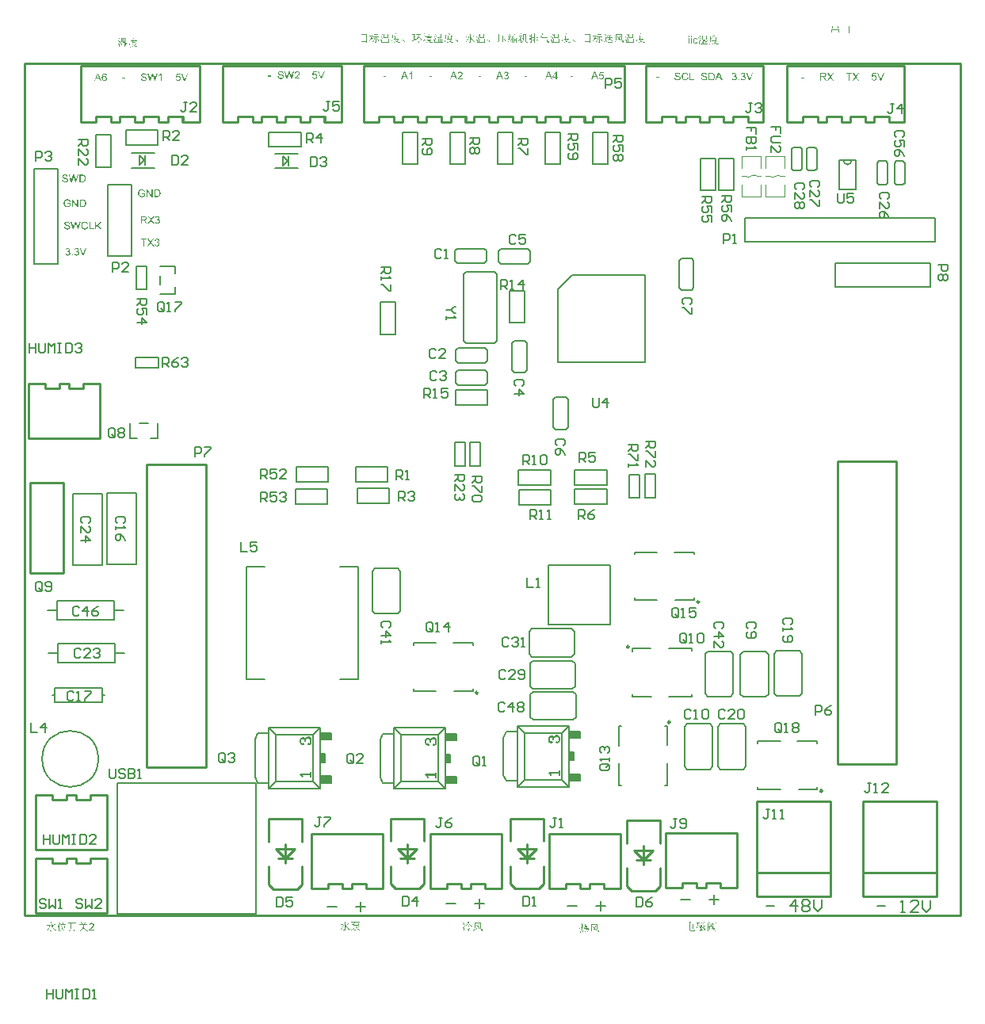
<source format=gto>
%FSLAX25Y25*%
%MOIN*%
G70*
G01*
G75*
%ADD10R,0.03347X0.02756*%
%ADD11O,0.06299X0.01181*%
%ADD12R,0.06299X0.01181*%
%ADD13O,0.01181X0.06299*%
%ADD14R,0.05000X0.06000*%
%ADD15R,0.02756X0.03347*%
%ADD16R,0.05118X0.03937*%
%ADD17R,0.10630X0.03937*%
%ADD18R,0.03543X0.02126*%
%ADD19R,0.01969X0.06299*%
%ADD20R,0.14410X0.07874*%
%ADD21R,0.14410X0.09843*%
%ADD22R,0.21654X0.05630*%
%ADD23R,0.03937X0.10630*%
%ADD24R,0.20866X0.11024*%
%ADD25R,0.03937X0.05118*%
%ADD26R,0.09843X0.15748*%
%ADD27R,0.08661X0.07087*%
%ADD28O,0.09843X0.05906*%
%ADD29R,0.10000X0.07500*%
%ADD30R,0.02126X0.03543*%
%ADD31R,0.06299X0.01969*%
%ADD32R,0.07874X0.14410*%
%ADD33R,0.09843X0.14410*%
%ADD34R,0.02559X0.05315*%
%ADD35R,0.09449X0.08268*%
%ADD36O,0.03543X0.01969*%
%ADD37O,0.03543X0.01969*%
%ADD38R,0.03543X0.01969*%
%ADD39R,0.02362X0.03937*%
%ADD40R,0.03937X0.02362*%
%ADD41C,0.01000*%
%ADD42C,0.00800*%
%ADD43C,0.03000*%
%ADD44C,0.01500*%
%ADD45C,0.04000*%
%ADD46C,0.01200*%
%ADD47C,0.02000*%
%ADD48C,0.10000*%
%ADD49C,0.08000*%
%ADD50C,0.05000*%
%ADD51R,0.10571X0.09351*%
%ADD52R,0.10871X0.13938*%
%ADD53R,0.06400X0.08900*%
%ADD54R,0.08600X0.43171*%
%ADD55R,0.10722X0.08773*%
%ADD56R,0.28371X0.07471*%
%ADD57R,0.07400X0.15300*%
%ADD58R,0.44271X0.10500*%
%ADD59R,0.12367X0.05271*%
%ADD60R,0.10200X0.04900*%
%ADD61R,0.04000X0.18600*%
%ADD62R,0.18900X0.05200*%
%ADD63R,0.07300X0.29900*%
%ADD64R,0.24300X1.56600*%
%ADD65R,0.50200X0.62200*%
%ADD66R,0.24100X0.17400*%
%ADD67R,0.25624X0.17093*%
%ADD68R,0.23600X0.17400*%
%ADD69R,0.05906X0.05906*%
%ADD70C,0.05906*%
%ADD71O,0.06000X0.10000*%
%ADD72R,0.06000X0.10000*%
%ADD73O,0.11811X0.09843*%
%ADD74R,0.11811X0.09843*%
%ADD75O,0.05906X0.09843*%
%ADD76R,0.05906X0.09843*%
%ADD77R,0.09843X0.11811*%
%ADD78O,0.09843X0.11811*%
%ADD79R,0.05906X0.05906*%
%ADD80C,0.06693*%
%ADD81C,0.05500*%
%ADD82O,0.07874X0.15748*%
%ADD83C,0.05512*%
%ADD84C,0.03000*%
%ADD85C,0.02000*%
%ADD86C,0.04000*%
%ADD87O,0.05500X0.02500*%
%ADD88R,0.05500X0.02500*%
%ADD89O,0.01181X0.02756*%
%ADD90O,0.02756X0.01181*%
%ADD91R,0.13386X0.07087*%
%ADD92R,0.09100X0.04600*%
%ADD93R,0.04000X0.22000*%
%ADD94R,0.18000X0.06400*%
%ADD95R,0.05200X0.25200*%
%ADD96R,0.18400X0.60700*%
%ADD97R,0.24600X1.31200*%
%ADD98R,0.50100X0.62100*%
%ADD99C,0.00394*%
%ADD100C,0.00500*%
%ADD101C,0.00787*%
%ADD102C,0.00591*%
%ADD103R,0.04724X0.02756*%
%ADD104R,0.01968X0.03543*%
G36*
X348082Y-4475D02*
X347027D01*
Y-7300D01*
X346604D01*
Y-4475D01*
X345549D01*
Y-4097D01*
X348082D01*
Y-4475D01*
D02*
G37*
G36*
X336138Y-4101D02*
X336177D01*
X336222Y-4104D01*
X336274Y-4108D01*
X336378Y-4118D01*
X336485Y-4135D01*
X336590Y-4156D01*
X336635Y-4170D01*
X336680Y-4184D01*
X336683D01*
X336690Y-4187D01*
X336701Y-4194D01*
X336718Y-4201D01*
X336759Y-4222D01*
X336808Y-4253D01*
X336867Y-4295D01*
X336926Y-4351D01*
X336985Y-4413D01*
X337037Y-4489D01*
Y-4493D01*
X337044Y-4500D01*
X337051Y-4510D01*
X337058Y-4527D01*
X337068Y-4548D01*
X337079Y-4573D01*
X337093Y-4600D01*
X337106Y-4632D01*
X337131Y-4704D01*
X337152Y-4784D01*
X337165Y-4874D01*
X337173Y-4972D01*
Y-4975D01*
Y-4986D01*
Y-5006D01*
X337169Y-5027D01*
X337165Y-5058D01*
X337162Y-5093D01*
X337155Y-5131D01*
X337145Y-5173D01*
X337117Y-5263D01*
X337100Y-5312D01*
X337079Y-5360D01*
X337054Y-5409D01*
X337023Y-5457D01*
X336988Y-5503D01*
X336950Y-5548D01*
X336947Y-5551D01*
X336940Y-5558D01*
X336926Y-5568D01*
X336909Y-5586D01*
X336884Y-5603D01*
X336857Y-5624D01*
X336822Y-5648D01*
X336780Y-5673D01*
X336735Y-5697D01*
X336687Y-5721D01*
X336631Y-5745D01*
X336569Y-5770D01*
X336503Y-5791D01*
X336430Y-5811D01*
X336350Y-5829D01*
X336267Y-5843D01*
X336270D01*
X336274Y-5846D01*
X336295Y-5856D01*
X336326Y-5874D01*
X336364Y-5895D01*
X336406Y-5919D01*
X336447Y-5943D01*
X336489Y-5974D01*
X336524Y-6002D01*
X336527Y-6006D01*
X336530Y-6009D01*
X336541Y-6020D01*
X336555Y-6033D01*
X336572Y-6051D01*
X336593Y-6072D01*
X336638Y-6120D01*
X336690Y-6183D01*
X336749Y-6256D01*
X336812Y-6339D01*
X336874Y-6429D01*
X337429Y-7300D01*
X336898D01*
X336475Y-6634D01*
X336472Y-6630D01*
X336468Y-6620D01*
X336458Y-6606D01*
X336444Y-6585D01*
X336430Y-6561D01*
X336409Y-6533D01*
X336367Y-6471D01*
X336319Y-6398D01*
X336270Y-6325D01*
X336218Y-6256D01*
X336170Y-6193D01*
Y-6190D01*
X336163Y-6186D01*
X336149Y-6169D01*
X336128Y-6141D01*
X336097Y-6110D01*
X336066Y-6075D01*
X336027Y-6040D01*
X335989Y-6006D01*
X335954Y-5981D01*
X335951Y-5978D01*
X335937Y-5971D01*
X335920Y-5961D01*
X335895Y-5947D01*
X335864Y-5933D01*
X335833Y-5919D01*
X335798Y-5905D01*
X335760Y-5895D01*
X335757D01*
X335746Y-5891D01*
X335729Y-5888D01*
X335705Y-5884D01*
X335670D01*
X335628Y-5881D01*
X335580Y-5877D01*
X335035D01*
Y-7300D01*
X334612D01*
Y-4097D01*
X336100D01*
X336138Y-4101D01*
D02*
G37*
G36*
X49390Y-53045D02*
X49425Y-53049D01*
X49463Y-53052D01*
X49508Y-53056D01*
X49605Y-53069D01*
X49713Y-53090D01*
X49820Y-53118D01*
X49928Y-53156D01*
X49931D01*
X49942Y-53160D01*
X49955Y-53167D01*
X49973Y-53177D01*
X49997Y-53187D01*
X50025Y-53201D01*
X50087Y-53236D01*
X50160Y-53281D01*
X50233Y-53333D01*
X50302Y-53396D01*
X50368Y-53469D01*
X50372Y-53472D01*
X50375Y-53479D01*
X50382Y-53489D01*
X50396Y-53503D01*
X50407Y-53524D01*
X50424Y-53548D01*
X50441Y-53576D01*
X50459Y-53611D01*
X50480Y-53645D01*
X50497Y-53684D01*
X50518Y-53729D01*
X50538Y-53774D01*
X50577Y-53878D01*
X50611Y-53992D01*
X50226Y-54097D01*
Y-54093D01*
X50223Y-54086D01*
X50219Y-54072D01*
X50212Y-54055D01*
X50205Y-54038D01*
X50198Y-54013D01*
X50178Y-53958D01*
X50150Y-53895D01*
X50119Y-53833D01*
X50084Y-53770D01*
X50046Y-53715D01*
X50042Y-53708D01*
X50025Y-53691D01*
X50001Y-53666D01*
X49969Y-53632D01*
X49924Y-53597D01*
X49872Y-53559D01*
X49810Y-53524D01*
X49740Y-53489D01*
X49737D01*
X49730Y-53486D01*
X49720Y-53482D01*
X49706Y-53475D01*
X49688Y-53469D01*
X49664Y-53461D01*
X49612Y-53444D01*
X49546Y-53430D01*
X49473Y-53416D01*
X49390Y-53406D01*
X49303Y-53403D01*
X49255D01*
X49230Y-53406D01*
X49199D01*
X49168Y-53409D01*
X49130Y-53413D01*
X49053Y-53423D01*
X48967Y-53441D01*
X48883Y-53461D01*
X48800Y-53493D01*
X48796D01*
X48790Y-53496D01*
X48779Y-53503D01*
X48765Y-53510D01*
X48727Y-53527D01*
X48678Y-53555D01*
X48623Y-53590D01*
X48568Y-53632D01*
X48509Y-53677D01*
X48456Y-53729D01*
X48450Y-53736D01*
X48436Y-53753D01*
X48411Y-53784D01*
X48384Y-53822D01*
X48352Y-53868D01*
X48318Y-53923D01*
X48286Y-53982D01*
X48259Y-54045D01*
Y-54048D01*
X48255Y-54058D01*
X48248Y-54072D01*
X48241Y-54097D01*
X48231Y-54124D01*
X48221Y-54155D01*
X48210Y-54194D01*
X48200Y-54235D01*
X48186Y-54281D01*
X48175Y-54333D01*
X48158Y-54440D01*
X48144Y-54562D01*
X48137Y-54690D01*
Y-54693D01*
Y-54707D01*
Y-54732D01*
X48141Y-54759D01*
Y-54798D01*
X48144Y-54839D01*
X48151Y-54888D01*
X48155Y-54940D01*
X48172Y-55054D01*
X48200Y-55172D01*
X48234Y-55294D01*
X48283Y-55408D01*
X48286Y-55412D01*
X48290Y-55422D01*
X48297Y-55436D01*
X48311Y-55457D01*
X48325Y-55478D01*
X48345Y-55505D01*
X48390Y-55568D01*
X48453Y-55637D01*
X48526Y-55710D01*
X48609Y-55776D01*
X48658Y-55807D01*
X48710Y-55835D01*
X48713D01*
X48724Y-55842D01*
X48737Y-55849D01*
X48758Y-55856D01*
X48786Y-55866D01*
X48817Y-55880D01*
X48852Y-55891D01*
X48890Y-55904D01*
X48932Y-55918D01*
X48980Y-55929D01*
X49081Y-55953D01*
X49192Y-55967D01*
X49310Y-55974D01*
X49338D01*
X49359Y-55970D01*
X49383D01*
X49411Y-55967D01*
X49442Y-55963D01*
X49480Y-55960D01*
X49560Y-55949D01*
X49650Y-55929D01*
X49747Y-55904D01*
X49845Y-55870D01*
X49848D01*
X49855Y-55866D01*
X49869Y-55859D01*
X49890Y-55852D01*
X49910Y-55842D01*
X49935Y-55828D01*
X49994Y-55800D01*
X50060Y-55766D01*
X50125Y-55727D01*
X50188Y-55689D01*
X50244Y-55644D01*
Y-55044D01*
X49303D01*
Y-54666D01*
X50660D01*
Y-55856D01*
X50656Y-55859D01*
X50646Y-55866D01*
X50629Y-55880D01*
X50604Y-55897D01*
X50577Y-55918D01*
X50542Y-55939D01*
X50504Y-55967D01*
X50462Y-55995D01*
X50417Y-56022D01*
X50365Y-56054D01*
X50257Y-56116D01*
X50139Y-56175D01*
X50015Y-56227D01*
X50011D01*
X50001Y-56234D01*
X49983Y-56238D01*
X49955Y-56248D01*
X49928Y-56255D01*
X49890Y-56265D01*
X49851Y-56279D01*
X49806Y-56290D01*
X49754Y-56300D01*
X49702Y-56314D01*
X49588Y-56331D01*
X49463Y-56345D01*
X49334Y-56352D01*
X49289D01*
X49255Y-56349D01*
X49213Y-56345D01*
X49164Y-56342D01*
X49109Y-56335D01*
X49050Y-56328D01*
X48987Y-56317D01*
X48918Y-56304D01*
X48849Y-56286D01*
X48772Y-56265D01*
X48699Y-56244D01*
X48627Y-56217D01*
X48550Y-56186D01*
X48477Y-56151D01*
X48474Y-56147D01*
X48460Y-56140D01*
X48439Y-56130D01*
X48415Y-56113D01*
X48384Y-56092D01*
X48345Y-56068D01*
X48304Y-56036D01*
X48259Y-56002D01*
X48214Y-55963D01*
X48165Y-55918D01*
X48116Y-55873D01*
X48068Y-55821D01*
X48023Y-55762D01*
X47978Y-55703D01*
X47932Y-55637D01*
X47894Y-55568D01*
X47891Y-55564D01*
X47887Y-55550D01*
X47877Y-55530D01*
X47863Y-55502D01*
X47849Y-55464D01*
X47832Y-55422D01*
X47815Y-55374D01*
X47797Y-55318D01*
X47780Y-55259D01*
X47763Y-55193D01*
X47745Y-55120D01*
X47731Y-55047D01*
X47717Y-54967D01*
X47707Y-54888D01*
X47703Y-54801D01*
X47700Y-54714D01*
Y-54707D01*
Y-54693D01*
Y-54669D01*
X47703Y-54634D01*
X47707Y-54593D01*
X47710Y-54544D01*
X47717Y-54489D01*
X47724Y-54430D01*
X47735Y-54364D01*
X47749Y-54294D01*
X47783Y-54149D01*
X47804Y-54072D01*
X47832Y-53996D01*
X47860Y-53920D01*
X47894Y-53843D01*
X47898Y-53840D01*
X47905Y-53826D01*
X47915Y-53805D01*
X47929Y-53777D01*
X47950Y-53743D01*
X47974Y-53704D01*
X48005Y-53663D01*
X48037Y-53614D01*
X48075Y-53566D01*
X48116Y-53517D01*
X48162Y-53469D01*
X48214Y-53416D01*
X48266Y-53368D01*
X48325Y-53323D01*
X48387Y-53278D01*
X48453Y-53240D01*
X48456Y-53236D01*
X48470Y-53233D01*
X48491Y-53222D01*
X48519Y-53208D01*
X48554Y-53194D01*
X48595Y-53177D01*
X48644Y-53160D01*
X48696Y-53139D01*
X48755Y-53122D01*
X48821Y-53104D01*
X48890Y-53087D01*
X48967Y-53073D01*
X49043Y-53059D01*
X49126Y-53049D01*
X49213Y-53045D01*
X49300Y-53042D01*
X49359D01*
X49390Y-53045D01*
D02*
G37*
G36*
X358287Y-4514D02*
X357007D01*
X356837Y-5374D01*
X356840Y-5371D01*
X356851Y-5364D01*
X356865Y-5357D01*
X356886Y-5343D01*
X356913Y-5329D01*
X356944Y-5312D01*
X356979Y-5291D01*
X357021Y-5274D01*
X357063Y-5256D01*
X357111Y-5235D01*
X357212Y-5204D01*
X357267Y-5190D01*
X357323Y-5180D01*
X357382Y-5176D01*
X357441Y-5173D01*
X357458D01*
X357482Y-5176D01*
X357510D01*
X357545Y-5183D01*
X357587Y-5187D01*
X357635Y-5197D01*
X357684Y-5208D01*
X357739Y-5225D01*
X357795Y-5242D01*
X357854Y-5267D01*
X357913Y-5294D01*
X357972Y-5329D01*
X358031Y-5367D01*
X358090Y-5412D01*
X358145Y-5464D01*
X358149Y-5468D01*
X358159Y-5478D01*
X358173Y-5496D01*
X358190Y-5516D01*
X358214Y-5544D01*
X358239Y-5582D01*
X358263Y-5621D01*
X358291Y-5666D01*
X358319Y-5718D01*
X358343Y-5777D01*
X358371Y-5836D01*
X358391Y-5905D01*
X358409Y-5974D01*
X358423Y-6051D01*
X358433Y-6131D01*
X358437Y-6214D01*
Y-6217D01*
Y-6235D01*
Y-6256D01*
X358433Y-6287D01*
X358430Y-6325D01*
X358423Y-6367D01*
X358416Y-6415D01*
X358405Y-6471D01*
X358391Y-6526D01*
X358374Y-6589D01*
X358353Y-6651D01*
X358329Y-6714D01*
X358301Y-6776D01*
X358267Y-6842D01*
X358228Y-6904D01*
X358183Y-6963D01*
X358180Y-6967D01*
X358169Y-6981D01*
X358152Y-6998D01*
X358128Y-7022D01*
X358097Y-7054D01*
X358058Y-7085D01*
X358013Y-7123D01*
X357961Y-7158D01*
X357906Y-7192D01*
X357843Y-7231D01*
X357774Y-7262D01*
X357698Y-7290D01*
X357618Y-7317D01*
X357531Y-7335D01*
X357441Y-7349D01*
X357344Y-7352D01*
X357302D01*
X357271Y-7349D01*
X357232Y-7345D01*
X357191Y-7338D01*
X357142Y-7331D01*
X357090Y-7321D01*
X357035Y-7310D01*
X356976Y-7293D01*
X356917Y-7272D01*
X356858Y-7248D01*
X356799Y-7220D01*
X356740Y-7189D01*
X356684Y-7151D01*
X356629Y-7109D01*
X356625Y-7106D01*
X356618Y-7099D01*
X356605Y-7085D01*
X356587Y-7064D01*
X356563Y-7040D01*
X356539Y-7012D01*
X356514Y-6977D01*
X356487Y-6936D01*
X356459Y-6894D01*
X356431Y-6845D01*
X356407Y-6790D01*
X356382Y-6734D01*
X356358Y-6672D01*
X356341Y-6606D01*
X356327Y-6533D01*
X356316Y-6460D01*
X356729Y-6429D01*
Y-6432D01*
X356733Y-6443D01*
X356736Y-6457D01*
X356740Y-6478D01*
X356743Y-6502D01*
X356754Y-6533D01*
X356771Y-6599D01*
X356799Y-6672D01*
X356837Y-6748D01*
X356882Y-6818D01*
X356910Y-6849D01*
X356938Y-6880D01*
X356941D01*
X356944Y-6887D01*
X356955Y-6894D01*
X356969Y-6904D01*
X357003Y-6929D01*
X357052Y-6953D01*
X357111Y-6981D01*
X357181Y-7005D01*
X357257Y-7022D01*
X357298Y-7026D01*
X357344Y-7029D01*
X357371D01*
X357392Y-7026D01*
X357416Y-7022D01*
X357444Y-7019D01*
X357510Y-7002D01*
X357587Y-6977D01*
X357625Y-6960D01*
X357666Y-6939D01*
X357708Y-6915D01*
X357746Y-6887D01*
X357784Y-6856D01*
X357822Y-6818D01*
X357826Y-6814D01*
X357829Y-6807D01*
X357840Y-6797D01*
X357854Y-6780D01*
X357868Y-6755D01*
X357885Y-6731D01*
X357902Y-6700D01*
X357923Y-6665D01*
X357940Y-6627D01*
X357958Y-6585D01*
X357975Y-6537D01*
X357989Y-6488D01*
X358003Y-6432D01*
X358013Y-6374D01*
X358017Y-6314D01*
X358020Y-6249D01*
Y-6245D01*
Y-6235D01*
Y-6217D01*
X358017Y-6193D01*
X358013Y-6165D01*
X358010Y-6131D01*
X358003Y-6096D01*
X357996Y-6054D01*
X357975Y-5971D01*
X357940Y-5881D01*
X357920Y-5839D01*
X357892Y-5798D01*
X357864Y-5756D01*
X357829Y-5718D01*
X357826Y-5714D01*
X357822Y-5711D01*
X357809Y-5700D01*
X357795Y-5686D01*
X357777Y-5673D01*
X357753Y-5655D01*
X357729Y-5638D01*
X357698Y-5617D01*
X357663Y-5600D01*
X357628Y-5582D01*
X357541Y-5551D01*
X357496Y-5537D01*
X357444Y-5527D01*
X357392Y-5523D01*
X357337Y-5520D01*
X357305D01*
X357267Y-5523D01*
X357222Y-5530D01*
X357167Y-5541D01*
X357108Y-5558D01*
X357049Y-5579D01*
X356990Y-5610D01*
X356983Y-5614D01*
X356965Y-5624D01*
X356938Y-5645D01*
X356903Y-5669D01*
X356868Y-5704D01*
X356826Y-5742D01*
X356788Y-5787D01*
X356754Y-5836D01*
X356386Y-5784D01*
X356695Y-4139D01*
X358287D01*
Y-4514D01*
D02*
G37*
G36*
X164660Y12061D02*
X163997D01*
Y10996D01*
X164188D01*
X164383Y11187D01*
X164660Y10892D01*
X163997D01*
Y9875D01*
X164608Y10139D01*
X164626Y10069D01*
X164622D01*
X164612Y10062D01*
X164598Y10056D01*
X164577Y10042D01*
X164553Y10028D01*
X164522Y10010D01*
X164487Y9993D01*
X164445Y9972D01*
X164403Y9948D01*
X164358Y9920D01*
X164254Y9865D01*
X164143Y9802D01*
X164029Y9736D01*
X163907Y9667D01*
X163786Y9597D01*
X163664Y9525D01*
X163550Y9459D01*
X163442Y9393D01*
X163345Y9330D01*
X163300Y9302D01*
X163262Y9278D01*
X163224Y9254D01*
X163192Y9230D01*
X163002Y9545D01*
X163005D01*
X163019Y9549D01*
X163040Y9556D01*
X163064Y9563D01*
X163099Y9570D01*
X163137Y9580D01*
X163182Y9594D01*
X163234Y9608D01*
X163286Y9625D01*
X163345Y9643D01*
X163473Y9684D01*
X163609Y9733D01*
X163751Y9788D01*
Y10892D01*
X163623D01*
X163602Y10888D01*
X163546Y10885D01*
X163480Y10878D01*
X163411Y10868D01*
X163335Y10854D01*
X163262Y10836D01*
X163106Y10996D01*
X163751D01*
Y12009D01*
X163553D01*
X163532Y12006D01*
X163477Y12002D01*
X163411Y11995D01*
X163342Y11988D01*
X163265Y11974D01*
X163192Y11957D01*
X163036Y12113D01*
X164154D01*
X164365Y12321D01*
X164660Y12061D01*
D02*
G37*
G36*
X201574Y10239D02*
X201588Y10229D01*
X201612Y10215D01*
X201640Y10198D01*
X201675Y10174D01*
X201713Y10146D01*
X201758Y10114D01*
X201803Y10080D01*
X201904Y10007D01*
X202004Y9927D01*
X202102Y9847D01*
X202143Y9809D01*
X202181Y9771D01*
X202185Y9768D01*
X202188Y9764D01*
X202199Y9754D01*
X202209Y9736D01*
X202223Y9719D01*
X202237Y9698D01*
X202261Y9646D01*
X202282Y9584D01*
X202289Y9549D01*
Y9514D01*
X202286Y9476D01*
X202278Y9434D01*
X202265Y9393D01*
X202244Y9351D01*
Y9348D01*
X202237Y9341D01*
X202223Y9320D01*
X202199Y9292D01*
X202168Y9271D01*
X202150Y9264D01*
X202133Y9261D01*
X202116D01*
X202098Y9271D01*
X202081Y9285D01*
X202060Y9309D01*
X202043Y9344D01*
X202025Y9386D01*
Y9389D01*
X202022Y9400D01*
X202015Y9414D01*
X202004Y9434D01*
X201994Y9466D01*
X201977Y9500D01*
X201956Y9539D01*
X201928Y9587D01*
X201900Y9643D01*
X201862Y9702D01*
X201824Y9771D01*
X201775Y9844D01*
X201720Y9924D01*
X201661Y10014D01*
X201595Y10108D01*
X201519Y10208D01*
X201571Y10243D01*
X201574Y10239D01*
D02*
G37*
G36*
X168526Y12304D02*
X168387Y12200D01*
Y11308D01*
X168526D01*
X168717Y11502D01*
X169015Y11204D01*
X168387D01*
Y9806D01*
X169067Y9983D01*
X169085Y9913D01*
X169081D01*
X169071Y9910D01*
X169053Y9903D01*
X169033Y9892D01*
X169001Y9882D01*
X168970Y9872D01*
X168932Y9854D01*
X168890Y9840D01*
X168842Y9823D01*
X168793Y9802D01*
X168685Y9761D01*
X168568Y9712D01*
X168446Y9663D01*
X168325Y9611D01*
X168203Y9559D01*
X168089Y9507D01*
X167981Y9455D01*
X167929Y9431D01*
X167884Y9407D01*
X167842Y9382D01*
X167804Y9358D01*
X167769Y9337D01*
X167742Y9316D01*
X167721Y9299D01*
X167703Y9282D01*
X167513Y9615D01*
X167516D01*
X167523Y9618D01*
X167537D01*
X167554Y9622D01*
X167578Y9625D01*
X167606Y9632D01*
X167638Y9639D01*
X167676Y9646D01*
X167717Y9653D01*
X167766Y9663D01*
X167818Y9674D01*
X167874Y9688D01*
X167932Y9702D01*
X167998Y9719D01*
X168068Y9736D01*
X168141Y9754D01*
Y11204D01*
X167828D01*
X167634Y11169D01*
X167495Y11308D01*
X168141D01*
Y11312D01*
Y11319D01*
Y11329D01*
Y11346D01*
Y11367D01*
Y11391D01*
Y11419D01*
Y11450D01*
Y11523D01*
Y11607D01*
Y11693D01*
X168137Y11790D01*
Y11985D01*
X168134Y12086D01*
Y12179D01*
X168130Y12269D01*
Y12349D01*
X168127Y12422D01*
X168123Y12453D01*
Y12481D01*
X168526Y12304D01*
D02*
G37*
G36*
X191168Y11815D02*
Y11808D01*
X191161Y11794D01*
X191154Y11766D01*
X191147Y11732D01*
X191133Y11690D01*
X191119Y11638D01*
X191105Y11579D01*
X191088Y11513D01*
X191070Y11440D01*
X191050Y11364D01*
X191029Y11280D01*
X191005Y11197D01*
X190959Y11017D01*
X190907Y10829D01*
X190859Y10639D01*
X190810Y10451D01*
X190765Y10271D01*
X190741Y10184D01*
X190720Y10104D01*
X190703Y10028D01*
X190685Y9955D01*
X190668Y9889D01*
X190654Y9833D01*
X190640Y9781D01*
X190630Y9736D01*
X190623Y9702D01*
X190616Y9677D01*
Y9674D01*
Y9667D01*
X190612Y9657D01*
X190609Y9639D01*
X190605Y9618D01*
X190602Y9590D01*
X190598Y9563D01*
X190595Y9528D01*
X190588Y9490D01*
X190585Y9452D01*
X190578Y9358D01*
X190571Y9257D01*
X190564Y9143D01*
Y9139D01*
Y9129D01*
Y9112D01*
Y9091D01*
Y9067D01*
Y9039D01*
X190560Y8973D01*
Y8900D01*
Y8827D01*
Y8761D01*
X190564Y8733D01*
Y8709D01*
Y8706D01*
Y8692D01*
X190557Y8675D01*
X190543Y8661D01*
X190519Y8647D01*
X190501Y8643D01*
X190480D01*
X190456Y8647D01*
X190428Y8650D01*
X190394Y8661D01*
X190356Y8675D01*
X190352D01*
X190345Y8678D01*
X190335Y8685D01*
X190324Y8692D01*
X190307Y8706D01*
X190293Y8720D01*
X190276Y8737D01*
X190262Y8761D01*
X190248Y8785D01*
X190234Y8817D01*
X190224Y8851D01*
X190220Y8890D01*
Y8935D01*
X190224Y8987D01*
X190234Y9042D01*
X190252Y9101D01*
Y9105D01*
X190255Y9115D01*
X190262Y9132D01*
X190269Y9157D01*
X190276Y9184D01*
X190283Y9212D01*
X190297Y9282D01*
X190304Y9358D01*
Y9427D01*
X190297Y9459D01*
X190290Y9490D01*
X190276Y9514D01*
X190259Y9535D01*
X190255Y9539D01*
X190238Y9552D01*
X190213Y9570D01*
X190175Y9594D01*
X190123Y9618D01*
X190061Y9646D01*
X190026Y9660D01*
X189984Y9674D01*
X189943Y9688D01*
X189894Y9702D01*
Y9771D01*
X189908D01*
X189925Y9768D01*
X189946D01*
X189971Y9764D01*
X189998Y9761D01*
X190061Y9754D01*
X190127Y9750D01*
X190189Y9743D01*
X190283D01*
X190293Y9747D01*
X190307Y9754D01*
X190324Y9768D01*
X190349Y9788D01*
X190376Y9816D01*
X190408Y9854D01*
X190442Y9903D01*
Y9906D01*
X190449Y9913D01*
X190456Y9927D01*
X190467Y9955D01*
X190474Y9972D01*
X190480Y9993D01*
X190491Y10017D01*
X190501Y10045D01*
X190515Y10076D01*
X190529Y10111D01*
X190543Y10153D01*
X190560Y10201D01*
X190578Y10250D01*
X190598Y10309D01*
X190623Y10371D01*
X190644Y10441D01*
X190671Y10514D01*
X190699Y10597D01*
X190727Y10684D01*
X190762Y10781D01*
X190793Y10881D01*
X190831Y10992D01*
X190869Y11110D01*
X190911Y11239D01*
X190953Y11374D01*
X190998Y11516D01*
X191046Y11669D01*
X191098Y11832D01*
X191168Y11815D01*
D02*
G37*
G36*
X222502D02*
Y11808D01*
X222495Y11794D01*
X222488Y11766D01*
X222481Y11732D01*
X222467Y11690D01*
X222453Y11638D01*
X222439Y11579D01*
X222422Y11513D01*
X222405Y11440D01*
X222384Y11364D01*
X222363Y11280D01*
X222339Y11197D01*
X222293Y11017D01*
X222241Y10829D01*
X222193Y10639D01*
X222144Y10451D01*
X222099Y10271D01*
X222075Y10184D01*
X222054Y10104D01*
X222037Y10028D01*
X222019Y9955D01*
X222002Y9889D01*
X221988Y9833D01*
X221974Y9781D01*
X221964Y9736D01*
X221957Y9702D01*
X221950Y9677D01*
Y9674D01*
Y9667D01*
X221947Y9657D01*
X221943Y9639D01*
X221940Y9618D01*
X221936Y9590D01*
X221933Y9563D01*
X221929Y9528D01*
X221922Y9490D01*
X221919Y9452D01*
X221912Y9358D01*
X221905Y9257D01*
X221898Y9143D01*
Y9139D01*
Y9129D01*
Y9112D01*
Y9091D01*
Y9067D01*
Y9039D01*
X221895Y8973D01*
Y8900D01*
Y8827D01*
Y8761D01*
X221898Y8733D01*
Y8709D01*
Y8706D01*
Y8692D01*
X221891Y8675D01*
X221877Y8661D01*
X221853Y8647D01*
X221835Y8643D01*
X221815D01*
X221790Y8647D01*
X221763Y8650D01*
X221728Y8661D01*
X221690Y8675D01*
X221686D01*
X221679Y8678D01*
X221669Y8685D01*
X221658Y8692D01*
X221641Y8706D01*
X221627Y8720D01*
X221610Y8737D01*
X221596Y8761D01*
X221582Y8785D01*
X221568Y8817D01*
X221558Y8851D01*
X221554Y8890D01*
Y8935D01*
X221558Y8987D01*
X221568Y9042D01*
X221586Y9101D01*
Y9105D01*
X221589Y9115D01*
X221596Y9132D01*
X221603Y9157D01*
X221610Y9184D01*
X221617Y9212D01*
X221631Y9282D01*
X221638Y9358D01*
Y9427D01*
X221631Y9459D01*
X221624Y9490D01*
X221610Y9514D01*
X221593Y9535D01*
X221589Y9539D01*
X221572Y9552D01*
X221547Y9570D01*
X221509Y9594D01*
X221457Y9618D01*
X221395Y9646D01*
X221360Y9660D01*
X221318Y9674D01*
X221277Y9688D01*
X221228Y9702D01*
Y9771D01*
X221242D01*
X221259Y9768D01*
X221280D01*
X221305Y9764D01*
X221332Y9761D01*
X221395Y9754D01*
X221461Y9750D01*
X221523Y9743D01*
X221617D01*
X221627Y9747D01*
X221641Y9754D01*
X221658Y9768D01*
X221683Y9788D01*
X221710Y9816D01*
X221742Y9854D01*
X221777Y9903D01*
Y9906D01*
X221783Y9913D01*
X221790Y9927D01*
X221801Y9955D01*
X221808Y9972D01*
X221815Y9993D01*
X221825Y10017D01*
X221835Y10045D01*
X221849Y10076D01*
X221863Y10111D01*
X221877Y10153D01*
X221895Y10201D01*
X221912Y10250D01*
X221933Y10309D01*
X221957Y10371D01*
X221978Y10441D01*
X222006Y10514D01*
X222033Y10597D01*
X222061Y10684D01*
X222096Y10781D01*
X222127Y10881D01*
X222165Y10992D01*
X222203Y11110D01*
X222245Y11239D01*
X222287Y11374D01*
X222332Y11516D01*
X222380Y11669D01*
X222432Y11832D01*
X222502Y11815D01*
D02*
G37*
G36*
X253836D02*
Y11808D01*
X253829Y11794D01*
X253822Y11766D01*
X253815Y11732D01*
X253801Y11690D01*
X253787Y11638D01*
X253773Y11579D01*
X253756Y11513D01*
X253739Y11440D01*
X253718Y11364D01*
X253697Y11280D01*
X253673Y11197D01*
X253628Y11017D01*
X253576Y10829D01*
X253527Y10639D01*
X253478Y10451D01*
X253433Y10271D01*
X253409Y10184D01*
X253388Y10104D01*
X253371Y10028D01*
X253354Y9955D01*
X253336Y9889D01*
X253322Y9833D01*
X253308Y9781D01*
X253298Y9736D01*
X253291Y9702D01*
X253284Y9677D01*
Y9674D01*
Y9667D01*
X253281Y9657D01*
X253277Y9639D01*
X253274Y9618D01*
X253270Y9590D01*
X253267Y9563D01*
X253263Y9528D01*
X253256Y9490D01*
X253253Y9452D01*
X253246Y9358D01*
X253239Y9257D01*
X253232Y9143D01*
Y9139D01*
Y9129D01*
Y9112D01*
Y9091D01*
Y9067D01*
Y9039D01*
X253228Y8973D01*
Y8900D01*
Y8827D01*
Y8761D01*
X253232Y8733D01*
Y8709D01*
Y8706D01*
Y8692D01*
X253225Y8675D01*
X253211Y8661D01*
X253187Y8647D01*
X253170Y8643D01*
X253149D01*
X253124Y8647D01*
X253097Y8650D01*
X253062Y8661D01*
X253024Y8675D01*
X253020D01*
X253013Y8678D01*
X253003Y8685D01*
X252993Y8692D01*
X252975Y8706D01*
X252961Y8720D01*
X252944Y8737D01*
X252930Y8761D01*
X252916Y8785D01*
X252902Y8817D01*
X252892Y8851D01*
X252888Y8890D01*
Y8935D01*
X252892Y8987D01*
X252902Y9042D01*
X252920Y9101D01*
Y9105D01*
X252923Y9115D01*
X252930Y9132D01*
X252937Y9157D01*
X252944Y9184D01*
X252951Y9212D01*
X252965Y9282D01*
X252972Y9358D01*
Y9427D01*
X252965Y9459D01*
X252958Y9490D01*
X252944Y9514D01*
X252927Y9535D01*
X252923Y9539D01*
X252906Y9552D01*
X252882Y9570D01*
X252843Y9594D01*
X252791Y9618D01*
X252729Y9646D01*
X252694Y9660D01*
X252653Y9674D01*
X252611Y9688D01*
X252562Y9702D01*
Y9771D01*
X252576D01*
X252593Y9768D01*
X252614D01*
X252639Y9764D01*
X252666Y9761D01*
X252729Y9754D01*
X252795Y9750D01*
X252857Y9743D01*
X252951D01*
X252961Y9747D01*
X252975Y9754D01*
X252993Y9768D01*
X253017Y9788D01*
X253045Y9816D01*
X253076Y9854D01*
X253111Y9903D01*
Y9906D01*
X253117Y9913D01*
X253124Y9927D01*
X253135Y9955D01*
X253142Y9972D01*
X253149Y9993D01*
X253159Y10017D01*
X253170Y10045D01*
X253183Y10076D01*
X253197Y10111D01*
X253211Y10153D01*
X253228Y10201D01*
X253246Y10250D01*
X253267Y10309D01*
X253291Y10371D01*
X253312Y10441D01*
X253340Y10514D01*
X253367Y10597D01*
X253395Y10684D01*
X253430Y10781D01*
X253461Y10881D01*
X253499Y10992D01*
X253537Y11110D01*
X253579Y11239D01*
X253621Y11374D01*
X253666Y11516D01*
X253714Y11669D01*
X253766Y11832D01*
X253836Y11815D01*
D02*
G37*
G36*
X173262D02*
Y11808D01*
X173256Y11794D01*
X173249Y11766D01*
X173242Y11732D01*
X173228Y11690D01*
X173214Y11638D01*
X173200Y11579D01*
X173183Y11513D01*
X173165Y11440D01*
X173144Y11364D01*
X173124Y11280D01*
X173099Y11197D01*
X173054Y11017D01*
X173002Y10829D01*
X172954Y10639D01*
X172905Y10451D01*
X172860Y10271D01*
X172836Y10184D01*
X172815Y10104D01*
X172797Y10028D01*
X172780Y9955D01*
X172763Y9889D01*
X172749Y9833D01*
X172735Y9781D01*
X172724Y9736D01*
X172718Y9702D01*
X172711Y9677D01*
Y9674D01*
Y9667D01*
X172707Y9657D01*
X172704Y9639D01*
X172700Y9618D01*
X172697Y9590D01*
X172693Y9563D01*
X172690Y9528D01*
X172683Y9490D01*
X172679Y9452D01*
X172672Y9358D01*
X172666Y9257D01*
X172659Y9143D01*
Y9139D01*
Y9129D01*
Y9112D01*
Y9091D01*
Y9067D01*
Y9039D01*
X172655Y8973D01*
Y8900D01*
Y8827D01*
Y8761D01*
X172659Y8733D01*
Y8709D01*
Y8706D01*
Y8692D01*
X172652Y8675D01*
X172638Y8661D01*
X172614Y8647D01*
X172596Y8643D01*
X172575D01*
X172551Y8647D01*
X172523Y8650D01*
X172489Y8661D01*
X172450Y8675D01*
X172447D01*
X172440Y8678D01*
X172430Y8685D01*
X172419Y8692D01*
X172402Y8706D01*
X172388Y8720D01*
X172371Y8737D01*
X172357Y8761D01*
X172343Y8785D01*
X172329Y8817D01*
X172319Y8851D01*
X172315Y8890D01*
Y8935D01*
X172319Y8987D01*
X172329Y9042D01*
X172346Y9101D01*
Y9105D01*
X172350Y9115D01*
X172357Y9132D01*
X172364Y9157D01*
X172371Y9184D01*
X172378Y9212D01*
X172391Y9282D01*
X172398Y9358D01*
Y9427D01*
X172391Y9459D01*
X172385Y9490D01*
X172371Y9514D01*
X172353Y9535D01*
X172350Y9539D01*
X172332Y9552D01*
X172308Y9570D01*
X172270Y9594D01*
X172218Y9618D01*
X172155Y9646D01*
X172121Y9660D01*
X172079Y9674D01*
X172037Y9688D01*
X171989Y9702D01*
Y9771D01*
X172003D01*
X172020Y9768D01*
X172041D01*
X172065Y9764D01*
X172093Y9761D01*
X172155Y9754D01*
X172221Y9750D01*
X172284Y9743D01*
X172378D01*
X172388Y9747D01*
X172402Y9754D01*
X172419Y9768D01*
X172443Y9788D01*
X172471Y9816D01*
X172503Y9854D01*
X172537Y9903D01*
Y9906D01*
X172544Y9913D01*
X172551Y9927D01*
X172562Y9955D01*
X172568Y9972D01*
X172575Y9993D01*
X172586Y10017D01*
X172596Y10045D01*
X172610Y10076D01*
X172624Y10111D01*
X172638Y10153D01*
X172655Y10201D01*
X172672Y10250D01*
X172693Y10309D01*
X172718Y10371D01*
X172738Y10441D01*
X172766Y10514D01*
X172794Y10597D01*
X172822Y10684D01*
X172856Y10781D01*
X172888Y10881D01*
X172926Y10992D01*
X172964Y11110D01*
X173006Y11239D01*
X173047Y11374D01*
X173092Y11516D01*
X173141Y11669D01*
X173193Y11832D01*
X173262Y11815D01*
D02*
G37*
G36*
X166031Y10850D02*
X166052Y10833D01*
X166086Y10812D01*
X166131Y10781D01*
X166184Y10743D01*
X166243Y10701D01*
X166305Y10652D01*
X166375Y10600D01*
X166517Y10493D01*
X166583Y10437D01*
X166649Y10382D01*
X166711Y10326D01*
X166763Y10274D01*
X166808Y10229D01*
X166843Y10184D01*
X166846Y10180D01*
X166850Y10174D01*
X166857Y10163D01*
X166867Y10146D01*
X166878Y10128D01*
X166888Y10104D01*
X166909Y10049D01*
X166926Y9983D01*
X166930Y9948D01*
X166933Y9910D01*
X166930Y9872D01*
X166923Y9833D01*
X166912Y9792D01*
X166895Y9754D01*
Y9750D01*
X166892Y9747D01*
X166878Y9722D01*
X166857Y9698D01*
X166832Y9674D01*
X166819Y9663D01*
X166805Y9657D01*
X166791Y9653D01*
X166773Y9657D01*
X166756Y9663D01*
X166742Y9677D01*
X166725Y9698D01*
X166711Y9729D01*
Y9733D01*
X166708Y9736D01*
X166704Y9747D01*
X166697Y9761D01*
X166690Y9781D01*
X166680Y9802D01*
X166656Y9854D01*
X166621Y9920D01*
X166583Y9993D01*
X166537Y10080D01*
X166486Y10174D01*
Y10177D01*
X166479Y10187D01*
X166468Y10201D01*
X166458Y10222D01*
X166440Y10246D01*
X166420Y10278D01*
X166395Y10312D01*
X166367Y10351D01*
X166336Y10396D01*
X166302Y10444D01*
X166260Y10496D01*
X166215Y10548D01*
X166166Y10607D01*
X166111Y10670D01*
X166052Y10736D01*
X165989Y10802D01*
X166024Y10854D01*
X166027D01*
X166031Y10850D01*
D02*
G37*
G36*
X53804Y-56300D02*
X53367D01*
X51687Y-53788D01*
Y-56300D01*
X51281D01*
Y-53097D01*
X51715D01*
X53398Y-55613D01*
Y-53097D01*
X53804D01*
Y-56300D01*
D02*
G37*
G36*
X150881Y11815D02*
Y11808D01*
X150874Y11794D01*
X150867Y11766D01*
X150860Y11732D01*
X150846Y11690D01*
X150832Y11638D01*
X150818Y11579D01*
X150801Y11513D01*
X150784Y11440D01*
X150763Y11364D01*
X150742Y11280D01*
X150718Y11197D01*
X150673Y11017D01*
X150621Y10829D01*
X150572Y10639D01*
X150523Y10451D01*
X150478Y10271D01*
X150454Y10184D01*
X150433Y10104D01*
X150416Y10028D01*
X150399Y9955D01*
X150381Y9889D01*
X150367Y9833D01*
X150354Y9781D01*
X150343Y9736D01*
X150336Y9702D01*
X150329Y9677D01*
Y9674D01*
Y9667D01*
X150326Y9657D01*
X150322Y9639D01*
X150319Y9618D01*
X150315Y9590D01*
X150312Y9563D01*
X150308Y9528D01*
X150301Y9490D01*
X150298Y9452D01*
X150291Y9358D01*
X150284Y9257D01*
X150277Y9143D01*
Y9139D01*
Y9129D01*
Y9112D01*
Y9091D01*
Y9067D01*
Y9039D01*
X150274Y8973D01*
Y8900D01*
Y8827D01*
Y8761D01*
X150277Y8733D01*
Y8709D01*
Y8706D01*
Y8692D01*
X150270Y8675D01*
X150256Y8661D01*
X150232Y8647D01*
X150215Y8643D01*
X150194D01*
X150170Y8647D01*
X150142Y8650D01*
X150107Y8661D01*
X150069Y8675D01*
X150066D01*
X150058Y8678D01*
X150048Y8685D01*
X150038Y8692D01*
X150020Y8706D01*
X150006Y8720D01*
X149989Y8737D01*
X149975Y8761D01*
X149961Y8785D01*
X149948Y8817D01*
X149937Y8851D01*
X149934Y8890D01*
Y8935D01*
X149937Y8987D01*
X149948Y9042D01*
X149965Y9101D01*
Y9105D01*
X149968Y9115D01*
X149975Y9132D01*
X149982Y9157D01*
X149989Y9184D01*
X149996Y9212D01*
X150010Y9282D01*
X150017Y9358D01*
Y9427D01*
X150010Y9459D01*
X150003Y9490D01*
X149989Y9514D01*
X149972Y9535D01*
X149968Y9539D01*
X149951Y9552D01*
X149927Y9570D01*
X149889Y9594D01*
X149836Y9618D01*
X149774Y9646D01*
X149739Y9660D01*
X149698Y9674D01*
X149656Y9688D01*
X149607Y9702D01*
Y9771D01*
X149621D01*
X149639Y9768D01*
X149660D01*
X149684Y9764D01*
X149712Y9761D01*
X149774Y9754D01*
X149840Y9750D01*
X149902Y9743D01*
X149996D01*
X150006Y9747D01*
X150020Y9754D01*
X150038Y9768D01*
X150062Y9788D01*
X150090Y9816D01*
X150121Y9854D01*
X150156Y9903D01*
Y9906D01*
X150163Y9913D01*
X150170Y9927D01*
X150180Y9955D01*
X150187Y9972D01*
X150194Y9993D01*
X150204Y10017D01*
X150215Y10045D01*
X150229Y10076D01*
X150242Y10111D01*
X150256Y10153D01*
X150274Y10201D01*
X150291Y10250D01*
X150312Y10309D01*
X150336Y10371D01*
X150357Y10441D01*
X150385Y10514D01*
X150412Y10597D01*
X150440Y10684D01*
X150475Y10781D01*
X150506Y10881D01*
X150544Y10992D01*
X150583Y11110D01*
X150624Y11239D01*
X150666Y11374D01*
X150711Y11516D01*
X150759Y11669D01*
X150812Y11832D01*
X150881Y11815D01*
D02*
G37*
G36*
X187725Y12339D02*
X187548Y12200D01*
Y12196D01*
Y12183D01*
Y12162D01*
Y12134D01*
Y12099D01*
Y12058D01*
Y12013D01*
X187552Y11964D01*
X187559Y11856D01*
X187569Y11742D01*
X187590Y11627D01*
X187618Y11516D01*
Y11513D01*
X187621Y11502D01*
X187628Y11489D01*
X187635Y11468D01*
X187646Y11440D01*
X187656Y11409D01*
X187670Y11371D01*
X187687Y11329D01*
X187705Y11280D01*
X187725Y11228D01*
X187750Y11173D01*
X187774Y11114D01*
X187802Y11048D01*
X187833Y10982D01*
X187899Y10836D01*
X187902D01*
X187906Y10843D01*
X187916Y10850D01*
X187930Y10861D01*
X187965Y10892D01*
X188010Y10930D01*
X188065Y10978D01*
X188128Y11034D01*
X188197Y11100D01*
X188270Y11166D01*
X188347Y11242D01*
X188423Y11319D01*
X188503Y11398D01*
X188575Y11478D01*
X188648Y11562D01*
X188714Y11641D01*
X188773Y11721D01*
X188825Y11797D01*
X189120Y11485D01*
X189113D01*
X189103Y11482D01*
X189089Y11478D01*
X189072Y11475D01*
X189051Y11468D01*
X188999Y11454D01*
X188936Y11426D01*
X188860Y11388D01*
X188818Y11364D01*
X188773Y11339D01*
X188725Y11308D01*
X188676Y11274D01*
X188673Y11270D01*
X188662Y11263D01*
X188648Y11253D01*
X188628Y11239D01*
X188600Y11218D01*
X188565Y11197D01*
X188527Y11169D01*
X188482Y11138D01*
X188433Y11100D01*
X188378Y11062D01*
X188315Y11020D01*
X188249Y10972D01*
X188177Y10923D01*
X188100Y10868D01*
X188020Y10812D01*
X187934Y10750D01*
X187937Y10746D01*
X187941Y10736D01*
X187951Y10718D01*
X187965Y10694D01*
X187982Y10663D01*
X188003Y10628D01*
X188027Y10586D01*
X188055Y10541D01*
X188083Y10493D01*
X188118Y10437D01*
X188194Y10319D01*
X188281Y10194D01*
X188381Y10059D01*
X188489Y9924D01*
X188607Y9788D01*
X188735Y9653D01*
X188871Y9528D01*
X189009Y9410D01*
X189086Y9358D01*
X189158Y9309D01*
X189235Y9264D01*
X189311Y9226D01*
X189391Y9188D01*
X189471Y9160D01*
Y9091D01*
X189457D01*
X189439Y9087D01*
X189419Y9084D01*
X189391Y9080D01*
X189363Y9077D01*
X189297Y9060D01*
X189228Y9032D01*
X189162Y8997D01*
X189131Y8973D01*
X189106Y8945D01*
X189086Y8917D01*
X189068Y8883D01*
X189065Y8886D01*
X189058Y8893D01*
X189041Y8903D01*
X189023Y8921D01*
X188995Y8942D01*
X188968Y8966D01*
X188933Y8997D01*
X188895Y9032D01*
X188853Y9074D01*
X188808Y9119D01*
X188759Y9167D01*
X188707Y9223D01*
X188652Y9285D01*
X188596Y9351D01*
X188537Y9420D01*
X188478Y9497D01*
X188419Y9577D01*
X188357Y9663D01*
X188291Y9754D01*
X188228Y9851D01*
X188166Y9951D01*
X188104Y10059D01*
X188041Y10170D01*
X187979Y10288D01*
X187916Y10413D01*
X187857Y10541D01*
X187798Y10677D01*
X187743Y10815D01*
X187691Y10961D01*
X187642Y11114D01*
X187593Y11270D01*
X187548Y11433D01*
Y8987D01*
Y8983D01*
Y8969D01*
Y8945D01*
X187545Y8917D01*
X187538Y8883D01*
X187531Y8845D01*
X187521Y8803D01*
X187503Y8758D01*
X187483Y8713D01*
X187455Y8664D01*
X187420Y8619D01*
X187378Y8577D01*
X187330Y8536D01*
X187271Y8501D01*
X187205Y8473D01*
X187128Y8449D01*
Y8452D01*
Y8459D01*
X187125Y8473D01*
X187122Y8490D01*
X187115Y8508D01*
X187104Y8532D01*
X187090Y8560D01*
X187066Y8588D01*
X187038Y8619D01*
X187004Y8650D01*
X186962Y8681D01*
X186906Y8713D01*
X186844Y8744D01*
X186771Y8775D01*
X186684Y8803D01*
X186587Y8831D01*
Y8900D01*
X186604D01*
X186625Y8896D01*
X186653Y8893D01*
X186684D01*
X186723Y8890D01*
X186764Y8886D01*
X186806Y8883D01*
X186899Y8876D01*
X186990Y8872D01*
X187031Y8869D01*
X187073Y8865D01*
X187146D01*
X187163Y8869D01*
X187188Y8876D01*
X187215Y8893D01*
X187240Y8917D01*
X187253Y8935D01*
X187264Y8952D01*
X187274Y8976D01*
X187281Y9004D01*
X187288Y9035D01*
Y9074D01*
Y11888D01*
Y11891D01*
Y11902D01*
Y11919D01*
Y11943D01*
Y11974D01*
Y12009D01*
Y12047D01*
X187285Y12092D01*
Y12141D01*
Y12190D01*
X187281Y12301D01*
X187278Y12415D01*
X187271Y12533D01*
X187725Y12339D01*
D02*
G37*
G36*
X204652Y9386D02*
X204649D01*
X204638Y9382D01*
X204621Y9375D01*
X204596Y9372D01*
X204569Y9362D01*
X204531Y9351D01*
X204492Y9341D01*
X204447Y9327D01*
X204399Y9309D01*
X204343Y9296D01*
X204288Y9275D01*
X204225Y9257D01*
X204097Y9216D01*
X203958Y9167D01*
X203955D01*
X203941Y9160D01*
X203923Y9153D01*
X203899Y9146D01*
X203868Y9132D01*
X203833Y9119D01*
X203757Y9087D01*
X203674Y9046D01*
X203590Y9001D01*
X203552Y8976D01*
X203517Y8952D01*
X203486Y8924D01*
X203462Y8900D01*
X203288Y9212D01*
X203302D01*
X203320Y9216D01*
X203340Y9219D01*
X203368Y9223D01*
X203399Y9226D01*
X203437Y9230D01*
X203476Y9237D01*
X203562Y9251D01*
X203660Y9264D01*
X203757Y9282D01*
X203854Y9299D01*
X203857D01*
X203868Y9302D01*
X203882Y9306D01*
X203903Y9309D01*
X203930Y9313D01*
X203961Y9320D01*
X204003Y9330D01*
X204048Y9337D01*
X204100Y9348D01*
X204156Y9362D01*
X204222Y9375D01*
X204291Y9389D01*
X204367Y9403D01*
X204451Y9420D01*
X204541Y9438D01*
X204635Y9459D01*
X204652Y9386D01*
D02*
G37*
G36*
X213376Y12377D02*
X213219Y12269D01*
Y11520D01*
X213358D01*
X213532Y11693D01*
X213813Y11416D01*
X213219D01*
Y10697D01*
X213761Y10944D01*
X213795Y10892D01*
X213219Y10524D01*
Y9039D01*
Y9035D01*
Y9021D01*
Y9004D01*
X213216Y8980D01*
X213212Y8949D01*
X213206Y8914D01*
X213195Y8879D01*
X213181Y8838D01*
X213160Y8796D01*
X213136Y8751D01*
X213108Y8709D01*
X213070Y8664D01*
X213029Y8626D01*
X212977Y8584D01*
X212921Y8550D01*
X212852Y8518D01*
Y8522D01*
Y8525D01*
Y8536D01*
X212848Y8550D01*
X212841Y8567D01*
X212831Y8588D01*
X212820Y8612D01*
X212803Y8636D01*
X212779Y8664D01*
X212748Y8692D01*
X212713Y8723D01*
X212668Y8754D01*
X212616Y8785D01*
X212553Y8817D01*
X212480Y8851D01*
X212397Y8883D01*
Y8952D01*
X212401D01*
X212411Y8949D01*
X212428D01*
X212453Y8945D01*
X212477Y8942D01*
X212508Y8935D01*
X212581Y8928D01*
X212657Y8917D01*
X212734Y8907D01*
X212803Y8903D01*
X212831Y8900D01*
X212865D01*
X212879Y8903D01*
X212900Y8910D01*
X212925Y8928D01*
X212949Y8952D01*
X212959Y8969D01*
X212970Y8987D01*
X212980Y9011D01*
X212983Y9039D01*
X212990Y9070D01*
Y9108D01*
Y10402D01*
X212987Y10399D01*
X212970Y10392D01*
X212949Y10378D01*
X212918Y10361D01*
X212883Y10337D01*
X212841Y10312D01*
X212751Y10253D01*
X212657Y10187D01*
X212612Y10156D01*
X212571Y10121D01*
X212532Y10090D01*
X212498Y10059D01*
X212470Y10028D01*
X212449Y10000D01*
X212241Y10330D01*
X212244D01*
X212251Y10333D01*
X212262D01*
X212279Y10340D01*
X212303Y10347D01*
X212331Y10354D01*
X212366Y10364D01*
X212407Y10378D01*
X212453Y10396D01*
X212508Y10413D01*
X212571Y10437D01*
X212636Y10462D01*
X212713Y10493D01*
X212800Y10527D01*
X212890Y10566D01*
X212990Y10611D01*
Y11416D01*
X212574D01*
X212397Y11381D01*
X212258Y11520D01*
X212990D01*
Y11523D01*
Y11527D01*
Y11537D01*
Y11551D01*
Y11589D01*
Y11638D01*
Y11697D01*
Y11763D01*
Y11839D01*
X212987Y11919D01*
Y12002D01*
Y12089D01*
X212983Y12262D01*
X212980Y12349D01*
Y12426D01*
X212977Y12502D01*
X212973Y12568D01*
X213376Y12377D01*
D02*
G37*
G36*
X243221Y10961D02*
X242000D01*
Y8883D01*
Y8879D01*
Y8872D01*
X241996Y8855D01*
X241993Y8838D01*
X241986Y8813D01*
X241975Y8789D01*
X241962Y8761D01*
X241944Y8730D01*
X241923Y8695D01*
X241899Y8664D01*
X241868Y8629D01*
X241830Y8598D01*
X241788Y8567D01*
X241736Y8536D01*
X241680Y8508D01*
X241615Y8484D01*
Y8487D01*
Y8494D01*
X241611Y8504D01*
X241607Y8518D01*
X241597Y8536D01*
X241587Y8560D01*
X241569Y8584D01*
X241548Y8608D01*
X241521Y8640D01*
X241486Y8668D01*
X241444Y8699D01*
X241392Y8733D01*
X241333Y8765D01*
X241264Y8799D01*
X241184Y8834D01*
X241090Y8865D01*
Y8952D01*
X241097D01*
X241111Y8949D01*
X241136Y8945D01*
X241167Y8938D01*
X241201Y8931D01*
X241243Y8924D01*
X241288Y8917D01*
X241337Y8910D01*
X241434Y8896D01*
X241483Y8890D01*
X241524Y8886D01*
X241566Y8883D01*
X241601Y8879D01*
X241628D01*
X241649Y8883D01*
X241653D01*
X241663Y8886D01*
X241677Y8893D01*
X241694Y8907D01*
X241708Y8924D01*
X241722Y8949D01*
X241732Y8980D01*
X241736Y9021D01*
Y10961D01*
X240879D01*
X240723Y10926D01*
X240584Y11065D01*
X242662D01*
X242888Y11291D01*
X243221Y10961D01*
D02*
G37*
G36*
X194686Y9854D02*
X194707Y9847D01*
X194735Y9844D01*
X194770Y9833D01*
X194808Y9823D01*
X194849Y9813D01*
X194894Y9799D01*
X194995Y9768D01*
X195099Y9729D01*
X195196Y9688D01*
X195245Y9663D01*
X195287Y9639D01*
X195290D01*
X195297Y9632D01*
X195307Y9625D01*
X195321Y9618D01*
X195359Y9594D01*
X195408Y9563D01*
X195460Y9525D01*
X195512Y9486D01*
X195561Y9445D01*
X195602Y9403D01*
X195606Y9400D01*
X195620Y9386D01*
X195633Y9362D01*
X195654Y9330D01*
X195675Y9289D01*
X195696Y9244D01*
X195713Y9188D01*
X195724Y9126D01*
Y9122D01*
Y9119D01*
X195727Y9098D01*
Y9067D01*
X195720Y9025D01*
X195710Y8983D01*
X195693Y8935D01*
X195661Y8890D01*
X195644Y8869D01*
X195620Y8848D01*
X195613Y8845D01*
X195595Y8838D01*
X195571Y8834D01*
X195554Y8838D01*
X195533Y8841D01*
X195512Y8851D01*
X195491Y8869D01*
X195467Y8890D01*
X195443Y8917D01*
X195415Y8952D01*
X195391Y8997D01*
X195359Y9053D01*
X195332Y9115D01*
X195328Y9119D01*
X195325Y9132D01*
X195314Y9153D01*
X195300Y9178D01*
X195280Y9212D01*
X195255Y9251D01*
X195224Y9296D01*
X195189Y9344D01*
X195144Y9396D01*
X195096Y9452D01*
X195040Y9507D01*
X194978Y9566D01*
X194908Y9625D01*
X194828Y9688D01*
X194742Y9747D01*
X194648Y9806D01*
X194669Y9858D01*
X194672D01*
X194686Y9854D01*
D02*
G37*
G36*
X230497D02*
X230517Y9847D01*
X230545Y9844D01*
X230580Y9833D01*
X230618Y9823D01*
X230660Y9813D01*
X230705Y9799D01*
X230805Y9768D01*
X230909Y9729D01*
X231007Y9688D01*
X231055Y9663D01*
X231097Y9639D01*
X231100D01*
X231107Y9632D01*
X231118Y9625D01*
X231132Y9618D01*
X231170Y9594D01*
X231218Y9563D01*
X231270Y9525D01*
X231322Y9486D01*
X231371Y9445D01*
X231413Y9403D01*
X231416Y9400D01*
X231430Y9386D01*
X231444Y9362D01*
X231465Y9330D01*
X231486Y9289D01*
X231506Y9244D01*
X231524Y9188D01*
X231534Y9126D01*
Y9122D01*
Y9119D01*
X231538Y9098D01*
Y9067D01*
X231531Y9025D01*
X231520Y8983D01*
X231503Y8935D01*
X231472Y8890D01*
X231454Y8869D01*
X231430Y8848D01*
X231423Y8845D01*
X231406Y8838D01*
X231381Y8834D01*
X231364Y8838D01*
X231343Y8841D01*
X231322Y8851D01*
X231302Y8869D01*
X231277Y8890D01*
X231253Y8917D01*
X231225Y8952D01*
X231201Y8997D01*
X231170Y9053D01*
X231142Y9115D01*
X231138Y9119D01*
X231135Y9132D01*
X231125Y9153D01*
X231111Y9178D01*
X231090Y9212D01*
X231066Y9251D01*
X231034Y9296D01*
X231000Y9344D01*
X230955Y9396D01*
X230906Y9452D01*
X230851Y9507D01*
X230788Y9566D01*
X230719Y9625D01*
X230639Y9688D01*
X230552Y9747D01*
X230458Y9806D01*
X230479Y9858D01*
X230483D01*
X230497Y9854D01*
D02*
G37*
G36*
X149219Y10961D02*
X147997D01*
Y8883D01*
Y8879D01*
Y8872D01*
X147994Y8855D01*
X147990Y8838D01*
X147983Y8813D01*
X147973Y8789D01*
X147959Y8761D01*
X147942Y8730D01*
X147921Y8695D01*
X147897Y8664D01*
X147865Y8629D01*
X147827Y8598D01*
X147786Y8567D01*
X147734Y8536D01*
X147678Y8508D01*
X147612Y8484D01*
Y8487D01*
Y8494D01*
X147609Y8504D01*
X147605Y8518D01*
X147595Y8536D01*
X147584Y8560D01*
X147567Y8584D01*
X147546Y8608D01*
X147519Y8640D01*
X147484Y8668D01*
X147442Y8699D01*
X147390Y8733D01*
X147331Y8765D01*
X147262Y8799D01*
X147182Y8834D01*
X147088Y8865D01*
Y8952D01*
X147095D01*
X147109Y8949D01*
X147133Y8945D01*
X147164Y8938D01*
X147199Y8931D01*
X147241Y8924D01*
X147286Y8917D01*
X147335Y8910D01*
X147432Y8896D01*
X147480Y8890D01*
X147522Y8886D01*
X147564Y8883D01*
X147598Y8879D01*
X147626D01*
X147647Y8883D01*
X147650D01*
X147661Y8886D01*
X147675Y8893D01*
X147692Y8907D01*
X147706Y8924D01*
X147720Y8949D01*
X147730Y8980D01*
X147734Y9021D01*
Y10961D01*
X146877D01*
X146720Y10926D01*
X146582Y11065D01*
X148660D01*
X148886Y11291D01*
X149219Y10961D01*
D02*
G37*
G36*
X327911Y-6339D02*
X326700D01*
Y-5943D01*
X327911D01*
Y-6339D01*
D02*
G37*
G36*
X360314Y-7300D02*
X359877D01*
X358634Y-4097D01*
X359096D01*
X359929Y-6426D01*
Y-6429D01*
X359932Y-6439D01*
X359939Y-6453D01*
X359946Y-6474D01*
X359953Y-6498D01*
X359963Y-6526D01*
X359974Y-6557D01*
X359988Y-6596D01*
X360012Y-6675D01*
X360040Y-6762D01*
X360068Y-6856D01*
X360095Y-6949D01*
Y-6946D01*
X360099Y-6939D01*
X360102Y-6922D01*
X360109Y-6904D01*
X360116Y-6880D01*
X360123Y-6852D01*
X360133Y-6821D01*
X360144Y-6786D01*
X360168Y-6707D01*
X360199Y-6616D01*
X360234Y-6523D01*
X360269Y-6426D01*
X361133Y-4097D01*
X361563D01*
X360314Y-7300D01*
D02*
G37*
G36*
X247000Y12252D02*
X246840Y12200D01*
X246837Y12196D01*
X246830Y12183D01*
X246816Y12165D01*
X246795Y12138D01*
X246774Y12106D01*
X246747Y12068D01*
X246715Y12023D01*
X246684Y11978D01*
X246649Y11926D01*
X246611Y11874D01*
X246531Y11759D01*
X246448Y11638D01*
X246368Y11520D01*
X246879D01*
X247121Y11711D01*
X247437Y11416D01*
X246247D01*
Y11412D01*
Y11405D01*
Y11395D01*
Y11378D01*
Y11357D01*
Y11329D01*
X246243Y11298D01*
Y11260D01*
X246240Y11218D01*
Y11169D01*
X246236Y11114D01*
X246233Y11051D01*
X246230Y10986D01*
X246223Y10913D01*
X246219Y10836D01*
X246212Y10750D01*
X247035D01*
X247277Y10996D01*
X247611Y10645D01*
X246195D01*
Y10639D01*
X246191Y10621D01*
X246188Y10593D01*
X246181Y10552D01*
X246171Y10500D01*
X246157Y10430D01*
X246143Y10354D01*
X246126Y10260D01*
X246132Y10257D01*
X246146Y10250D01*
X246174Y10239D01*
X246209Y10222D01*
X246250Y10201D01*
X246299Y10180D01*
X246355Y10156D01*
X246413Y10128D01*
X246538Y10066D01*
X246670Y10000D01*
X246795Y9934D01*
X246854Y9899D01*
X246910Y9868D01*
X246913Y9865D01*
X246924Y9861D01*
X246937Y9851D01*
X246955Y9840D01*
X247000Y9806D01*
X247052Y9764D01*
X247108Y9715D01*
X247156Y9657D01*
X247177Y9629D01*
X247194Y9597D01*
X247208Y9566D01*
X247215Y9535D01*
Y9532D01*
Y9528D01*
X247218Y9507D01*
X247222Y9476D01*
Y9438D01*
X247218Y9393D01*
X247208Y9348D01*
X247194Y9299D01*
X247173Y9254D01*
X247170Y9251D01*
X247160Y9240D01*
X247146Y9230D01*
X247125Y9226D01*
X247111D01*
X247097Y9230D01*
X247080Y9237D01*
X247062Y9247D01*
X247045Y9264D01*
X247024Y9289D01*
X247003Y9316D01*
X246979Y9351D01*
Y9355D01*
X246972Y9362D01*
X246965Y9372D01*
X246955Y9389D01*
X246944Y9407D01*
X246927Y9431D01*
X246889Y9483D01*
X246837Y9549D01*
X246774Y9622D01*
X246698Y9702D01*
X246611Y9781D01*
X246608Y9785D01*
X246601Y9792D01*
X246587Y9802D01*
X246570Y9820D01*
X246545Y9837D01*
X246521Y9861D01*
X246490Y9886D01*
X246455Y9913D01*
X246379Y9972D01*
X246288Y10038D01*
X246191Y10108D01*
X246091Y10174D01*
Y10170D01*
X246087Y10166D01*
X246080Y10156D01*
X246073Y10146D01*
X246056Y10111D01*
X246025Y10066D01*
X245987Y10010D01*
X245942Y9948D01*
X245886Y9875D01*
X245820Y9802D01*
X245744Y9722D01*
X245660Y9639D01*
X245563Y9556D01*
X245456Y9472D01*
X245341Y9393D01*
X245213Y9316D01*
X245074Y9244D01*
X244921Y9178D01*
X244883Y9230D01*
X244887Y9233D01*
X244894Y9237D01*
X244907Y9244D01*
X244925Y9254D01*
X244946Y9271D01*
X244973Y9289D01*
X245001Y9306D01*
X245036Y9330D01*
X245109Y9386D01*
X245192Y9452D01*
X245282Y9528D01*
X245376Y9615D01*
X245473Y9715D01*
X245567Y9820D01*
X245657Y9938D01*
X245740Y10062D01*
X245813Y10198D01*
X245844Y10267D01*
X245876Y10340D01*
X245900Y10413D01*
X245921Y10489D01*
X245938Y10566D01*
X245952Y10645D01*
X245244D01*
X245213Y10642D01*
X245175Y10639D01*
X245126Y10632D01*
X245071Y10625D01*
X245008Y10611D01*
X244939Y10593D01*
X244779Y10750D01*
X245969D01*
Y10756D01*
Y10770D01*
X245973Y10795D01*
X245976Y10822D01*
Y10861D01*
X245980Y10906D01*
X245983Y10951D01*
X245987Y11003D01*
X245994Y11110D01*
X245997Y11221D01*
X246001Y11277D01*
X246004Y11326D01*
Y11374D01*
Y11416D01*
X245491D01*
X245459Y11412D01*
X245421Y11409D01*
X245373Y11402D01*
X245314Y11391D01*
X245251Y11378D01*
X245182Y11360D01*
X245025Y11520D01*
X246264D01*
X246268Y11527D01*
X246275Y11541D01*
X246285Y11568D01*
X246302Y11603D01*
X246320Y11648D01*
X246344Y11700D01*
X246368Y11759D01*
X246393Y11825D01*
X246420Y11898D01*
X246452Y11974D01*
X246479Y12054D01*
X246507Y12138D01*
X246566Y12314D01*
X246615Y12498D01*
X247000Y12252D01*
D02*
G37*
G36*
X242263Y10451D02*
X242267Y10448D01*
X242277Y10437D01*
X242288Y10427D01*
X242322Y10392D01*
X242364Y10347D01*
X242416Y10295D01*
X242475Y10232D01*
X242537Y10166D01*
X242603Y10094D01*
X242739Y9945D01*
X242801Y9872D01*
X242860Y9799D01*
X242916Y9733D01*
X242961Y9670D01*
X242996Y9615D01*
X243020Y9570D01*
Y9566D01*
X243023Y9559D01*
X243027Y9549D01*
X243034Y9532D01*
X243037Y9514D01*
X243044Y9490D01*
X243051Y9434D01*
X243055Y9372D01*
X243048Y9299D01*
X243037Y9264D01*
X243023Y9226D01*
X243006Y9188D01*
X242985Y9150D01*
Y9146D01*
X242978Y9143D01*
X242964Y9126D01*
X242936Y9108D01*
X242923Y9101D01*
X242905D01*
X242888Y9105D01*
X242867Y9112D01*
X242846Y9129D01*
X242826Y9150D01*
X242805Y9184D01*
X242784Y9230D01*
X242760Y9282D01*
X242749Y9316D01*
X242739Y9351D01*
Y9355D01*
X242732Y9368D01*
X242725Y9393D01*
X242714Y9424D01*
X242701Y9466D01*
X242683Y9514D01*
X242659Y9570D01*
X242631Y9636D01*
X242600Y9708D01*
X242562Y9788D01*
X242517Y9878D01*
X242468Y9972D01*
X242413Y10073D01*
X242350Y10184D01*
X242284Y10298D01*
X242208Y10420D01*
X242260Y10455D01*
X242263Y10451D01*
D02*
G37*
G36*
X147491Y10260D02*
X147314Y10174D01*
Y10170D01*
X147310Y10163D01*
X147303Y10153D01*
X147293Y10139D01*
X147283Y10121D01*
X147269Y10097D01*
X147237Y10042D01*
X147199Y9976D01*
X147151Y9899D01*
X147095Y9813D01*
X147033Y9722D01*
X146967Y9622D01*
X146894Y9521D01*
X146818Y9417D01*
X146738Y9313D01*
X146654Y9209D01*
X146568Y9105D01*
X146477Y9008D01*
X146387Y8917D01*
X146335Y8969D01*
Y8973D01*
X146342Y8976D01*
X146349Y8987D01*
X146356Y9001D01*
X146370Y9014D01*
X146384Y9035D01*
X146415Y9084D01*
X146457Y9146D01*
X146505Y9219D01*
X146557Y9306D01*
X146616Y9403D01*
X146675Y9507D01*
X146738Y9625D01*
X146804Y9750D01*
X146866Y9882D01*
X146929Y10024D01*
X146991Y10174D01*
X147050Y10330D01*
X147106Y10489D01*
X147491Y10260D01*
D02*
G37*
G36*
X241493D02*
X241316Y10174D01*
Y10170D01*
X241313Y10163D01*
X241306Y10153D01*
X241295Y10139D01*
X241285Y10121D01*
X241271Y10097D01*
X241240Y10042D01*
X241201Y9976D01*
X241153Y9899D01*
X241097Y9813D01*
X241035Y9722D01*
X240969Y9622D01*
X240896Y9521D01*
X240820Y9417D01*
X240740Y9313D01*
X240657Y9209D01*
X240570Y9105D01*
X240480Y9008D01*
X240390Y8917D01*
X240337Y8969D01*
Y8973D01*
X240344Y8976D01*
X240351Y8987D01*
X240358Y9001D01*
X240372Y9014D01*
X240386Y9035D01*
X240417Y9084D01*
X240459Y9146D01*
X240508Y9219D01*
X240560Y9306D01*
X240619Y9403D01*
X240678Y9507D01*
X240740Y9625D01*
X240806Y9750D01*
X240868Y9882D01*
X240931Y10024D01*
X240993Y10174D01*
X241052Y10330D01*
X241108Y10489D01*
X241493Y10260D01*
D02*
G37*
G36*
X148261Y10451D02*
X148265Y10448D01*
X148275Y10437D01*
X148285Y10427D01*
X148320Y10392D01*
X148362Y10347D01*
X148414Y10295D01*
X148473Y10232D01*
X148535Y10166D01*
X148601Y10094D01*
X148736Y9945D01*
X148799Y9872D01*
X148858Y9799D01*
X148913Y9733D01*
X148959Y9670D01*
X148993Y9615D01*
X149018Y9570D01*
Y9566D01*
X149021Y9559D01*
X149024Y9549D01*
X149031Y9532D01*
X149035Y9514D01*
X149042Y9490D01*
X149049Y9434D01*
X149052Y9372D01*
X149045Y9299D01*
X149035Y9264D01*
X149021Y9226D01*
X149004Y9188D01*
X148983Y9150D01*
Y9146D01*
X148976Y9143D01*
X148962Y9126D01*
X148934Y9108D01*
X148920Y9101D01*
X148903D01*
X148886Y9105D01*
X148865Y9112D01*
X148844Y9129D01*
X148823Y9150D01*
X148802Y9184D01*
X148782Y9230D01*
X148757Y9282D01*
X148747Y9316D01*
X148736Y9351D01*
Y9355D01*
X148730Y9368D01*
X148723Y9393D01*
X148712Y9424D01*
X148698Y9466D01*
X148681Y9514D01*
X148657Y9570D01*
X148629Y9636D01*
X148598Y9708D01*
X148559Y9788D01*
X148514Y9878D01*
X148466Y9972D01*
X148410Y10073D01*
X148348Y10184D01*
X148282Y10298D01*
X148205Y10420D01*
X148258Y10455D01*
X148261Y10451D01*
D02*
G37*
G36*
X204371Y12287D02*
X204364Y12283D01*
X204350Y12269D01*
X204336Y12259D01*
X204322Y12245D01*
X204305Y12228D01*
X204284Y12207D01*
X204263Y12183D01*
X204239Y12151D01*
X204211Y12117D01*
X204184Y12078D01*
X204152Y12033D01*
X204121Y11981D01*
X204086Y11922D01*
X204048Y11860D01*
X204045Y11856D01*
X204038Y11843D01*
X204027Y11825D01*
X204013Y11797D01*
X203993Y11766D01*
X203972Y11728D01*
X203944Y11683D01*
X203916Y11634D01*
X203882Y11579D01*
X203847Y11523D01*
X203809Y11461D01*
X203767Y11395D01*
X203680Y11260D01*
X203583Y11117D01*
X204250Y11152D01*
Y11156D01*
X204253Y11159D01*
X204260Y11169D01*
X204267Y11180D01*
X204277Y11197D01*
X204288Y11218D01*
X204302Y11242D01*
X204315Y11266D01*
X204329Y11298D01*
X204347Y11332D01*
X204381Y11409D01*
X204419Y11502D01*
X204458Y11607D01*
X204756Y11398D01*
X204749Y11395D01*
X204728Y11378D01*
X204694Y11350D01*
X204652Y11312D01*
X204596Y11260D01*
X204569Y11228D01*
X204538Y11194D01*
X204503Y11156D01*
X204468Y11114D01*
X204433Y11069D01*
X204395Y11020D01*
X204392Y11017D01*
X204385Y11006D01*
X204374Y10992D01*
X204357Y10968D01*
X204336Y10940D01*
X204309Y10902D01*
X204274Y10861D01*
X204239Y10808D01*
X204194Y10750D01*
X204145Y10687D01*
X204090Y10614D01*
X204031Y10534D01*
X203961Y10448D01*
X203889Y10351D01*
X203812Y10250D01*
X203726Y10139D01*
X203732D01*
X203746Y10142D01*
X203771D01*
X203802Y10149D01*
X203843Y10153D01*
X203889Y10156D01*
X203944Y10163D01*
X204000Y10170D01*
X204062Y10177D01*
X204128Y10184D01*
X204270Y10198D01*
X204416Y10212D01*
X204562Y10226D01*
Y10156D01*
X204558D01*
X204544Y10153D01*
X204524Y10149D01*
X204499Y10146D01*
X204465Y10139D01*
X204427Y10132D01*
X204385Y10121D01*
X204340Y10114D01*
X204243Y10090D01*
X204135Y10069D01*
X204031Y10042D01*
X203934Y10017D01*
X203930D01*
X203923Y10014D01*
X203909Y10010D01*
X203896Y10003D01*
X203875Y9996D01*
X203851Y9990D01*
X203798Y9969D01*
X203736Y9941D01*
X203677Y9906D01*
X203618Y9868D01*
X203566Y9823D01*
X203375Y10139D01*
X203379D01*
X203392Y10142D01*
X203417Y10153D01*
X203448Y10166D01*
X203486Y10187D01*
X203528Y10215D01*
X203580Y10257D01*
X203635Y10305D01*
X203639Y10309D01*
X203642Y10312D01*
X203653Y10323D01*
X203666Y10340D01*
X203684Y10357D01*
X203708Y10385D01*
X203736Y10416D01*
X203767Y10458D01*
X203805Y10503D01*
X203847Y10555D01*
X203896Y10618D01*
X203948Y10690D01*
X204007Y10767D01*
X204069Y10857D01*
X204138Y10958D01*
X204215Y11065D01*
X204208D01*
X204190Y11062D01*
X204159Y11055D01*
X204121Y11048D01*
X204076Y11041D01*
X204024Y11031D01*
X203968Y11017D01*
X203909Y11003D01*
X203788Y10968D01*
X203726Y10947D01*
X203670Y10926D01*
X203614Y10902D01*
X203569Y10874D01*
X203528Y10847D01*
X203497Y10819D01*
X203323Y11135D01*
X203327D01*
X203330Y11138D01*
X203340D01*
X203351Y11145D01*
X203368Y11156D01*
X203385Y11166D01*
X203406Y11183D01*
X203434Y11208D01*
X203462Y11235D01*
X203493Y11270D01*
X203524Y11312D01*
X203562Y11364D01*
X203601Y11423D01*
X203642Y11492D01*
X203687Y11568D01*
X203732Y11659D01*
X203736Y11666D01*
X203743Y11680D01*
X203757Y11707D01*
X203774Y11742D01*
X203795Y11787D01*
X203816Y11836D01*
X203840Y11891D01*
X203868Y11954D01*
X203896Y12020D01*
X203923Y12086D01*
X203975Y12228D01*
X204021Y12366D01*
X204041Y12432D01*
X204055Y12498D01*
X204371Y12287D01*
D02*
G37*
G36*
X55767Y-73790D02*
X55791Y-73794D01*
X55857Y-73801D01*
X55930Y-73814D01*
X56014Y-73835D01*
X56097Y-73863D01*
X56180Y-73901D01*
X56183D01*
X56191Y-73905D01*
X56201Y-73912D01*
X56218Y-73922D01*
X56256Y-73946D01*
X56305Y-73981D01*
X56361Y-74026D01*
X56416Y-74078D01*
X56472Y-74137D01*
X56520Y-74207D01*
Y-74210D01*
X56524Y-74214D01*
X56530Y-74227D01*
X56537Y-74241D01*
X56548Y-74259D01*
X56558Y-74279D01*
X56579Y-74332D01*
X56600Y-74394D01*
X56621Y-74463D01*
X56635Y-74540D01*
X56638Y-74620D01*
Y-74623D01*
Y-74630D01*
Y-74640D01*
Y-74654D01*
X56631Y-74696D01*
X56624Y-74744D01*
X56610Y-74804D01*
X56590Y-74866D01*
X56562Y-74932D01*
X56524Y-74998D01*
Y-75001D01*
X56520Y-75005D01*
X56503Y-75026D01*
X56479Y-75057D01*
X56440Y-75095D01*
X56395Y-75140D01*
X56336Y-75185D01*
X56270Y-75227D01*
X56194Y-75269D01*
X56197D01*
X56208Y-75272D01*
X56222Y-75275D01*
X56243Y-75282D01*
X56263Y-75289D01*
X56291Y-75300D01*
X56357Y-75327D01*
X56426Y-75366D01*
X56499Y-75411D01*
X56572Y-75470D01*
X56635Y-75543D01*
X56638Y-75546D01*
X56642Y-75553D01*
X56648Y-75563D01*
X56659Y-75581D01*
X56673Y-75598D01*
X56687Y-75622D01*
X56701Y-75650D01*
X56714Y-75685D01*
X56728Y-75720D01*
X56742Y-75758D01*
X56770Y-75845D01*
X56787Y-75945D01*
X56794Y-76001D01*
Y-76056D01*
Y-76060D01*
Y-76073D01*
X56791Y-76098D01*
Y-76126D01*
X56784Y-76164D01*
X56777Y-76205D01*
X56770Y-76250D01*
X56756Y-76302D01*
X56739Y-76358D01*
X56718Y-76414D01*
X56694Y-76473D01*
X56662Y-76532D01*
X56628Y-76594D01*
X56586Y-76653D01*
X56541Y-76712D01*
X56485Y-76767D01*
X56482Y-76771D01*
X56472Y-76781D01*
X56454Y-76795D01*
X56430Y-76813D01*
X56402Y-76833D01*
X56364Y-76858D01*
X56322Y-76885D01*
X56274Y-76910D01*
X56222Y-76938D01*
X56163Y-76965D01*
X56100Y-76990D01*
X56031Y-77010D01*
X55958Y-77028D01*
X55882Y-77042D01*
X55802Y-77052D01*
X55715Y-77056D01*
X55698D01*
X55673Y-77052D01*
X55646D01*
X55607Y-77049D01*
X55566Y-77042D01*
X55521Y-77035D01*
X55469Y-77024D01*
X55413Y-77010D01*
X55358Y-76993D01*
X55299Y-76976D01*
X55240Y-76951D01*
X55181Y-76920D01*
X55125Y-76889D01*
X55066Y-76851D01*
X55014Y-76806D01*
X55011Y-76802D01*
X55004Y-76795D01*
X54990Y-76781D01*
X54969Y-76761D01*
X54948Y-76736D01*
X54924Y-76705D01*
X54900Y-76670D01*
X54872Y-76629D01*
X54844Y-76587D01*
X54816Y-76535D01*
X54789Y-76483D01*
X54764Y-76424D01*
X54743Y-76362D01*
X54723Y-76296D01*
X54709Y-76226D01*
X54698Y-76153D01*
X55090Y-76101D01*
Y-76105D01*
X55094Y-76115D01*
X55097Y-76133D01*
X55104Y-76157D01*
X55111Y-76185D01*
X55118Y-76216D01*
X55142Y-76289D01*
X55174Y-76368D01*
X55212Y-76448D01*
X55260Y-76521D01*
X55288Y-76552D01*
X55316Y-76584D01*
X55319D01*
X55323Y-76591D01*
X55333Y-76597D01*
X55344Y-76608D01*
X55379Y-76629D01*
X55427Y-76657D01*
X55486Y-76684D01*
X55552Y-76705D01*
X55632Y-76722D01*
X55715Y-76729D01*
X55743D01*
X55764Y-76726D01*
X55784Y-76722D01*
X55816Y-76719D01*
X55878Y-76705D01*
X55954Y-76684D01*
X56034Y-76649D01*
X56072Y-76625D01*
X56111Y-76601D01*
X56149Y-76573D01*
X56187Y-76538D01*
X56191Y-76535D01*
X56194Y-76528D01*
X56204Y-76518D01*
X56218Y-76504D01*
X56232Y-76486D01*
X56246Y-76462D01*
X56263Y-76438D01*
X56284Y-76407D01*
X56319Y-76337D01*
X56347Y-76257D01*
X56371Y-76164D01*
X56374Y-76115D01*
X56378Y-76063D01*
Y-76060D01*
Y-76053D01*
Y-76035D01*
X56374Y-76018D01*
X56371Y-75994D01*
X56367Y-75969D01*
X56357Y-75907D01*
X56333Y-75834D01*
X56301Y-75761D01*
X56281Y-75723D01*
X56256Y-75688D01*
X56229Y-75654D01*
X56197Y-75619D01*
X56194Y-75616D01*
X56191Y-75612D01*
X56180Y-75602D01*
X56166Y-75591D01*
X56149Y-75577D01*
X56128Y-75563D01*
X56076Y-75529D01*
X56010Y-75498D01*
X55934Y-75470D01*
X55847Y-75449D01*
X55798Y-75445D01*
X55750Y-75442D01*
X55729D01*
X55705Y-75445D01*
X55673D01*
X55632Y-75452D01*
X55587Y-75459D01*
X55531Y-75470D01*
X55472Y-75484D01*
X55514Y-75140D01*
X55521D01*
X55538Y-75144D01*
X55559Y-75147D01*
X55604D01*
X55621Y-75144D01*
X55646D01*
X55670Y-75140D01*
X55729Y-75130D01*
X55798Y-75116D01*
X55875Y-75091D01*
X55954Y-75060D01*
X56031Y-75015D01*
X56034D01*
X56041Y-75008D01*
X56048Y-75001D01*
X56062Y-74991D01*
X56097Y-74960D01*
X56135Y-74914D01*
X56170Y-74859D01*
X56204Y-74790D01*
X56218Y-74751D01*
X56225Y-74706D01*
X56232Y-74661D01*
X56236Y-74613D01*
Y-74609D01*
Y-74602D01*
Y-74592D01*
X56232Y-74575D01*
X56229Y-74536D01*
X56218Y-74484D01*
X56201Y-74429D01*
X56173Y-74370D01*
X56135Y-74307D01*
X56114Y-74279D01*
X56086Y-74252D01*
X56079Y-74245D01*
X56059Y-74231D01*
X56027Y-74207D01*
X55986Y-74179D01*
X55930Y-74155D01*
X55864Y-74130D01*
X55791Y-74116D01*
X55708Y-74110D01*
X55687D01*
X55670Y-74113D01*
X55649D01*
X55628Y-74116D01*
X55573Y-74127D01*
X55514Y-74144D01*
X55448Y-74172D01*
X55385Y-74207D01*
X55323Y-74255D01*
X55316Y-74262D01*
X55299Y-74283D01*
X55271Y-74314D01*
X55243Y-74363D01*
X55208Y-74422D01*
X55177Y-74498D01*
X55150Y-74585D01*
X55129Y-74686D01*
X54737Y-74616D01*
Y-74613D01*
X54740Y-74599D01*
X54743Y-74578D01*
X54750Y-74550D01*
X54761Y-74519D01*
X54771Y-74481D01*
X54785Y-74439D01*
X54803Y-74394D01*
X54848Y-74293D01*
X54872Y-74245D01*
X54903Y-74193D01*
X54938Y-74144D01*
X54976Y-74096D01*
X55018Y-74047D01*
X55063Y-74005D01*
X55066Y-74002D01*
X55073Y-73995D01*
X55090Y-73985D01*
X55108Y-73971D01*
X55136Y-73953D01*
X55163Y-73936D01*
X55198Y-73915D01*
X55240Y-73894D01*
X55281Y-73877D01*
X55330Y-73856D01*
X55382Y-73839D01*
X55437Y-73822D01*
X55500Y-73808D01*
X55562Y-73797D01*
X55628Y-73790D01*
X55698Y-73787D01*
X55743D01*
X55767Y-73790D01*
D02*
G37*
G36*
X207359Y11221D02*
X206519D01*
Y11218D01*
X206512Y11211D01*
X206505Y11201D01*
X206495Y11183D01*
X206481Y11162D01*
X206467Y11135D01*
X206450Y11103D01*
X206429Y11069D01*
X206404Y11031D01*
X206380Y10986D01*
X206356Y10937D01*
X206328Y10885D01*
X206300Y10826D01*
X206269Y10763D01*
X206238Y10697D01*
X206207Y10628D01*
X206748D01*
X206869Y10784D01*
X207150Y10593D01*
X207008Y10489D01*
Y9074D01*
Y9070D01*
Y9060D01*
Y9042D01*
Y9021D01*
Y8997D01*
Y8969D01*
X207012Y8903D01*
Y8831D01*
X207015Y8758D01*
X207019Y8692D01*
X207022Y8664D01*
X207026Y8640D01*
X206783Y8518D01*
Y8865D01*
X205908D01*
Y8588D01*
X205665Y8484D01*
Y8490D01*
Y8504D01*
Y8532D01*
X205669Y8570D01*
Y8615D01*
X205672Y8668D01*
Y8730D01*
X205676Y8799D01*
Y8879D01*
Y8959D01*
X205679Y9049D01*
Y9143D01*
X205683Y9244D01*
Y9348D01*
Y9452D01*
Y9563D01*
Y9566D01*
Y9570D01*
Y9590D01*
Y9622D01*
Y9663D01*
Y9719D01*
Y9781D01*
Y9854D01*
X205679Y9934D01*
Y10021D01*
Y10114D01*
X205676Y10212D01*
Y10312D01*
X205672Y10420D01*
Y10527D01*
X205665Y10750D01*
X205908Y10628D01*
X206120D01*
Y10632D01*
X206123Y10642D01*
X206127Y10659D01*
X206130Y10684D01*
X206137Y10715D01*
X206144Y10746D01*
X206151Y10784D01*
X206158Y10826D01*
X206175Y10920D01*
X206193Y11020D01*
X206210Y11121D01*
X206224Y11221D01*
X206044D01*
X206019Y11218D01*
X205964Y11214D01*
X205898Y11208D01*
X205828Y11201D01*
X205755Y11187D01*
X205683Y11169D01*
X205523Y11326D01*
X206852D01*
X207060Y11520D01*
X207359Y11221D01*
D02*
G37*
G36*
X250810Y11343D02*
X250654Y11274D01*
X250650Y11270D01*
X250647Y11256D01*
X250633Y11239D01*
X250619Y11211D01*
X250602Y11180D01*
X250581Y11138D01*
X250553Y11093D01*
X250525Y11041D01*
X250494Y10986D01*
X250460Y10920D01*
X250421Y10854D01*
X250383Y10781D01*
X250338Y10704D01*
X250293Y10625D01*
X250248Y10541D01*
X250199Y10455D01*
X250203Y10451D01*
X250217Y10437D01*
X250234Y10416D01*
X250258Y10392D01*
X250290Y10357D01*
X250324Y10319D01*
X250362Y10278D01*
X250400Y10232D01*
X250487Y10135D01*
X250574Y10035D01*
X250650Y9934D01*
X250685Y9886D01*
X250716Y9840D01*
X250720Y9837D01*
X250723Y9830D01*
X250730Y9820D01*
X250737Y9802D01*
X250747Y9781D01*
X250758Y9757D01*
X250779Y9702D01*
X250796Y9632D01*
X250803Y9559D01*
X250799Y9518D01*
X250793Y9480D01*
X250782Y9438D01*
X250768Y9396D01*
Y9393D01*
X250765Y9386D01*
X250751Y9365D01*
X250734Y9341D01*
X250709Y9320D01*
X250692Y9316D01*
X250678Y9313D01*
X250661Y9316D01*
X250647Y9327D01*
X250629Y9344D01*
X250609Y9368D01*
X250591Y9403D01*
X250574Y9448D01*
Y9452D01*
X250571Y9462D01*
X250564Y9476D01*
X250553Y9500D01*
X250539Y9528D01*
X250522Y9563D01*
X250501Y9608D01*
X250477Y9657D01*
X250446Y9712D01*
X250411Y9774D01*
X250373Y9844D01*
X250324Y9920D01*
X250272Y10003D01*
X250213Y10094D01*
X250151Y10191D01*
X250078Y10295D01*
Y10291D01*
X250074Y10288D01*
X250067Y10278D01*
X250057Y10264D01*
X250047Y10246D01*
X250033Y10226D01*
X249994Y10177D01*
X249949Y10114D01*
X249894Y10042D01*
X249831Y9962D01*
X249759Y9875D01*
X249675Y9781D01*
X249585Y9684D01*
X249484Y9580D01*
X249377Y9480D01*
X249262Y9375D01*
X249141Y9271D01*
X249012Y9171D01*
X248874Y9074D01*
X248835Y9126D01*
X248839D01*
X248843Y9132D01*
X248853Y9139D01*
X248863Y9150D01*
X248898Y9181D01*
X248943Y9223D01*
X249002Y9275D01*
X249065Y9337D01*
X249137Y9410D01*
X249221Y9493D01*
X249304Y9587D01*
X249394Y9688D01*
X249488Y9799D01*
X249582Y9913D01*
X249679Y10038D01*
X249772Y10170D01*
X249866Y10309D01*
X249956Y10455D01*
X249953Y10458D01*
X249946Y10468D01*
X249932Y10482D01*
X249915Y10503D01*
X249890Y10531D01*
X249863Y10566D01*
X249828Y10607D01*
X249786Y10656D01*
X249741Y10708D01*
X249689Y10770D01*
X249630Y10836D01*
X249564Y10909D01*
X249491Y10989D01*
X249415Y11079D01*
X249328Y11173D01*
X249238Y11274D01*
X249290Y11308D01*
X249294Y11305D01*
X249307Y11294D01*
X249328Y11277D01*
X249353Y11256D01*
X249387Y11228D01*
X249425Y11194D01*
X249470Y11156D01*
X249523Y11114D01*
X249578Y11065D01*
X249637Y11013D01*
X249700Y10958D01*
X249762Y10895D01*
X249901Y10767D01*
X250043Y10628D01*
Y10632D01*
X250050Y10639D01*
X250057Y10652D01*
X250067Y10670D01*
X250078Y10690D01*
X250092Y10718D01*
X250109Y10750D01*
X250126Y10781D01*
X250165Y10857D01*
X250203Y10940D01*
X250244Y11031D01*
X250286Y11124D01*
Y11128D01*
X250290Y11135D01*
X250296Y11149D01*
X250303Y11169D01*
X250314Y11190D01*
X250324Y11218D01*
X250335Y11249D01*
X250348Y11280D01*
X250376Y11353D01*
X250407Y11437D01*
X250435Y11520D01*
X250463Y11607D01*
X250810Y11343D01*
D02*
G37*
G36*
X53279Y-75321D02*
X54480Y-77000D01*
X53963D01*
X53151Y-75858D01*
X53147Y-75855D01*
X53140Y-75841D01*
X53127Y-75824D01*
X53109Y-75796D01*
X53088Y-75768D01*
X53067Y-75737D01*
X53019Y-75664D01*
Y-75668D01*
X53015Y-75671D01*
X53001Y-75692D01*
X52984Y-75720D01*
X52960Y-75754D01*
X52908Y-75827D01*
X52887Y-75862D01*
X52866Y-75890D01*
X52054Y-77000D01*
X51544D01*
X52783Y-75341D01*
X51690Y-73797D01*
X52193D01*
X52780Y-74620D01*
X52783Y-74623D01*
X52786Y-74630D01*
X52797Y-74644D01*
X52811Y-74661D01*
X52825Y-74682D01*
X52842Y-74706D01*
X52880Y-74762D01*
X52922Y-74828D01*
X52963Y-74890D01*
X53005Y-74956D01*
X53036Y-75012D01*
Y-75008D01*
X53040Y-75005D01*
X53047Y-74994D01*
X53057Y-74980D01*
X53078Y-74949D01*
X53109Y-74904D01*
X53147Y-74849D01*
X53189Y-74786D01*
X53241Y-74720D01*
X53293Y-74651D01*
X53931Y-73797D01*
X54393D01*
X53279Y-75321D01*
D02*
G37*
G36*
X258996Y11607D02*
X258857Y11520D01*
Y11221D01*
X259835D01*
Y11225D01*
Y11235D01*
Y11249D01*
Y11274D01*
Y11298D01*
Y11329D01*
Y11364D01*
X259832Y11402D01*
Y11489D01*
X259828Y11582D01*
X259825Y11683D01*
X259818Y11780D01*
X260217Y11607D01*
X260061Y11502D01*
Y11221D01*
X260394D01*
X260620Y11450D01*
X260953Y11117D01*
X260061D01*
Y11110D01*
Y11096D01*
Y11069D01*
Y11038D01*
Y10996D01*
Y10947D01*
Y10899D01*
X260064Y10843D01*
Y10732D01*
X260068Y10625D01*
X260071Y10572D01*
Y10527D01*
X260075Y10489D01*
X260078Y10455D01*
X259835Y10347D01*
Y10507D01*
X258857D01*
Y10420D01*
X258611Y10312D01*
Y10316D01*
Y10330D01*
Y10347D01*
X258614Y10375D01*
Y10406D01*
X258617Y10448D01*
Y10493D01*
X258621Y10545D01*
Y10600D01*
Y10663D01*
X258624Y10729D01*
Y10802D01*
X258628Y10874D01*
Y10951D01*
Y11117D01*
X258173D01*
X257965Y11083D01*
X257826Y11221D01*
X258628D01*
Y11225D01*
Y11232D01*
Y11249D01*
Y11266D01*
Y11291D01*
Y11322D01*
Y11353D01*
X258624Y11391D01*
Y11433D01*
Y11478D01*
X258621Y11575D01*
X258617Y11683D01*
X258611Y11797D01*
X258996Y11607D01*
D02*
G37*
G36*
X218185Y12304D02*
X218008Y12235D01*
Y12231D01*
X218001Y12224D01*
X217994Y12214D01*
X217984Y12196D01*
X217973Y12179D01*
X217959Y12155D01*
X217928Y12103D01*
X217894Y12047D01*
X217855Y11985D01*
X217817Y11922D01*
X217782Y11867D01*
X219896D01*
X220160Y12131D01*
X220527Y11763D01*
X217748D01*
Y11759D01*
X217744Y11756D01*
X217737Y11745D01*
X217730Y11732D01*
X217717Y11714D01*
X217706Y11693D01*
X217675Y11645D01*
X217633Y11582D01*
X217588Y11513D01*
X217533Y11433D01*
X217470Y11350D01*
X217401Y11260D01*
X217328Y11162D01*
X217248Y11065D01*
X217165Y10968D01*
X217078Y10871D01*
X216984Y10774D01*
X216887Y10680D01*
X216787Y10593D01*
X216735Y10628D01*
X216741Y10635D01*
X216755Y10652D01*
X216780Y10680D01*
X216811Y10722D01*
X216849Y10770D01*
X216891Y10826D01*
X216939Y10892D01*
X216995Y10965D01*
X217050Y11045D01*
X217106Y11128D01*
X217165Y11218D01*
X217224Y11308D01*
X217338Y11502D01*
X217394Y11600D01*
X217442Y11700D01*
X217446Y11707D01*
X217453Y11725D01*
X217467Y11752D01*
X217484Y11790D01*
X217505Y11836D01*
X217526Y11888D01*
X217550Y11943D01*
X217578Y12006D01*
X217605Y12075D01*
X217633Y12145D01*
X217685Y12283D01*
X217730Y12422D01*
X217751Y12488D01*
X217765Y12550D01*
X218185Y12304D01*
D02*
G37*
G36*
X50327Y-64301D02*
X50365D01*
X50410Y-64304D01*
X50462Y-64308D01*
X50566Y-64318D01*
X50674Y-64335D01*
X50778Y-64356D01*
X50823Y-64370D01*
X50868Y-64384D01*
X50872D01*
X50879Y-64387D01*
X50889Y-64394D01*
X50906Y-64401D01*
X50948Y-64422D01*
X50997Y-64453D01*
X51056Y-64495D01*
X51114Y-64551D01*
X51174Y-64613D01*
X51226Y-64689D01*
Y-64693D01*
X51232Y-64700D01*
X51239Y-64710D01*
X51246Y-64727D01*
X51257Y-64748D01*
X51267Y-64773D01*
X51281Y-64800D01*
X51295Y-64832D01*
X51319Y-64904D01*
X51340Y-64984D01*
X51354Y-65074D01*
X51361Y-65172D01*
Y-65175D01*
Y-65185D01*
Y-65206D01*
X51357Y-65227D01*
X51354Y-65258D01*
X51350Y-65293D01*
X51344Y-65331D01*
X51333Y-65373D01*
X51305Y-65463D01*
X51288Y-65512D01*
X51267Y-65560D01*
X51243Y-65609D01*
X51212Y-65657D01*
X51177Y-65702D01*
X51139Y-65748D01*
X51135Y-65751D01*
X51128Y-65758D01*
X51114Y-65768D01*
X51097Y-65786D01*
X51073Y-65803D01*
X51045Y-65824D01*
X51010Y-65848D01*
X50969Y-65873D01*
X50924Y-65897D01*
X50875Y-65921D01*
X50819Y-65945D01*
X50757Y-65970D01*
X50691Y-65991D01*
X50618Y-66011D01*
X50538Y-66029D01*
X50455Y-66043D01*
X50459D01*
X50462Y-66046D01*
X50483Y-66057D01*
X50514Y-66074D01*
X50552Y-66095D01*
X50594Y-66119D01*
X50636Y-66143D01*
X50677Y-66175D01*
X50712Y-66202D01*
X50715Y-66206D01*
X50719Y-66209D01*
X50729Y-66220D01*
X50743Y-66233D01*
X50761Y-66251D01*
X50781Y-66272D01*
X50827Y-66320D01*
X50879Y-66383D01*
X50937Y-66456D01*
X51000Y-66539D01*
X51062Y-66629D01*
X51618Y-67500D01*
X51087D01*
X50663Y-66834D01*
X50660Y-66830D01*
X50656Y-66820D01*
X50646Y-66806D01*
X50632Y-66785D01*
X50618Y-66761D01*
X50598Y-66733D01*
X50556Y-66671D01*
X50507Y-66598D01*
X50459Y-66525D01*
X50407Y-66456D01*
X50358Y-66393D01*
Y-66390D01*
X50351Y-66386D01*
X50337Y-66369D01*
X50316Y-66341D01*
X50285Y-66310D01*
X50254Y-66275D01*
X50216Y-66240D01*
X50178Y-66206D01*
X50143Y-66181D01*
X50139Y-66178D01*
X50125Y-66171D01*
X50108Y-66161D01*
X50084Y-66147D01*
X50053Y-66133D01*
X50021Y-66119D01*
X49987Y-66105D01*
X49949Y-66095D01*
X49945D01*
X49935Y-66091D01*
X49917Y-66088D01*
X49893Y-66084D01*
X49858D01*
X49817Y-66081D01*
X49768Y-66077D01*
X49223D01*
Y-67500D01*
X48800D01*
Y-64297D01*
X50289D01*
X50327Y-64301D01*
D02*
G37*
G36*
X221287Y11412D02*
X221301Y11405D01*
X221325Y11395D01*
X221353Y11381D01*
X221391Y11364D01*
X221433Y11343D01*
X221520Y11294D01*
X221610Y11239D01*
X221655Y11208D01*
X221693Y11180D01*
X221728Y11149D01*
X221756Y11121D01*
X221777Y11093D01*
X221787Y11065D01*
Y11058D01*
X221790Y11041D01*
X221794Y11013D01*
Y10978D01*
X221787Y10937D01*
X221777Y10892D01*
X221756Y10843D01*
X221724Y10795D01*
X221721Y10791D01*
X221710Y10777D01*
X221693Y10763D01*
X221669Y10753D01*
X221645Y10750D01*
X221631Y10753D01*
X221620Y10760D01*
X221606Y10774D01*
X221593Y10791D01*
X221582Y10815D01*
X221568Y10847D01*
Y10850D01*
X221565Y10857D01*
X221561Y10868D01*
X221554Y10881D01*
X221547Y10899D01*
X221534Y10923D01*
X221520Y10951D01*
X221506Y10982D01*
X221485Y11017D01*
X221461Y11058D01*
X221436Y11103D01*
X221405Y11149D01*
X221371Y11201D01*
X221336Y11256D01*
X221291Y11319D01*
X221246Y11381D01*
X221280Y11416D01*
X221287Y11412D01*
D02*
G37*
G36*
X252621D02*
X252635Y11405D01*
X252660Y11395D01*
X252687Y11381D01*
X252725Y11364D01*
X252767Y11343D01*
X252854Y11294D01*
X252944Y11239D01*
X252989Y11208D01*
X253027Y11180D01*
X253062Y11149D01*
X253090Y11121D01*
X253111Y11093D01*
X253121Y11065D01*
Y11058D01*
X253124Y11041D01*
X253128Y11013D01*
Y10978D01*
X253121Y10937D01*
X253111Y10892D01*
X253090Y10843D01*
X253059Y10795D01*
X253055Y10791D01*
X253045Y10777D01*
X253027Y10763D01*
X253003Y10753D01*
X252979Y10750D01*
X252965Y10753D01*
X252954Y10760D01*
X252941Y10774D01*
X252927Y10791D01*
X252916Y10815D01*
X252902Y10847D01*
Y10850D01*
X252899Y10857D01*
X252895Y10868D01*
X252888Y10881D01*
X252882Y10899D01*
X252868Y10923D01*
X252854Y10951D01*
X252840Y10982D01*
X252819Y11017D01*
X252795Y11058D01*
X252770Y11103D01*
X252739Y11149D01*
X252705Y11201D01*
X252670Y11256D01*
X252625Y11319D01*
X252580Y11381D01*
X252614Y11416D01*
X252621Y11412D01*
D02*
G37*
G36*
X51433Y-74175D02*
X50378D01*
Y-77000D01*
X49955D01*
Y-74175D01*
X48900D01*
Y-73797D01*
X51433D01*
Y-74175D01*
D02*
G37*
G36*
X189953Y11412D02*
X189967Y11405D01*
X189991Y11395D01*
X190019Y11381D01*
X190057Y11364D01*
X190099Y11343D01*
X190186Y11294D01*
X190276Y11239D01*
X190321Y11208D01*
X190359Y11180D01*
X190394Y11149D01*
X190422Y11121D01*
X190442Y11093D01*
X190453Y11065D01*
Y11058D01*
X190456Y11041D01*
X190460Y11013D01*
Y10978D01*
X190453Y10937D01*
X190442Y10892D01*
X190422Y10843D01*
X190390Y10795D01*
X190387Y10791D01*
X190376Y10777D01*
X190359Y10763D01*
X190335Y10753D01*
X190311Y10750D01*
X190297Y10753D01*
X190286Y10760D01*
X190272Y10774D01*
X190259Y10791D01*
X190248Y10815D01*
X190234Y10847D01*
Y10850D01*
X190231Y10857D01*
X190227Y10868D01*
X190220Y10881D01*
X190213Y10899D01*
X190199Y10923D01*
X190186Y10951D01*
X190172Y10982D01*
X190151Y11017D01*
X190127Y11058D01*
X190102Y11103D01*
X190071Y11149D01*
X190036Y11201D01*
X190002Y11256D01*
X189957Y11319D01*
X189911Y11381D01*
X189946Y11416D01*
X189953Y11412D01*
D02*
G37*
G36*
X149666D02*
X149680Y11405D01*
X149705Y11395D01*
X149732Y11381D01*
X149770Y11364D01*
X149812Y11343D01*
X149899Y11294D01*
X149989Y11239D01*
X150034Y11208D01*
X150072Y11180D01*
X150107Y11149D01*
X150135Y11121D01*
X150156Y11093D01*
X150166Y11065D01*
Y11058D01*
X150170Y11041D01*
X150173Y11013D01*
Y10978D01*
X150166Y10937D01*
X150156Y10892D01*
X150135Y10843D01*
X150104Y10795D01*
X150100Y10791D01*
X150090Y10777D01*
X150072Y10763D01*
X150048Y10753D01*
X150024Y10750D01*
X150010Y10753D01*
X149999Y10760D01*
X149986Y10774D01*
X149972Y10791D01*
X149961Y10815D01*
X149948Y10847D01*
Y10850D01*
X149944Y10857D01*
X149941Y10868D01*
X149934Y10881D01*
X149927Y10899D01*
X149913Y10923D01*
X149899Y10951D01*
X149885Y10982D01*
X149864Y11017D01*
X149840Y11058D01*
X149816Y11103D01*
X149784Y11149D01*
X149750Y11201D01*
X149715Y11256D01*
X149670Y11319D01*
X149625Y11381D01*
X149660Y11416D01*
X149666Y11412D01*
D02*
G37*
G36*
X171180Y10663D02*
X171024Y10559D01*
Y10555D01*
Y10552D01*
Y10541D01*
Y10527D01*
Y10510D01*
Y10489D01*
Y10437D01*
Y10378D01*
Y10309D01*
Y10232D01*
X171028Y10153D01*
Y9990D01*
X171031Y9906D01*
Y9830D01*
X171035Y9754D01*
Y9688D01*
X171038Y9629D01*
X171042Y9580D01*
X170799Y9493D01*
Y9632D01*
X170483D01*
Y9004D01*
Y9001D01*
Y8994D01*
Y8980D01*
X170486Y8963D01*
X170497Y8921D01*
X170514Y8876D01*
X170525Y8851D01*
X170542Y8827D01*
X170563Y8803D01*
X170587Y8785D01*
X170615Y8768D01*
X170646Y8754D01*
X170684Y8747D01*
X170726Y8744D01*
X171066D01*
X171080Y8747D01*
X171104Y8754D01*
X171132Y8772D01*
X171163Y8796D01*
X171177Y8813D01*
X171191Y8831D01*
X171205Y8855D01*
X171215Y8883D01*
X171226Y8914D01*
X171232Y8952D01*
Y8956D01*
Y8963D01*
X171236Y8973D01*
X171239Y8990D01*
X171243Y9011D01*
X171246Y9039D01*
X171250Y9067D01*
X171253Y9101D01*
X171257Y9139D01*
X171260Y9184D01*
X171267Y9233D01*
X171271Y9282D01*
X171274Y9337D01*
X171281Y9396D01*
X171284Y9462D01*
X171288Y9528D01*
X171375D01*
Y9525D01*
Y9518D01*
Y9504D01*
Y9486D01*
Y9466D01*
Y9438D01*
X171378Y9375D01*
X171382Y9306D01*
X171385Y9226D01*
X171392Y9143D01*
X171399Y9056D01*
Y9053D01*
Y9046D01*
X171403Y9035D01*
X171406Y9021D01*
X171416Y8983D01*
X171434Y8938D01*
X171455Y8893D01*
X171489Y8851D01*
X171531Y8817D01*
X171555Y8806D01*
X171583Y8796D01*
Y8792D01*
X171576Y8785D01*
X171569Y8775D01*
X171555Y8758D01*
X171541Y8740D01*
X171524Y8720D01*
X171500Y8699D01*
X171475Y8675D01*
X171444Y8654D01*
X171409Y8629D01*
X171375Y8608D01*
X171333Y8591D01*
X171288Y8574D01*
X171239Y8563D01*
X171184Y8557D01*
X171128Y8553D01*
X170622D01*
X170604Y8557D01*
X170580Y8560D01*
X170549Y8567D01*
X170518Y8577D01*
X170483Y8588D01*
X170448Y8608D01*
X170410Y8629D01*
X170375Y8661D01*
X170344Y8695D01*
X170313Y8737D01*
X170289Y8785D01*
X170271Y8845D01*
X170257Y8910D01*
X170254Y8987D01*
Y9632D01*
X169959D01*
Y9625D01*
X169956Y9608D01*
X169952Y9584D01*
X169945Y9545D01*
X169938Y9504D01*
X169928Y9452D01*
X169914Y9396D01*
X169896Y9337D01*
X169872Y9275D01*
X169848Y9209D01*
X169820Y9146D01*
X169785Y9080D01*
X169747Y9018D01*
X169706Y8956D01*
X169657Y8900D01*
X169602Y8848D01*
X169598Y8845D01*
X169588Y8838D01*
X169567Y8824D01*
X169539Y8806D01*
X169501Y8785D01*
X169456Y8758D01*
X169397Y8733D01*
X169327Y8702D01*
X169251Y8671D01*
X169157Y8640D01*
X169053Y8608D01*
X168939Y8577D01*
X168810Y8546D01*
X168737Y8532D01*
X168665Y8518D01*
X168588Y8504D01*
X168509Y8490D01*
X168422Y8477D01*
X168335Y8466D01*
X168318Y8536D01*
X168321D01*
X168328Y8539D01*
X168339D01*
X168356Y8543D01*
X168373Y8550D01*
X168397Y8553D01*
X168453Y8567D01*
X168519Y8584D01*
X168595Y8605D01*
X168682Y8626D01*
X168769Y8654D01*
X168956Y8713D01*
X169046Y8747D01*
X169137Y8785D01*
X169223Y8824D01*
X169300Y8865D01*
X169369Y8907D01*
X169425Y8952D01*
X169428Y8956D01*
X169435Y8963D01*
X169449Y8976D01*
X169466Y8997D01*
X169487Y9021D01*
X169511Y9053D01*
X169536Y9087D01*
X169563Y9129D01*
X169588Y9174D01*
X169615Y9226D01*
X169640Y9282D01*
X169660Y9341D01*
X169681Y9407D01*
X169695Y9476D01*
X169706Y9552D01*
X169713Y9632D01*
X169435D01*
Y9545D01*
X169189Y9441D01*
Y9445D01*
Y9459D01*
Y9476D01*
X169192Y9504D01*
Y9539D01*
X169196Y9577D01*
Y9622D01*
X169199Y9674D01*
Y9729D01*
Y9788D01*
X169202Y9851D01*
Y9920D01*
X169206Y10059D01*
Y10208D01*
Y10212D01*
Y10226D01*
Y10246D01*
Y10278D01*
Y10312D01*
Y10351D01*
Y10396D01*
X169202Y10448D01*
Y10500D01*
Y10555D01*
X169199Y10673D01*
X169196Y10795D01*
X169189Y10909D01*
X169452Y10750D01*
X170781D01*
X170938Y10909D01*
X171180Y10663D01*
D02*
G37*
G36*
X172048Y11412D02*
X172062Y11405D01*
X172086Y11395D01*
X172114Y11381D01*
X172152Y11364D01*
X172194Y11343D01*
X172280Y11294D01*
X172371Y11239D01*
X172416Y11208D01*
X172454Y11180D01*
X172489Y11149D01*
X172516Y11121D01*
X172537Y11093D01*
X172548Y11065D01*
Y11058D01*
X172551Y11041D01*
X172555Y11013D01*
Y10978D01*
X172548Y10937D01*
X172537Y10892D01*
X172516Y10843D01*
X172485Y10795D01*
X172482Y10791D01*
X172471Y10777D01*
X172454Y10763D01*
X172430Y10753D01*
X172405Y10750D01*
X172391Y10753D01*
X172381Y10760D01*
X172367Y10774D01*
X172353Y10791D01*
X172343Y10815D01*
X172329Y10847D01*
Y10850D01*
X172326Y10857D01*
X172322Y10868D01*
X172315Y10881D01*
X172308Y10899D01*
X172294Y10923D01*
X172280Y10951D01*
X172266Y10982D01*
X172246Y11017D01*
X172221Y11058D01*
X172197Y11103D01*
X172166Y11149D01*
X172131Y11201D01*
X172097Y11256D01*
X172051Y11319D01*
X172006Y11381D01*
X172041Y11416D01*
X172048Y11412D01*
D02*
G37*
G36*
X153310Y10156D02*
X153188Y10035D01*
Y8778D01*
X153241D01*
X153452Y8987D01*
X153712Y8675D01*
X150860D01*
X150836Y8671D01*
X150780Y8668D01*
X150714Y8661D01*
X150645Y8654D01*
X150572Y8640D01*
X150499Y8622D01*
X150340Y8778D01*
X150812D01*
Y9931D01*
Y9934D01*
Y9938D01*
Y9948D01*
Y9962D01*
Y10000D01*
X150808Y10049D01*
Y10108D01*
X150805Y10180D01*
X150801Y10260D01*
X150794Y10347D01*
X151040Y10191D01*
X152946D01*
X153050Y10347D01*
X153310Y10156D01*
D02*
G37*
G36*
X175691D02*
X175570Y10035D01*
Y8778D01*
X175622D01*
X175834Y8987D01*
X176094Y8675D01*
X173242D01*
X173217Y8671D01*
X173162Y8668D01*
X173096Y8661D01*
X173026Y8654D01*
X172954Y8640D01*
X172881Y8622D01*
X172721Y8778D01*
X173193D01*
Y9931D01*
Y9934D01*
Y9938D01*
Y9948D01*
Y9962D01*
Y10000D01*
X173189Y10049D01*
Y10108D01*
X173186Y10180D01*
X173183Y10260D01*
X173176Y10347D01*
X173422Y10191D01*
X175327D01*
X175431Y10347D01*
X175691Y10156D01*
D02*
G37*
G36*
X193597D02*
X193475Y10035D01*
Y8778D01*
X193527D01*
X193739Y8987D01*
X193999Y8675D01*
X191147D01*
X191122Y8671D01*
X191067Y8668D01*
X191001Y8661D01*
X190932Y8654D01*
X190859Y8640D01*
X190786Y8622D01*
X190626Y8778D01*
X191098D01*
Y9931D01*
Y9934D01*
Y9938D01*
Y9948D01*
Y9962D01*
Y10000D01*
X191095Y10049D01*
Y10108D01*
X191091Y10180D01*
X191088Y10260D01*
X191081Y10347D01*
X191327Y10191D01*
X193232D01*
X193336Y10347D01*
X193597Y10156D01*
D02*
G37*
G36*
X55743Y-53101D02*
X55785D01*
X55827Y-53104D01*
X55920Y-53108D01*
X56014Y-53118D01*
X56108Y-53128D01*
X56150Y-53139D01*
X56188Y-53146D01*
X56191D01*
X56201Y-53149D01*
X56215Y-53153D01*
X56233Y-53160D01*
X56257Y-53167D01*
X56285Y-53174D01*
X56351Y-53198D01*
X56424Y-53229D01*
X56500Y-53267D01*
X56580Y-53316D01*
X56656Y-53375D01*
X56660Y-53378D01*
X56666Y-53385D01*
X56680Y-53396D01*
X56698Y-53413D01*
X56718Y-53434D01*
X56743Y-53461D01*
X56771Y-53489D01*
X56798Y-53524D01*
X56830Y-53562D01*
X56861Y-53604D01*
X56892Y-53649D01*
X56923Y-53698D01*
X56982Y-53805D01*
X57034Y-53923D01*
Y-53926D01*
X57041Y-53937D01*
X57045Y-53958D01*
X57055Y-53982D01*
X57065Y-54013D01*
X57076Y-54051D01*
X57086Y-54093D01*
X57100Y-54142D01*
X57111Y-54197D01*
X57121Y-54256D01*
X57131Y-54319D01*
X57142Y-54385D01*
X57152Y-54454D01*
X57156Y-54527D01*
X57163Y-54683D01*
Y-54686D01*
Y-54700D01*
Y-54718D01*
Y-54745D01*
X57159Y-54777D01*
Y-54815D01*
X57156Y-54856D01*
X57152Y-54902D01*
X57142Y-55002D01*
X57125Y-55110D01*
X57104Y-55221D01*
X57076Y-55332D01*
Y-55335D01*
X57073Y-55346D01*
X57065Y-55360D01*
X57062Y-55377D01*
X57052Y-55401D01*
X57041Y-55429D01*
X57017Y-55495D01*
X56986Y-55568D01*
X56948Y-55648D01*
X56906Y-55724D01*
X56857Y-55797D01*
Y-55800D01*
X56850Y-55804D01*
X56843Y-55814D01*
X56833Y-55828D01*
X56809Y-55859D01*
X56771Y-55901D01*
X56729Y-55949D01*
X56680Y-55998D01*
X56625Y-56043D01*
X56566Y-56088D01*
X56562D01*
X56559Y-56092D01*
X56538Y-56106D01*
X56503Y-56123D01*
X56458Y-56147D01*
X56403Y-56172D01*
X56337Y-56199D01*
X56261Y-56224D01*
X56181Y-56248D01*
X56177D01*
X56170Y-56251D01*
X56160D01*
X56142Y-56255D01*
X56122Y-56258D01*
X56094Y-56265D01*
X56066Y-56269D01*
X56035Y-56272D01*
X55959Y-56283D01*
X55872Y-56293D01*
X55775Y-56296D01*
X55671Y-56300D01*
X54515D01*
Y-53097D01*
X55709D01*
X55743Y-53101D01*
D02*
G37*
G36*
X146248Y12377D02*
X146092Y12252D01*
Y11433D01*
X146318D01*
X146512Y11624D01*
X146807Y11326D01*
X146092D01*
Y10892D01*
X146096Y10888D01*
X146106Y10885D01*
X146124Y10874D01*
X146148Y10861D01*
X146176Y10847D01*
X146207Y10829D01*
X146276Y10784D01*
X146353Y10736D01*
X146432Y10680D01*
X146505Y10621D01*
X146537Y10593D01*
X146564Y10566D01*
X146571Y10559D01*
X146585Y10541D01*
X146602Y10510D01*
X146620Y10468D01*
X146634Y10420D01*
X146637Y10364D01*
X146634Y10333D01*
X146627Y10302D01*
X146616Y10271D01*
X146599Y10236D01*
Y10232D01*
X146596Y10229D01*
X146582Y10212D01*
X146561Y10194D01*
X146533Y10180D01*
X146516Y10177D01*
X146498Y10180D01*
X146481Y10187D01*
X146464Y10201D01*
X146443Y10222D01*
X146422Y10253D01*
X146401Y10291D01*
X146380Y10340D01*
Y10344D01*
X146377Y10354D01*
X146370Y10368D01*
X146360Y10389D01*
X146349Y10413D01*
X146335Y10441D01*
X146300Y10507D01*
X146259Y10580D01*
X146210Y10656D01*
X146155Y10732D01*
X146092Y10802D01*
Y10795D01*
Y10781D01*
Y10756D01*
Y10722D01*
Y10677D01*
Y10625D01*
Y10566D01*
Y10503D01*
Y10430D01*
Y10354D01*
Y10274D01*
Y10187D01*
Y10097D01*
Y10007D01*
X146096Y9816D01*
Y9622D01*
Y9427D01*
X146099Y9240D01*
Y9153D01*
Y9067D01*
Y8983D01*
X146103Y8907D01*
Y8834D01*
Y8765D01*
X146106Y8706D01*
Y8654D01*
X146110Y8608D01*
Y8570D01*
X145829Y8466D01*
Y8470D01*
Y8477D01*
Y8487D01*
Y8501D01*
Y8522D01*
Y8543D01*
X145832Y8570D01*
Y8605D01*
Y8640D01*
Y8678D01*
Y8723D01*
X145835Y8772D01*
Y8824D01*
Y8879D01*
Y8938D01*
X145839Y9004D01*
Y9070D01*
Y9143D01*
Y9219D01*
Y9296D01*
X145843Y9379D01*
Y9466D01*
Y9556D01*
Y9650D01*
Y9747D01*
X145846Y9847D01*
Y9951D01*
Y10059D01*
Y10284D01*
Y10524D01*
X145843Y10517D01*
X145835Y10496D01*
X145818Y10465D01*
X145797Y10420D01*
X145773Y10368D01*
X145742Y10302D01*
X145704Y10232D01*
X145662Y10153D01*
X145617Y10069D01*
X145565Y9979D01*
X145509Y9882D01*
X145450Y9785D01*
X145384Y9688D01*
X145315Y9587D01*
X145242Y9486D01*
X145166Y9386D01*
X145114Y9459D01*
Y9462D01*
X145121Y9469D01*
X145128Y9480D01*
X145135Y9493D01*
X145149Y9514D01*
X145162Y9539D01*
X145176Y9566D01*
X145194Y9597D01*
X145214Y9636D01*
X145235Y9674D01*
X145256Y9715D01*
X145280Y9764D01*
X145308Y9816D01*
X145332Y9868D01*
X145388Y9986D01*
X145447Y10118D01*
X145509Y10260D01*
X145568Y10413D01*
X145631Y10576D01*
X145690Y10753D01*
X145745Y10933D01*
X145797Y11128D01*
X145846Y11326D01*
X145409D01*
X145253Y11291D01*
X145114Y11433D01*
X145846D01*
Y11437D01*
Y11440D01*
Y11450D01*
Y11464D01*
Y11499D01*
Y11544D01*
Y11603D01*
Y11669D01*
Y11745D01*
X145843Y11825D01*
Y11912D01*
Y12006D01*
X145839Y12200D01*
X145835Y12394D01*
X145832Y12491D01*
X145829Y12585D01*
X146248Y12377D01*
D02*
G37*
G36*
X240251D02*
X240095Y12252D01*
Y11433D01*
X240320D01*
X240514Y11624D01*
X240809Y11326D01*
X240095D01*
Y10892D01*
X240098Y10888D01*
X240108Y10885D01*
X240126Y10874D01*
X240150Y10861D01*
X240178Y10847D01*
X240209Y10829D01*
X240279Y10784D01*
X240355Y10736D01*
X240435Y10680D01*
X240508Y10621D01*
X240539Y10593D01*
X240566Y10566D01*
X240574Y10559D01*
X240587Y10541D01*
X240605Y10510D01*
X240622Y10468D01*
X240636Y10420D01*
X240639Y10364D01*
X240636Y10333D01*
X240629Y10302D01*
X240619Y10271D01*
X240601Y10236D01*
Y10232D01*
X240598Y10229D01*
X240584Y10212D01*
X240563Y10194D01*
X240535Y10180D01*
X240518Y10177D01*
X240501Y10180D01*
X240483Y10187D01*
X240466Y10201D01*
X240445Y10222D01*
X240424Y10253D01*
X240403Y10291D01*
X240383Y10340D01*
Y10344D01*
X240379Y10354D01*
X240372Y10368D01*
X240362Y10389D01*
X240351Y10413D01*
X240337Y10441D01*
X240303Y10507D01*
X240261Y10580D01*
X240213Y10656D01*
X240157Y10732D01*
X240095Y10802D01*
Y10795D01*
Y10781D01*
Y10756D01*
Y10722D01*
Y10677D01*
Y10625D01*
Y10566D01*
Y10503D01*
Y10430D01*
Y10354D01*
Y10274D01*
Y10187D01*
Y10097D01*
Y10007D01*
X240098Y9816D01*
Y9622D01*
Y9427D01*
X240102Y9240D01*
Y9153D01*
Y9067D01*
Y8983D01*
X240105Y8907D01*
Y8834D01*
Y8765D01*
X240108Y8706D01*
Y8654D01*
X240112Y8608D01*
Y8570D01*
X239831Y8466D01*
Y8470D01*
Y8477D01*
Y8487D01*
Y8501D01*
Y8522D01*
Y8543D01*
X239834Y8570D01*
Y8605D01*
Y8640D01*
Y8678D01*
Y8723D01*
X239838Y8772D01*
Y8824D01*
Y8879D01*
Y8938D01*
X239841Y9004D01*
Y9070D01*
Y9143D01*
Y9219D01*
Y9296D01*
X239845Y9379D01*
Y9466D01*
Y9556D01*
Y9650D01*
Y9747D01*
X239848Y9847D01*
Y9951D01*
Y10059D01*
Y10284D01*
Y10524D01*
X239845Y10517D01*
X239838Y10496D01*
X239821Y10465D01*
X239800Y10420D01*
X239775Y10368D01*
X239744Y10302D01*
X239706Y10232D01*
X239664Y10153D01*
X239619Y10069D01*
X239567Y9979D01*
X239512Y9882D01*
X239453Y9785D01*
X239387Y9688D01*
X239317Y9587D01*
X239245Y9486D01*
X239168Y9386D01*
X239116Y9459D01*
Y9462D01*
X239123Y9469D01*
X239130Y9480D01*
X239137Y9493D01*
X239151Y9514D01*
X239165Y9539D01*
X239178Y9566D01*
X239196Y9597D01*
X239217Y9636D01*
X239237Y9674D01*
X239258Y9715D01*
X239283Y9764D01*
X239310Y9816D01*
X239335Y9868D01*
X239390Y9986D01*
X239449Y10118D01*
X239512Y10260D01*
X239571Y10413D01*
X239633Y10576D01*
X239692Y10753D01*
X239748Y10933D01*
X239800Y11128D01*
X239848Y11326D01*
X239411D01*
X239255Y11291D01*
X239116Y11433D01*
X239848D01*
Y11437D01*
Y11440D01*
Y11450D01*
Y11464D01*
Y11499D01*
Y11544D01*
Y11603D01*
Y11669D01*
Y11745D01*
X239845Y11825D01*
Y11912D01*
Y12006D01*
X239841Y12200D01*
X239838Y12394D01*
X239834Y12491D01*
X239831Y12585D01*
X240251Y12377D01*
D02*
G37*
G36*
X208917Y12429D02*
X208795Y12304D01*
Y11450D01*
X209038D01*
X209232Y11641D01*
X209527Y11343D01*
X208795D01*
Y10871D01*
X208799D01*
X208813Y10864D01*
X208833Y10857D01*
X208865Y10847D01*
X208896Y10833D01*
X208938Y10815D01*
X208979Y10798D01*
X209024Y10781D01*
X209121Y10739D01*
X209215Y10694D01*
X209260Y10673D01*
X209302Y10652D01*
X209340Y10632D01*
X209371Y10611D01*
X209375D01*
X209378Y10607D01*
X209396Y10590D01*
X209416Y10566D01*
X209441Y10531D01*
X209461Y10482D01*
X209475Y10427D01*
X209479Y10392D01*
Y10357D01*
X209475Y10319D01*
X209465Y10278D01*
Y10274D01*
X209461Y10267D01*
X209454Y10246D01*
X209437Y10219D01*
X209416Y10198D01*
X209402Y10187D01*
X209385Y10184D01*
X209368Y10187D01*
X209350Y10194D01*
X209326Y10208D01*
X209305Y10232D01*
X209278Y10264D01*
X209250Y10305D01*
Y10309D01*
X209243Y10316D01*
X209232Y10330D01*
X209222Y10347D01*
X209205Y10371D01*
X209184Y10399D01*
X209163Y10427D01*
X209135Y10462D01*
X209104Y10496D01*
X209069Y10534D01*
X208993Y10614D01*
X208899Y10697D01*
X208795Y10784D01*
Y10777D01*
Y10763D01*
Y10739D01*
Y10704D01*
Y10663D01*
Y10611D01*
Y10555D01*
Y10489D01*
Y10420D01*
Y10344D01*
Y10264D01*
Y10180D01*
Y10090D01*
Y10000D01*
X208799Y9813D01*
Y9618D01*
Y9427D01*
X208802Y9240D01*
Y9150D01*
Y9063D01*
Y8980D01*
X208806Y8900D01*
Y8827D01*
Y8758D01*
X208809Y8695D01*
Y8640D01*
X208813Y8595D01*
Y8553D01*
X208531Y8432D01*
Y8435D01*
Y8442D01*
Y8452D01*
Y8466D01*
Y8487D01*
Y8511D01*
X208535Y8539D01*
Y8574D01*
Y8608D01*
Y8650D01*
Y8695D01*
X208538Y8744D01*
Y8799D01*
Y8855D01*
Y8917D01*
X208542Y8983D01*
Y9053D01*
Y9126D01*
Y9205D01*
Y9285D01*
X208545Y9372D01*
Y9462D01*
Y9556D01*
Y9650D01*
Y9750D01*
X208549Y9858D01*
Y9965D01*
Y10076D01*
Y10191D01*
Y10309D01*
Y10434D01*
Y10555D01*
X208545Y10552D01*
X208542Y10541D01*
X208538Y10527D01*
X208531Y10510D01*
X208521Y10486D01*
X208500Y10434D01*
X208472Y10371D01*
X208441Y10295D01*
X208400Y10212D01*
X208354Y10121D01*
X208306Y10024D01*
X208247Y9920D01*
X208185Y9813D01*
X208115Y9702D01*
X208042Y9590D01*
X207959Y9480D01*
X207876Y9372D01*
X207782Y9264D01*
X207747Y9316D01*
Y9320D01*
X207754Y9327D01*
X207761Y9337D01*
X207771Y9355D01*
X207782Y9375D01*
X207796Y9400D01*
X207813Y9431D01*
X207834Y9462D01*
X207855Y9500D01*
X207876Y9545D01*
X207900Y9590D01*
X207928Y9639D01*
X207956Y9695D01*
X207983Y9750D01*
X208011Y9813D01*
X208042Y9878D01*
X208073Y9948D01*
X208105Y10017D01*
X208171Y10174D01*
X208233Y10340D01*
X208299Y10517D01*
X208362Y10708D01*
X208424Y10909D01*
X208479Y11121D01*
X208531Y11343D01*
X208115D01*
X207956Y11308D01*
X207817Y11450D01*
X208549D01*
Y11454D01*
Y11457D01*
Y11478D01*
Y11509D01*
Y11555D01*
Y11607D01*
Y11672D01*
Y11742D01*
X208545Y11822D01*
Y11905D01*
Y11995D01*
X208542Y12089D01*
Y12186D01*
X208538Y12387D01*
X208531Y12585D01*
X208917Y12429D01*
D02*
G37*
G36*
X156041Y11607D02*
X155902Y11520D01*
Y11221D01*
X156880D01*
Y11225D01*
Y11235D01*
Y11249D01*
Y11274D01*
Y11298D01*
Y11329D01*
Y11364D01*
X156877Y11402D01*
Y11489D01*
X156874Y11582D01*
X156870Y11683D01*
X156863Y11780D01*
X157262Y11607D01*
X157106Y11502D01*
Y11221D01*
X157439D01*
X157665Y11450D01*
X157998Y11117D01*
X157106D01*
Y11110D01*
Y11096D01*
Y11069D01*
Y11038D01*
Y10996D01*
Y10947D01*
Y10899D01*
X157109Y10843D01*
Y10732D01*
X157113Y10625D01*
X157116Y10572D01*
Y10527D01*
X157120Y10489D01*
X157123Y10455D01*
X156880Y10347D01*
Y10507D01*
X155902D01*
Y10420D01*
X155656Y10312D01*
Y10316D01*
Y10330D01*
Y10347D01*
X155659Y10375D01*
Y10406D01*
X155663Y10448D01*
Y10493D01*
X155666Y10545D01*
Y10600D01*
Y10663D01*
X155669Y10729D01*
Y10802D01*
X155673Y10874D01*
Y10951D01*
Y11117D01*
X155218D01*
X155010Y11083D01*
X154871Y11221D01*
X155673D01*
Y11225D01*
Y11232D01*
Y11249D01*
Y11266D01*
Y11291D01*
Y11322D01*
Y11353D01*
X155669Y11391D01*
Y11433D01*
Y11478D01*
X155666Y11575D01*
X155663Y11683D01*
X155656Y11797D01*
X156041Y11607D01*
D02*
G37*
G36*
X178422D02*
X178284Y11520D01*
Y11221D01*
X179262D01*
Y11225D01*
Y11235D01*
Y11249D01*
Y11274D01*
Y11298D01*
Y11329D01*
Y11364D01*
X179259Y11402D01*
Y11489D01*
X179255Y11582D01*
X179252Y11683D01*
X179245Y11780D01*
X179644Y11607D01*
X179488Y11502D01*
Y11221D01*
X179821D01*
X180046Y11450D01*
X180379Y11117D01*
X179488D01*
Y11110D01*
Y11096D01*
Y11069D01*
Y11038D01*
Y10996D01*
Y10947D01*
Y10899D01*
X179491Y10843D01*
Y10732D01*
X179495Y10625D01*
X179498Y10572D01*
Y10527D01*
X179501Y10489D01*
X179505Y10455D01*
X179262Y10347D01*
Y10507D01*
X178284D01*
Y10420D01*
X178037Y10312D01*
Y10316D01*
Y10330D01*
Y10347D01*
X178041Y10375D01*
Y10406D01*
X178044Y10448D01*
Y10493D01*
X178048Y10545D01*
Y10600D01*
Y10663D01*
X178051Y10729D01*
Y10802D01*
X178054Y10874D01*
Y10951D01*
Y11117D01*
X177600D01*
X177392Y11083D01*
X177253Y11221D01*
X178054D01*
Y11225D01*
Y11232D01*
Y11249D01*
Y11266D01*
Y11291D01*
Y11322D01*
Y11353D01*
X178051Y11391D01*
Y11433D01*
Y11478D01*
X178048Y11575D01*
X178044Y11683D01*
X178037Y11797D01*
X178422Y11607D01*
D02*
G37*
G36*
X227662D02*
X227523Y11520D01*
Y11221D01*
X228501D01*
Y11225D01*
Y11235D01*
Y11249D01*
Y11274D01*
Y11298D01*
Y11329D01*
Y11364D01*
X228498Y11402D01*
Y11489D01*
X228494Y11582D01*
X228491Y11683D01*
X228484Y11780D01*
X228883Y11607D01*
X228727Y11502D01*
Y11221D01*
X229060D01*
X229286Y11450D01*
X229619Y11117D01*
X228727D01*
Y11110D01*
Y11096D01*
Y11069D01*
Y11038D01*
Y10996D01*
Y10947D01*
Y10899D01*
X228730Y10843D01*
Y10732D01*
X228734Y10625D01*
X228737Y10572D01*
Y10527D01*
X228741Y10489D01*
X228744Y10455D01*
X228501Y10347D01*
Y10507D01*
X227523D01*
Y10420D01*
X227276Y10312D01*
Y10316D01*
Y10330D01*
Y10347D01*
X227280Y10375D01*
Y10406D01*
X227283Y10448D01*
Y10493D01*
X227287Y10545D01*
Y10600D01*
Y10663D01*
X227290Y10729D01*
Y10802D01*
X227294Y10874D01*
Y10951D01*
Y11117D01*
X226839D01*
X226631Y11083D01*
X226492Y11221D01*
X227294D01*
Y11225D01*
Y11232D01*
Y11249D01*
Y11266D01*
Y11291D01*
Y11322D01*
Y11353D01*
X227290Y11391D01*
Y11433D01*
Y11478D01*
X227287Y11575D01*
X227283Y11683D01*
X227276Y11797D01*
X227662Y11607D01*
D02*
G37*
G36*
X55920Y-64290D02*
X55945Y-64294D01*
X56011Y-64301D01*
X56084Y-64315D01*
X56167Y-64335D01*
X56250Y-64363D01*
X56333Y-64401D01*
X56337D01*
X56344Y-64405D01*
X56354Y-64412D01*
X56371Y-64422D01*
X56410Y-64446D01*
X56458Y-64481D01*
X56514Y-64526D01*
X56569Y-64578D01*
X56625Y-64637D01*
X56673Y-64707D01*
Y-64710D01*
X56677Y-64714D01*
X56684Y-64727D01*
X56691Y-64741D01*
X56701Y-64759D01*
X56712Y-64780D01*
X56732Y-64832D01*
X56753Y-64894D01*
X56774Y-64963D01*
X56788Y-65040D01*
X56791Y-65120D01*
Y-65123D01*
Y-65130D01*
Y-65140D01*
Y-65154D01*
X56784Y-65196D01*
X56778Y-65245D01*
X56764Y-65303D01*
X56743Y-65366D01*
X56715Y-65432D01*
X56677Y-65498D01*
Y-65501D01*
X56673Y-65505D01*
X56656Y-65526D01*
X56632Y-65557D01*
X56594Y-65595D01*
X56549Y-65640D01*
X56489Y-65685D01*
X56424Y-65727D01*
X56347Y-65768D01*
X56351D01*
X56361Y-65772D01*
X56375Y-65775D01*
X56396Y-65782D01*
X56417Y-65789D01*
X56444Y-65800D01*
X56510Y-65828D01*
X56580Y-65866D01*
X56653Y-65911D01*
X56726Y-65970D01*
X56788Y-66043D01*
X56791Y-66046D01*
X56795Y-66053D01*
X56802Y-66063D01*
X56812Y-66081D01*
X56826Y-66098D01*
X56840Y-66122D01*
X56854Y-66150D01*
X56868Y-66185D01*
X56882Y-66220D01*
X56896Y-66258D01*
X56923Y-66344D01*
X56941Y-66445D01*
X56948Y-66501D01*
Y-66556D01*
Y-66560D01*
Y-66574D01*
X56944Y-66598D01*
Y-66626D01*
X56937Y-66664D01*
X56930Y-66705D01*
X56923Y-66751D01*
X56909Y-66803D01*
X56892Y-66858D01*
X56871Y-66914D01*
X56847Y-66973D01*
X56816Y-67032D01*
X56781Y-67094D01*
X56739Y-67153D01*
X56694Y-67212D01*
X56639Y-67268D01*
X56635Y-67271D01*
X56625Y-67281D01*
X56608Y-67295D01*
X56583Y-67313D01*
X56555Y-67333D01*
X56517Y-67358D01*
X56476Y-67386D01*
X56427Y-67410D01*
X56375Y-67437D01*
X56316Y-67465D01*
X56254Y-67490D01*
X56184Y-67510D01*
X56111Y-67528D01*
X56035Y-67542D01*
X55955Y-67552D01*
X55868Y-67555D01*
X55851D01*
X55827Y-67552D01*
X55799D01*
X55761Y-67549D01*
X55719Y-67542D01*
X55674Y-67535D01*
X55622Y-67524D01*
X55567Y-67510D01*
X55511Y-67493D01*
X55452Y-67476D01*
X55393Y-67451D01*
X55334Y-67420D01*
X55278Y-67389D01*
X55220Y-67351D01*
X55167Y-67306D01*
X55164Y-67302D01*
X55157Y-67295D01*
X55143Y-67281D01*
X55122Y-67261D01*
X55102Y-67236D01*
X55077Y-67205D01*
X55053Y-67170D01*
X55025Y-67129D01*
X54997Y-67087D01*
X54970Y-67035D01*
X54942Y-66983D01*
X54918Y-66924D01*
X54897Y-66861D01*
X54876Y-66796D01*
X54862Y-66726D01*
X54852Y-66653D01*
X55244Y-66601D01*
Y-66605D01*
X55247Y-66615D01*
X55251Y-66632D01*
X55258Y-66657D01*
X55265Y-66685D01*
X55272Y-66716D01*
X55296Y-66789D01*
X55327Y-66869D01*
X55365Y-66948D01*
X55414Y-67021D01*
X55442Y-67052D01*
X55469Y-67084D01*
X55473D01*
X55476Y-67090D01*
X55487Y-67098D01*
X55497Y-67108D01*
X55532Y-67129D01*
X55580Y-67156D01*
X55639Y-67184D01*
X55705Y-67205D01*
X55785Y-67222D01*
X55868Y-67229D01*
X55896D01*
X55917Y-67226D01*
X55938Y-67222D01*
X55969Y-67219D01*
X56032Y-67205D01*
X56108Y-67184D01*
X56188Y-67150D01*
X56226Y-67125D01*
X56264Y-67101D01*
X56302Y-67073D01*
X56340Y-67039D01*
X56344Y-67035D01*
X56347Y-67028D01*
X56358Y-67018D01*
X56371Y-67004D01*
X56385Y-66986D01*
X56399Y-66962D01*
X56417Y-66938D01*
X56437Y-66907D01*
X56472Y-66837D01*
X56500Y-66757D01*
X56524Y-66664D01*
X56528Y-66615D01*
X56531Y-66563D01*
Y-66560D01*
Y-66553D01*
Y-66535D01*
X56528Y-66518D01*
X56524Y-66494D01*
X56521Y-66469D01*
X56510Y-66407D01*
X56486Y-66334D01*
X56455Y-66261D01*
X56434Y-66223D01*
X56410Y-66188D01*
X56382Y-66154D01*
X56351Y-66119D01*
X56347Y-66115D01*
X56344Y-66112D01*
X56333Y-66102D01*
X56319Y-66091D01*
X56302Y-66077D01*
X56281Y-66063D01*
X56229Y-66029D01*
X56163Y-65997D01*
X56087Y-65970D01*
X56000Y-65949D01*
X55952Y-65945D01*
X55903Y-65942D01*
X55882D01*
X55858Y-65945D01*
X55827D01*
X55785Y-65952D01*
X55740Y-65959D01*
X55685Y-65970D01*
X55625Y-65984D01*
X55667Y-65640D01*
X55674D01*
X55691Y-65644D01*
X55712Y-65647D01*
X55757D01*
X55775Y-65644D01*
X55799D01*
X55823Y-65640D01*
X55882Y-65630D01*
X55952Y-65616D01*
X56028Y-65592D01*
X56108Y-65560D01*
X56184Y-65515D01*
X56188D01*
X56195Y-65508D01*
X56201Y-65501D01*
X56215Y-65491D01*
X56250Y-65460D01*
X56288Y-65415D01*
X56323Y-65359D01*
X56358Y-65290D01*
X56371Y-65251D01*
X56379Y-65206D01*
X56385Y-65161D01*
X56389Y-65113D01*
Y-65109D01*
Y-65102D01*
Y-65092D01*
X56385Y-65074D01*
X56382Y-65036D01*
X56371Y-64984D01*
X56354Y-64929D01*
X56326Y-64870D01*
X56288Y-64807D01*
X56267Y-64780D01*
X56240Y-64752D01*
X56233Y-64745D01*
X56212Y-64731D01*
X56181Y-64707D01*
X56139Y-64679D01*
X56084Y-64655D01*
X56018Y-64630D01*
X55945Y-64616D01*
X55862Y-64609D01*
X55841D01*
X55823Y-64613D01*
X55803D01*
X55782Y-64616D01*
X55726Y-64627D01*
X55667Y-64644D01*
X55601Y-64672D01*
X55539Y-64707D01*
X55476Y-64755D01*
X55469Y-64762D01*
X55452Y-64783D01*
X55424Y-64814D01*
X55396Y-64863D01*
X55362Y-64922D01*
X55330Y-64998D01*
X55303Y-65085D01*
X55282Y-65185D01*
X54890Y-65116D01*
Y-65113D01*
X54893Y-65099D01*
X54897Y-65078D01*
X54904Y-65050D01*
X54914Y-65019D01*
X54924Y-64981D01*
X54938Y-64939D01*
X54956Y-64894D01*
X55001Y-64793D01*
X55025Y-64745D01*
X55056Y-64693D01*
X55091Y-64644D01*
X55129Y-64596D01*
X55171Y-64547D01*
X55216Y-64505D01*
X55220Y-64502D01*
X55226Y-64495D01*
X55244Y-64485D01*
X55261Y-64471D01*
X55289Y-64453D01*
X55317Y-64436D01*
X55351Y-64415D01*
X55393Y-64394D01*
X55435Y-64377D01*
X55483Y-64356D01*
X55535Y-64339D01*
X55591Y-64322D01*
X55653Y-64308D01*
X55716Y-64297D01*
X55782Y-64290D01*
X55851Y-64287D01*
X55896D01*
X55920Y-64290D01*
D02*
G37*
G36*
X224931Y10156D02*
X224809Y10035D01*
Y8778D01*
X224861D01*
X225073Y8987D01*
X225333Y8675D01*
X222481D01*
X222457Y8671D01*
X222401Y8668D01*
X222335Y8661D01*
X222266Y8654D01*
X222193Y8640D01*
X222120Y8622D01*
X221960Y8778D01*
X222432D01*
Y9931D01*
Y9934D01*
Y9938D01*
Y9948D01*
Y9962D01*
Y10000D01*
X222429Y10049D01*
Y10108D01*
X222425Y10180D01*
X222422Y10260D01*
X222415Y10347D01*
X222661Y10191D01*
X224566D01*
X224670Y10347D01*
X224931Y10156D01*
D02*
G37*
G36*
X53432Y-65820D02*
X54633Y-67500D01*
X54116D01*
X53304Y-66358D01*
X53301Y-66355D01*
X53294Y-66341D01*
X53280Y-66324D01*
X53262Y-66296D01*
X53242Y-66268D01*
X53221Y-66237D01*
X53172Y-66164D01*
Y-66167D01*
X53169Y-66171D01*
X53155Y-66192D01*
X53137Y-66220D01*
X53113Y-66254D01*
X53061Y-66327D01*
X53040Y-66362D01*
X53019Y-66390D01*
X52207Y-67500D01*
X51697D01*
X52936Y-65841D01*
X51843Y-64297D01*
X52346D01*
X52933Y-65120D01*
X52936Y-65123D01*
X52940Y-65130D01*
X52950Y-65144D01*
X52964Y-65161D01*
X52978Y-65182D01*
X52995Y-65206D01*
X53033Y-65262D01*
X53075Y-65328D01*
X53117Y-65390D01*
X53158Y-65456D01*
X53189Y-65512D01*
Y-65508D01*
X53193Y-65505D01*
X53200Y-65494D01*
X53210Y-65481D01*
X53231Y-65449D01*
X53262Y-65404D01*
X53301Y-65349D01*
X53342Y-65286D01*
X53394Y-65220D01*
X53446Y-65151D01*
X54085Y-64297D01*
X54546D01*
X53432Y-65820D01*
D02*
G37*
G36*
X256265Y10156D02*
X256143Y10035D01*
Y8778D01*
X256195D01*
X256407Y8987D01*
X256667Y8675D01*
X253815D01*
X253791Y8671D01*
X253735Y8668D01*
X253669Y8661D01*
X253600Y8654D01*
X253527Y8640D01*
X253454Y8622D01*
X253294Y8778D01*
X253766D01*
Y9931D01*
Y9934D01*
Y9938D01*
Y9948D01*
Y9962D01*
Y10000D01*
X253763Y10049D01*
Y10108D01*
X253760Y10180D01*
X253756Y10260D01*
X253749Y10347D01*
X253995Y10191D01*
X255901D01*
X256005Y10347D01*
X256265Y10156D01*
D02*
G37*
G36*
X42286Y8741D02*
X42165Y8637D01*
Y7555D01*
X42172Y7558D01*
X42189Y7579D01*
X42213Y7610D01*
X42248Y7655D01*
X42293Y7707D01*
X42342Y7770D01*
X42394Y7839D01*
X42449Y7919D01*
X42508Y7999D01*
X42571Y8085D01*
X42689Y8269D01*
X42744Y8363D01*
X42793Y8457D01*
X42842Y8547D01*
X42880Y8637D01*
X43196Y8356D01*
X43189Y8353D01*
X43178D01*
X43168Y8346D01*
X43133Y8328D01*
X43109Y8318D01*
X43084Y8301D01*
X43053Y8283D01*
X43022Y8259D01*
X42987Y8231D01*
X42949Y8200D01*
X42908Y8165D01*
X42866Y8124D01*
X42817Y8075D01*
X42769Y8023D01*
X42765Y8020D01*
X42755Y8009D01*
X42741Y7995D01*
X42720Y7971D01*
X42696Y7947D01*
X42665Y7915D01*
X42630Y7877D01*
X42592Y7839D01*
X42550Y7794D01*
X42502Y7749D01*
X42401Y7648D01*
X42286Y7541D01*
X42165Y7430D01*
Y6978D01*
X42758D01*
X42987Y7204D01*
X43282Y6875D01*
X40551D01*
X40527Y6871D01*
X40472Y6867D01*
X40406Y6861D01*
X40336Y6854D01*
X40263Y6840D01*
X40190Y6822D01*
X40034Y6978D01*
X41221D01*
Y6982D01*
Y6996D01*
Y7020D01*
Y7051D01*
Y7090D01*
Y7135D01*
Y7187D01*
Y7246D01*
Y7308D01*
Y7374D01*
Y7447D01*
Y7523D01*
Y7683D01*
X41218Y7853D01*
Y8023D01*
Y8193D01*
X41214Y8356D01*
Y8436D01*
Y8509D01*
Y8582D01*
X41211Y8648D01*
Y8710D01*
Y8769D01*
X41207Y8821D01*
Y8866D01*
X41204Y8901D01*
Y8932D01*
X41589Y8776D01*
X41447Y8655D01*
Y6978D01*
X41936D01*
Y6982D01*
Y6996D01*
Y7020D01*
Y7051D01*
Y7086D01*
Y7131D01*
Y7183D01*
Y7239D01*
Y7301D01*
Y7367D01*
Y7440D01*
Y7513D01*
Y7672D01*
X41932Y7839D01*
Y8009D01*
Y8176D01*
X41929Y8342D01*
Y8495D01*
Y8568D01*
X41925Y8637D01*
Y8700D01*
Y8759D01*
X41922Y8811D01*
Y8859D01*
X41919Y8897D01*
Y8932D01*
X42286Y8741D01*
D02*
G37*
G36*
X40367Y8544D02*
X40381Y8533D01*
X40402Y8516D01*
X40426Y8495D01*
X40458Y8467D01*
X40496Y8436D01*
X40534Y8398D01*
X40576Y8360D01*
X40666Y8273D01*
X40756Y8176D01*
X40798Y8127D01*
X40836Y8078D01*
X40874Y8030D01*
X40905Y7981D01*
X40909Y7978D01*
X40912Y7971D01*
X40919Y7957D01*
X40930Y7940D01*
X40940Y7915D01*
X40950Y7891D01*
X40968Y7829D01*
X40982Y7759D01*
X40985Y7721D01*
Y7683D01*
X40978Y7645D01*
X40971Y7603D01*
X40954Y7565D01*
X40933Y7527D01*
Y7523D01*
X40926Y7520D01*
X40912Y7499D01*
X40888Y7471D01*
X40860Y7447D01*
X40846Y7440D01*
X40832Y7433D01*
X40819Y7430D01*
X40801D01*
X40791Y7437D01*
X40777Y7451D01*
X40767Y7471D01*
X40756Y7499D01*
Y7502D01*
X40753Y7506D01*
Y7516D01*
X40749Y7530D01*
X40742Y7548D01*
X40739Y7568D01*
X40725Y7621D01*
X40707Y7683D01*
X40683Y7756D01*
X40659Y7839D01*
X40628Y7929D01*
Y7933D01*
X40624Y7940D01*
X40617Y7954D01*
X40610Y7974D01*
X40600Y7999D01*
X40589Y8027D01*
X40572Y8061D01*
X40555Y8096D01*
X40534Y8138D01*
X40513Y8183D01*
X40458Y8283D01*
X40392Y8394D01*
X40312Y8512D01*
X40364Y8547D01*
X40367Y8544D01*
D02*
G37*
G36*
X183293Y-3590D02*
X183331Y-3594D01*
X183376Y-3601D01*
X183428Y-3608D01*
X183481Y-3618D01*
X183539Y-3632D01*
X183598Y-3649D01*
X183661Y-3670D01*
X183720Y-3694D01*
X183782Y-3726D01*
X183841Y-3760D01*
X183897Y-3798D01*
X183949Y-3844D01*
X183952Y-3847D01*
X183959Y-3854D01*
X183973Y-3871D01*
X183991Y-3889D01*
X184011Y-3913D01*
X184036Y-3944D01*
X184060Y-3979D01*
X184084Y-4021D01*
X184108Y-4062D01*
X184133Y-4111D01*
X184157Y-4163D01*
X184178Y-4218D01*
X184195Y-4281D01*
X184209Y-4343D01*
X184216Y-4409D01*
X184220Y-4479D01*
Y-4482D01*
Y-4485D01*
Y-4496D01*
Y-4510D01*
X184216Y-4548D01*
X184209Y-4597D01*
X184199Y-4656D01*
X184185Y-4718D01*
X184168Y-4787D01*
X184140Y-4857D01*
Y-4860D01*
X184136Y-4864D01*
X184133Y-4874D01*
X184126Y-4888D01*
X184105Y-4926D01*
X184077Y-4975D01*
X184039Y-5034D01*
X183994Y-5100D01*
X183942Y-5169D01*
X183876Y-5245D01*
X183873Y-5249D01*
X183869Y-5256D01*
X183855Y-5266D01*
X183841Y-5284D01*
X183820Y-5304D01*
X183796Y-5329D01*
X183768Y-5360D01*
X183734Y-5391D01*
X183692Y-5429D01*
X183647Y-5471D01*
X183598Y-5520D01*
X183543Y-5568D01*
X183484Y-5624D01*
X183418Y-5679D01*
X183345Y-5742D01*
X183269Y-5808D01*
X183265Y-5811D01*
X183255Y-5821D01*
X183234Y-5835D01*
X183213Y-5856D01*
X183182Y-5880D01*
X183151Y-5908D01*
X183078Y-5971D01*
X183002Y-6037D01*
X182929Y-6106D01*
X182894Y-6137D01*
X182863Y-6165D01*
X182835Y-6193D01*
X182814Y-6214D01*
X182811Y-6217D01*
X182797Y-6231D01*
X182780Y-6252D01*
X182755Y-6279D01*
X182728Y-6311D01*
X182700Y-6345D01*
X182644Y-6422D01*
X184223D01*
Y-6800D01*
X182103D01*
Y-6793D01*
Y-6776D01*
Y-6748D01*
X182106Y-6713D01*
X182110Y-6672D01*
X182120Y-6627D01*
X182131Y-6578D01*
X182148Y-6529D01*
Y-6526D01*
X182151Y-6519D01*
X182155Y-6509D01*
X182162Y-6491D01*
X182172Y-6474D01*
X182183Y-6449D01*
X182210Y-6394D01*
X182245Y-6328D01*
X182290Y-6255D01*
X182342Y-6179D01*
X182405Y-6103D01*
X182408Y-6099D01*
X182412Y-6092D01*
X182422Y-6082D01*
X182439Y-6064D01*
X182457Y-6047D01*
X182481Y-6023D01*
X182505Y-5995D01*
X182537Y-5964D01*
X182571Y-5929D01*
X182609Y-5894D01*
X182651Y-5853D01*
X182700Y-5811D01*
X182748Y-5766D01*
X182804Y-5721D01*
X182859Y-5672D01*
X182922Y-5620D01*
X182929Y-5617D01*
X182946Y-5599D01*
X182970Y-5579D01*
X183005Y-5547D01*
X183047Y-5513D01*
X183095Y-5471D01*
X183151Y-5426D01*
X183206Y-5374D01*
X183324Y-5266D01*
X183439Y-5152D01*
X183494Y-5096D01*
X183546Y-5041D01*
X183591Y-4989D01*
X183630Y-4940D01*
X183633Y-4937D01*
X183637Y-4930D01*
X183647Y-4916D01*
X183657Y-4898D01*
X183675Y-4874D01*
X183689Y-4850D01*
X183723Y-4787D01*
X183758Y-4715D01*
X183789Y-4635D01*
X183810Y-4551D01*
X183814Y-4510D01*
X183817Y-4468D01*
Y-4465D01*
Y-4458D01*
Y-4444D01*
X183814Y-4430D01*
Y-4409D01*
X183807Y-4385D01*
X183796Y-4333D01*
X183775Y-4270D01*
X183744Y-4204D01*
X183727Y-4170D01*
X183703Y-4138D01*
X183678Y-4107D01*
X183647Y-4076D01*
X183644Y-4073D01*
X183640Y-4069D01*
X183630Y-4062D01*
X183616Y-4052D01*
X183598Y-4038D01*
X183578Y-4024D01*
X183529Y-3993D01*
X183463Y-3965D01*
X183390Y-3937D01*
X183303Y-3920D01*
X183255Y-3913D01*
X183179D01*
X183158Y-3916D01*
X183133D01*
X183106Y-3923D01*
X183043Y-3934D01*
X182970Y-3955D01*
X182894Y-3986D01*
X182856Y-4007D01*
X182818Y-4028D01*
X182783Y-4055D01*
X182748Y-4087D01*
X182745Y-4090D01*
X182741Y-4093D01*
X182734Y-4104D01*
X182720Y-4118D01*
X182710Y-4135D01*
X182696Y-4156D01*
X182679Y-4180D01*
X182665Y-4208D01*
X182648Y-4239D01*
X182634Y-4274D01*
X182606Y-4357D01*
X182585Y-4447D01*
X182582Y-4499D01*
X182578Y-4555D01*
X182176Y-4513D01*
Y-4506D01*
X182179Y-4493D01*
X182183Y-4472D01*
X182186Y-4440D01*
X182193Y-4402D01*
X182203Y-4357D01*
X182214Y-4309D01*
X182231Y-4256D01*
X182249Y-4204D01*
X182269Y-4146D01*
X182297Y-4090D01*
X182325Y-4034D01*
X182360Y-3975D01*
X182398Y-3923D01*
X182439Y-3871D01*
X182488Y-3826D01*
X182492Y-3823D01*
X182502Y-3816D01*
X182516Y-3805D01*
X182537Y-3788D01*
X182564Y-3771D01*
X182599Y-3750D01*
X182637Y-3729D01*
X182682Y-3705D01*
X182731Y-3684D01*
X182787Y-3663D01*
X182845Y-3642D01*
X182911Y-3625D01*
X182981Y-3608D01*
X183054Y-3597D01*
X183133Y-3590D01*
X183217Y-3587D01*
X183262D01*
X183293Y-3590D01*
D02*
G37*
G36*
X47061Y8235D02*
X46884Y8148D01*
X46881Y8141D01*
X46867Y8127D01*
X46846Y8099D01*
X46818Y8065D01*
X46783Y8023D01*
X46742Y7974D01*
X46697Y7922D01*
X46648Y7863D01*
X46544Y7742D01*
X46429Y7617D01*
X46371Y7555D01*
X46315Y7499D01*
X46259Y7444D01*
X46204Y7395D01*
X46211Y7391D01*
X46228Y7381D01*
X46263Y7364D01*
X46305Y7339D01*
X46364Y7315D01*
X46429Y7284D01*
X46509Y7253D01*
X46600Y7218D01*
X46700Y7183D01*
X46811Y7149D01*
X46933Y7117D01*
X47068Y7086D01*
X47207Y7062D01*
X47359Y7041D01*
X47519Y7024D01*
X47689Y7013D01*
Y6944D01*
X47686D01*
X47679Y6940D01*
X47661Y6937D01*
X47644Y6933D01*
X47623Y6927D01*
X47599Y6920D01*
X47543Y6895D01*
X47484Y6867D01*
X47429Y6826D01*
X47405Y6805D01*
X47384Y6777D01*
X47370Y6750D01*
X47356Y6718D01*
X47352D01*
X47346Y6722D01*
X47335D01*
X47321Y6725D01*
X47300Y6729D01*
X47276Y6736D01*
X47252Y6743D01*
X47221Y6750D01*
X47151Y6767D01*
X47071Y6788D01*
X46981Y6815D01*
X46884Y6843D01*
X46783Y6878D01*
X46676Y6920D01*
X46568Y6961D01*
X46457Y7010D01*
X46350Y7065D01*
X46246Y7124D01*
X46145Y7187D01*
X46048Y7256D01*
X46044D01*
X46037Y7253D01*
X46027Y7246D01*
X46010Y7235D01*
X45989Y7225D01*
X45965Y7211D01*
X45933Y7197D01*
X45902Y7180D01*
X45864Y7163D01*
X45822Y7145D01*
X45777Y7124D01*
X45732Y7100D01*
X45625Y7055D01*
X45507Y7006D01*
X45375Y6958D01*
X45236Y6906D01*
X45087Y6857D01*
X44927Y6808D01*
X44760Y6767D01*
X44590Y6725D01*
X44410Y6694D01*
X44230Y6666D01*
X44212Y6736D01*
X44216D01*
X44223Y6739D01*
X44236D01*
X44254Y6743D01*
X44275Y6750D01*
X44302Y6757D01*
X44334Y6763D01*
X44368Y6770D01*
X44407Y6781D01*
X44452Y6791D01*
X44545Y6815D01*
X44653Y6850D01*
X44771Y6885D01*
X44896Y6930D01*
X45028Y6978D01*
X45166Y7034D01*
X45309Y7093D01*
X45454Y7163D01*
X45600Y7239D01*
X45746Y7322D01*
X45888Y7412D01*
X45885Y7416D01*
X45874Y7426D01*
X45857Y7447D01*
X45833Y7471D01*
X45805Y7506D01*
X45770Y7544D01*
X45732Y7589D01*
X45687Y7641D01*
X45642Y7697D01*
X45593Y7759D01*
X45545Y7829D01*
X45493Y7902D01*
X45437Y7978D01*
X45385Y8058D01*
X45329Y8145D01*
X45278Y8235D01*
X45104D01*
X44944Y8200D01*
X44805Y8339D01*
X46641D01*
X46797Y8495D01*
X47061Y8235D01*
D02*
G37*
G36*
X107775Y-3345D02*
X107813Y-3349D01*
X107851Y-3352D01*
X107896Y-3356D01*
X107994Y-3369D01*
X108101Y-3390D01*
X108209Y-3421D01*
X108313Y-3460D01*
X108316D01*
X108323Y-3467D01*
X108341Y-3470D01*
X108358Y-3480D01*
X108379Y-3494D01*
X108407Y-3508D01*
X108466Y-3543D01*
X108535Y-3591D01*
X108604Y-3650D01*
X108670Y-3716D01*
X108729Y-3796D01*
X108733Y-3800D01*
X108736Y-3807D01*
X108743Y-3817D01*
X108754Y-3834D01*
X108764Y-3855D01*
X108778Y-3880D01*
X108788Y-3911D01*
X108806Y-3942D01*
X108833Y-4015D01*
X108858Y-4102D01*
X108879Y-4195D01*
X108889Y-4299D01*
X108483Y-4331D01*
Y-4327D01*
X108479Y-4317D01*
Y-4303D01*
X108476Y-4282D01*
X108469Y-4254D01*
X108462Y-4227D01*
X108441Y-4161D01*
X108414Y-4088D01*
X108372Y-4011D01*
X108323Y-3938D01*
X108292Y-3907D01*
X108257Y-3876D01*
X108254Y-3873D01*
X108250Y-3869D01*
X108237Y-3862D01*
X108223Y-3852D01*
X108202Y-3841D01*
X108177Y-3827D01*
X108150Y-3814D01*
X108119Y-3796D01*
X108080Y-3782D01*
X108039Y-3768D01*
X107994Y-3755D01*
X107945Y-3744D01*
X107889Y-3734D01*
X107831Y-3727D01*
X107768Y-3720D01*
X107668D01*
X107640Y-3723D01*
X107608D01*
X107574Y-3727D01*
X107532Y-3730D01*
X107491Y-3737D01*
X107397Y-3755D01*
X107307Y-3779D01*
X107220Y-3814D01*
X107178Y-3838D01*
X107143Y-3862D01*
X107140D01*
X107137Y-3869D01*
X107116Y-3887D01*
X107088Y-3918D01*
X107057Y-3959D01*
X107026Y-4008D01*
X106998Y-4067D01*
X106977Y-4129D01*
X106974Y-4164D01*
X106970Y-4202D01*
Y-4206D01*
Y-4209D01*
X106974Y-4230D01*
X106977Y-4261D01*
X106984Y-4299D01*
X107001Y-4344D01*
X107022Y-4393D01*
X107050Y-4438D01*
X107091Y-4483D01*
X107098Y-4487D01*
X107105Y-4494D01*
X107119Y-4504D01*
X107137Y-4515D01*
X107157Y-4525D01*
X107185Y-4539D01*
X107216Y-4556D01*
X107255Y-4574D01*
X107300Y-4591D01*
X107352Y-4608D01*
X107411Y-4629D01*
X107480Y-4650D01*
X107553Y-4671D01*
X107636Y-4695D01*
X107730Y-4716D01*
X107737D01*
X107754Y-4719D01*
X107779Y-4726D01*
X107813Y-4737D01*
X107855Y-4744D01*
X107903Y-4757D01*
X107956Y-4768D01*
X108011Y-4785D01*
X108129Y-4816D01*
X108247Y-4848D01*
X108302Y-4865D01*
X108351Y-4882D01*
X108400Y-4900D01*
X108438Y-4917D01*
X108441D01*
X108452Y-4924D01*
X108466Y-4931D01*
X108483Y-4941D01*
X108507Y-4952D01*
X108535Y-4969D01*
X108594Y-5007D01*
X108663Y-5052D01*
X108729Y-5108D01*
X108795Y-5174D01*
X108823Y-5209D01*
X108851Y-5243D01*
Y-5247D01*
X108858Y-5254D01*
X108865Y-5264D01*
X108872Y-5278D01*
X108882Y-5295D01*
X108892Y-5320D01*
X108920Y-5375D01*
X108944Y-5441D01*
X108965Y-5517D01*
X108979Y-5604D01*
X108986Y-5698D01*
Y-5701D01*
Y-5708D01*
Y-5722D01*
X108983Y-5739D01*
Y-5764D01*
X108979Y-5788D01*
X108969Y-5854D01*
X108951Y-5927D01*
X108924Y-6007D01*
X108885Y-6090D01*
X108865Y-6135D01*
X108837Y-6177D01*
Y-6180D01*
X108830Y-6187D01*
X108823Y-6197D01*
X108809Y-6215D01*
X108778Y-6253D01*
X108729Y-6305D01*
X108670Y-6361D01*
X108597Y-6420D01*
X108514Y-6475D01*
X108417Y-6527D01*
X108414D01*
X108403Y-6534D01*
X108389Y-6538D01*
X108368Y-6548D01*
X108344Y-6555D01*
X108313Y-6565D01*
X108278Y-6579D01*
X108237Y-6590D01*
X108195Y-6600D01*
X108146Y-6614D01*
X108042Y-6631D01*
X107928Y-6645D01*
X107803Y-6652D01*
X107761D01*
X107730Y-6649D01*
X107692D01*
X107650Y-6645D01*
X107601Y-6642D01*
X107546Y-6635D01*
X107431Y-6621D01*
X107310Y-6600D01*
X107189Y-6569D01*
X107071Y-6527D01*
X107067D01*
X107057Y-6520D01*
X107043Y-6513D01*
X107022Y-6503D01*
X106998Y-6489D01*
X106970Y-6475D01*
X106904Y-6433D01*
X106831Y-6381D01*
X106755Y-6316D01*
X106678Y-6239D01*
X106613Y-6149D01*
X106609Y-6145D01*
X106606Y-6138D01*
X106599Y-6125D01*
X106588Y-6104D01*
X106574Y-6080D01*
X106561Y-6052D01*
X106543Y-6017D01*
X106529Y-5979D01*
X106512Y-5941D01*
X106498Y-5896D01*
X106470Y-5795D01*
X106449Y-5687D01*
X106443Y-5628D01*
X106439Y-5569D01*
X106838Y-5535D01*
Y-5538D01*
Y-5545D01*
X106842Y-5559D01*
X106845Y-5576D01*
X106849Y-5597D01*
X106852Y-5618D01*
X106866Y-5677D01*
X106883Y-5739D01*
X106904Y-5805D01*
X106932Y-5871D01*
X106966Y-5934D01*
X106970Y-5941D01*
X106987Y-5958D01*
X107012Y-5986D01*
X107046Y-6021D01*
X107091Y-6062D01*
X107147Y-6100D01*
X107213Y-6142D01*
X107289Y-6180D01*
X107293D01*
X107300Y-6184D01*
X107310Y-6187D01*
X107327Y-6194D01*
X107348Y-6201D01*
X107372Y-6211D01*
X107400Y-6218D01*
X107431Y-6225D01*
X107504Y-6243D01*
X107591Y-6260D01*
X107681Y-6270D01*
X107782Y-6274D01*
X107824D01*
X107844Y-6270D01*
X107869D01*
X107924Y-6263D01*
X107990Y-6256D01*
X108063Y-6246D01*
X108136Y-6229D01*
X108205Y-6204D01*
X108209D01*
X108212Y-6201D01*
X108223Y-6197D01*
X108237Y-6191D01*
X108268Y-6173D01*
X108309Y-6152D01*
X108354Y-6125D01*
X108403Y-6090D01*
X108445Y-6052D01*
X108483Y-6007D01*
X108486Y-6000D01*
X108497Y-5986D01*
X108514Y-5958D01*
X108531Y-5923D01*
X108545Y-5882D01*
X108563Y-5837D01*
X108573Y-5785D01*
X108577Y-5733D01*
Y-5729D01*
Y-5726D01*
Y-5708D01*
X108573Y-5677D01*
X108566Y-5642D01*
X108556Y-5601D01*
X108538Y-5556D01*
X108518Y-5510D01*
X108486Y-5469D01*
X108483Y-5465D01*
X108469Y-5451D01*
X108448Y-5431D01*
X108417Y-5403D01*
X108379Y-5375D01*
X108327Y-5344D01*
X108268Y-5313D01*
X108198Y-5281D01*
X108191Y-5278D01*
X108185Y-5274D01*
X108171Y-5271D01*
X108157Y-5268D01*
X108136Y-5261D01*
X108108Y-5250D01*
X108080Y-5243D01*
X108042Y-5233D01*
X108004Y-5219D01*
X107956Y-5209D01*
X107903Y-5195D01*
X107844Y-5177D01*
X107782Y-5163D01*
X107709Y-5143D01*
X107629Y-5125D01*
X107626D01*
X107612Y-5122D01*
X107588Y-5115D01*
X107560Y-5108D01*
X107522Y-5097D01*
X107480Y-5087D01*
X107438Y-5073D01*
X107390Y-5059D01*
X107286Y-5028D01*
X107185Y-4993D01*
X107137Y-4976D01*
X107091Y-4959D01*
X107050Y-4941D01*
X107015Y-4924D01*
X107012D01*
X107005Y-4917D01*
X106994Y-4910D01*
X106977Y-4903D01*
X106935Y-4879D01*
X106887Y-4844D01*
X106828Y-4799D01*
X106772Y-4750D01*
X106717Y-4691D01*
X106672Y-4629D01*
Y-4626D01*
X106668Y-4622D01*
X106661Y-4612D01*
X106654Y-4598D01*
X106637Y-4560D01*
X106616Y-4511D01*
X106595Y-4452D01*
X106578Y-4383D01*
X106564Y-4306D01*
X106561Y-4227D01*
Y-4223D01*
Y-4216D01*
Y-4202D01*
X106564Y-4185D01*
Y-4164D01*
X106568Y-4140D01*
X106578Y-4077D01*
X106595Y-4008D01*
X106616Y-3935D01*
X106651Y-3855D01*
X106696Y-3775D01*
Y-3772D01*
X106703Y-3765D01*
X106710Y-3755D01*
X106720Y-3741D01*
X106755Y-3703D01*
X106800Y-3654D01*
X106855Y-3602D01*
X106925Y-3550D01*
X107005Y-3498D01*
X107098Y-3453D01*
X107102D01*
X107109Y-3449D01*
X107126Y-3442D01*
X107143Y-3435D01*
X107168Y-3428D01*
X107199Y-3418D01*
X107234Y-3408D01*
X107272Y-3397D01*
X107314Y-3387D01*
X107359Y-3376D01*
X107456Y-3359D01*
X107567Y-3345D01*
X107685Y-3342D01*
X107744D01*
X107775Y-3345D01*
D02*
G37*
G36*
X122971Y-3814D02*
X121690D01*
X121520Y-4674D01*
X121524Y-4671D01*
X121534Y-4664D01*
X121548Y-4657D01*
X121569Y-4643D01*
X121597Y-4629D01*
X121628Y-4612D01*
X121663Y-4591D01*
X121704Y-4574D01*
X121746Y-4556D01*
X121795Y-4535D01*
X121895Y-4504D01*
X121951Y-4490D01*
X122006Y-4480D01*
X122065Y-4476D01*
X122124Y-4473D01*
X122142D01*
X122166Y-4476D01*
X122194D01*
X122228Y-4483D01*
X122270Y-4487D01*
X122319Y-4497D01*
X122367Y-4508D01*
X122423Y-4525D01*
X122478Y-4542D01*
X122537Y-4567D01*
X122596Y-4594D01*
X122655Y-4629D01*
X122714Y-4667D01*
X122773Y-4712D01*
X122829Y-4764D01*
X122832Y-4768D01*
X122843Y-4778D01*
X122856Y-4796D01*
X122874Y-4816D01*
X122898Y-4844D01*
X122922Y-4882D01*
X122947Y-4921D01*
X122974Y-4966D01*
X123002Y-5018D01*
X123027Y-5077D01*
X123054Y-5136D01*
X123075Y-5205D01*
X123092Y-5274D01*
X123106Y-5351D01*
X123117Y-5431D01*
X123120Y-5514D01*
Y-5517D01*
Y-5535D01*
Y-5556D01*
X123117Y-5587D01*
X123113Y-5625D01*
X123106Y-5667D01*
X123099Y-5715D01*
X123089Y-5771D01*
X123075Y-5826D01*
X123058Y-5889D01*
X123037Y-5951D01*
X123013Y-6014D01*
X122985Y-6076D01*
X122950Y-6142D01*
X122912Y-6204D01*
X122867Y-6263D01*
X122863Y-6267D01*
X122853Y-6281D01*
X122836Y-6298D01*
X122811Y-6322D01*
X122780Y-6354D01*
X122742Y-6385D01*
X122697Y-6423D01*
X122645Y-6458D01*
X122589Y-6492D01*
X122527Y-6531D01*
X122457Y-6562D01*
X122381Y-6590D01*
X122301Y-6617D01*
X122214Y-6635D01*
X122124Y-6649D01*
X122027Y-6652D01*
X121985D01*
X121954Y-6649D01*
X121916Y-6645D01*
X121874Y-6638D01*
X121826Y-6631D01*
X121774Y-6621D01*
X121718Y-6610D01*
X121659Y-6593D01*
X121600Y-6572D01*
X121541Y-6548D01*
X121482Y-6520D01*
X121423Y-6489D01*
X121368Y-6451D01*
X121312Y-6409D01*
X121309Y-6406D01*
X121302Y-6399D01*
X121288Y-6385D01*
X121271Y-6364D01*
X121246Y-6340D01*
X121222Y-6312D01*
X121198Y-6277D01*
X121170Y-6236D01*
X121142Y-6194D01*
X121115Y-6145D01*
X121090Y-6090D01*
X121066Y-6034D01*
X121042Y-5972D01*
X121024Y-5906D01*
X121010Y-5833D01*
X121000Y-5760D01*
X121413Y-5729D01*
Y-5733D01*
X121416Y-5743D01*
X121420Y-5757D01*
X121423Y-5778D01*
X121427Y-5802D01*
X121437Y-5833D01*
X121455Y-5899D01*
X121482Y-5972D01*
X121520Y-6048D01*
X121566Y-6118D01*
X121593Y-6149D01*
X121621Y-6180D01*
X121625D01*
X121628Y-6187D01*
X121639Y-6194D01*
X121652Y-6204D01*
X121687Y-6229D01*
X121736Y-6253D01*
X121795Y-6281D01*
X121864Y-6305D01*
X121940Y-6322D01*
X121982Y-6326D01*
X122027Y-6329D01*
X122055D01*
X122076Y-6326D01*
X122100Y-6322D01*
X122128Y-6319D01*
X122194Y-6302D01*
X122270Y-6277D01*
X122308Y-6260D01*
X122350Y-6239D01*
X122391Y-6215D01*
X122430Y-6187D01*
X122468Y-6156D01*
X122506Y-6118D01*
X122509Y-6114D01*
X122513Y-6107D01*
X122523Y-6097D01*
X122537Y-6080D01*
X122551Y-6055D01*
X122568Y-6031D01*
X122586Y-6000D01*
X122607Y-5965D01*
X122624Y-5927D01*
X122641Y-5885D01*
X122659Y-5837D01*
X122672Y-5788D01*
X122686Y-5733D01*
X122697Y-5674D01*
X122700Y-5615D01*
X122704Y-5549D01*
Y-5545D01*
Y-5535D01*
Y-5517D01*
X122700Y-5493D01*
X122697Y-5465D01*
X122693Y-5431D01*
X122686Y-5396D01*
X122679Y-5354D01*
X122659Y-5271D01*
X122624Y-5181D01*
X122603Y-5139D01*
X122575Y-5097D01*
X122548Y-5056D01*
X122513Y-5018D01*
X122509Y-5014D01*
X122506Y-5011D01*
X122492Y-5000D01*
X122478Y-4986D01*
X122461Y-4973D01*
X122437Y-4955D01*
X122412Y-4938D01*
X122381Y-4917D01*
X122346Y-4900D01*
X122312Y-4882D01*
X122225Y-4851D01*
X122180Y-4837D01*
X122128Y-4827D01*
X122076Y-4823D01*
X122020Y-4820D01*
X121989D01*
X121951Y-4823D01*
X121906Y-4830D01*
X121850Y-4841D01*
X121791Y-4858D01*
X121732Y-4879D01*
X121673Y-4910D01*
X121666Y-4914D01*
X121649Y-4924D01*
X121621Y-4945D01*
X121586Y-4969D01*
X121552Y-5004D01*
X121510Y-5042D01*
X121472Y-5087D01*
X121437Y-5136D01*
X121069Y-5084D01*
X121378Y-3439D01*
X122971D01*
Y-3814D01*
D02*
G37*
G36*
X124997Y-6600D02*
X124560D01*
X123318Y-3397D01*
X123779D01*
X124612Y-5726D01*
Y-5729D01*
X124616Y-5739D01*
X124623Y-5753D01*
X124630Y-5774D01*
X124637Y-5798D01*
X124647Y-5826D01*
X124657Y-5857D01*
X124671Y-5896D01*
X124696Y-5975D01*
X124723Y-6062D01*
X124751Y-6156D01*
X124779Y-6250D01*
Y-6246D01*
X124782Y-6239D01*
X124786Y-6222D01*
X124793Y-6204D01*
X124800Y-6180D01*
X124807Y-6152D01*
X124817Y-6121D01*
X124827Y-6086D01*
X124852Y-6007D01*
X124883Y-5916D01*
X124918Y-5823D01*
X124952Y-5726D01*
X125816Y-3397D01*
X126247D01*
X124997Y-6600D01*
D02*
G37*
G36*
X163011Y-6800D02*
X162619D01*
Y-4298D01*
X162612Y-4305D01*
X162594Y-4322D01*
X162563Y-4347D01*
X162518Y-4381D01*
X162466Y-4423D01*
X162400Y-4468D01*
X162327Y-4517D01*
X162244Y-4569D01*
X162241D01*
X162234Y-4576D01*
X162223Y-4583D01*
X162206Y-4590D01*
X162185Y-4603D01*
X162161Y-4614D01*
X162105Y-4645D01*
X162043Y-4676D01*
X161973Y-4711D01*
X161900Y-4742D01*
X161831Y-4770D01*
Y-4392D01*
X161835Y-4388D01*
X161845Y-4385D01*
X161862Y-4374D01*
X161887Y-4364D01*
X161914Y-4350D01*
X161949Y-4329D01*
X161987Y-4309D01*
X162025Y-4288D01*
X162116Y-4232D01*
X162213Y-4166D01*
X162313Y-4097D01*
X162407Y-4017D01*
X162411Y-4014D01*
X162418Y-4007D01*
X162431Y-3996D01*
X162449Y-3979D01*
X162466Y-3958D01*
X162490Y-3937D01*
X162542Y-3878D01*
X162601Y-3816D01*
X162661Y-3743D01*
X162713Y-3667D01*
X162758Y-3587D01*
X163011D01*
Y-6800D01*
D02*
G37*
G36*
X161352D02*
X160870D01*
X160499Y-5832D01*
X159152D01*
X158805Y-6800D01*
X158358D01*
X159583Y-3597D01*
X160041D01*
X161352Y-6800D01*
D02*
G37*
G36*
X39569Y10626D02*
X39583Y10619D01*
X39608Y10605D01*
X39639Y10587D01*
X39677Y10566D01*
X39718Y10546D01*
X39812Y10490D01*
X39909Y10428D01*
X39955Y10396D01*
X39996Y10365D01*
X40034Y10334D01*
X40066Y10306D01*
X40090Y10278D01*
X40104Y10251D01*
X40107Y10244D01*
X40111Y10230D01*
X40114Y10202D01*
X40118Y10167D01*
X40114Y10126D01*
X40104Y10081D01*
X40083Y10029D01*
X40066Y10001D01*
X40048Y9973D01*
X40045Y9966D01*
X40031Y9952D01*
X40010Y9939D01*
X39986Y9925D01*
X39958D01*
X39944Y9928D01*
X39927Y9939D01*
X39909Y9956D01*
X39895Y9977D01*
X39878Y10004D01*
X39864Y10043D01*
Y10046D01*
X39861Y10053D01*
X39857Y10063D01*
X39847Y10081D01*
X39840Y10102D01*
X39826Y10129D01*
X39812Y10157D01*
X39795Y10192D01*
X39774Y10230D01*
X39750Y10268D01*
X39722Y10313D01*
X39691Y10362D01*
X39656Y10410D01*
X39618Y10462D01*
X39573Y10518D01*
X39528Y10577D01*
X39562Y10629D01*
X39569Y10626D01*
D02*
G37*
G36*
X39254Y9647D02*
X39271Y9640D01*
X39302Y9626D01*
X39340Y9605D01*
X39385Y9584D01*
X39434Y9557D01*
X39489Y9529D01*
X39545Y9498D01*
X39653Y9428D01*
X39705Y9394D01*
X39750Y9359D01*
X39788Y9321D01*
X39819Y9286D01*
X39840Y9251D01*
X39847Y9220D01*
Y9217D01*
Y9213D01*
Y9192D01*
Y9161D01*
X39840Y9123D01*
X39830Y9078D01*
X39816Y9033D01*
X39791Y8984D01*
X39760Y8939D01*
X39757Y8936D01*
X39743Y8925D01*
X39726Y8915D01*
X39705Y8911D01*
X39691Y8915D01*
X39677Y8918D01*
X39663Y8929D01*
X39649Y8939D01*
X39632Y8960D01*
X39618Y8984D01*
X39601Y9015D01*
X39587Y9054D01*
Y9057D01*
X39583Y9064D01*
X39576Y9078D01*
X39569Y9095D01*
X39559Y9116D01*
X39549Y9144D01*
X39531Y9172D01*
X39510Y9206D01*
X39489Y9245D01*
X39462Y9286D01*
X39430Y9331D01*
X39396Y9380D01*
X39358Y9432D01*
X39312Y9484D01*
X39264Y9539D01*
X39212Y9598D01*
X39247Y9650D01*
X39250D01*
X39254Y9647D01*
D02*
G37*
G36*
X40506Y9928D02*
Y9925D01*
X40499Y9907D01*
X40492Y9883D01*
X40482Y9852D01*
X40468Y9810D01*
X40451Y9765D01*
X40433Y9709D01*
X40413Y9650D01*
X40392Y9584D01*
X40367Y9512D01*
X40343Y9435D01*
X40315Y9359D01*
X40260Y9189D01*
X40201Y9015D01*
X40145Y8839D01*
X40086Y8662D01*
X40034Y8495D01*
X40007Y8415D01*
X39982Y8335D01*
X39961Y8262D01*
X39941Y8196D01*
X39923Y8134D01*
X39906Y8075D01*
X39892Y8027D01*
X39878Y7981D01*
X39871Y7947D01*
X39864Y7919D01*
Y7915D01*
Y7908D01*
X39861Y7895D01*
X39857Y7877D01*
X39854Y7853D01*
X39850Y7825D01*
X39847Y7794D01*
X39843Y7759D01*
X39836Y7721D01*
X39833Y7679D01*
X39826Y7589D01*
X39819Y7485D01*
X39812Y7378D01*
Y7374D01*
Y7364D01*
Y7350D01*
Y7329D01*
Y7305D01*
X39809Y7277D01*
Y7215D01*
Y7145D01*
X39805Y7079D01*
Y7013D01*
Y6985D01*
Y6961D01*
Y6958D01*
X39802Y6944D01*
X39795Y6930D01*
X39777Y6913D01*
X39753Y6902D01*
X39715D01*
X39691Y6906D01*
X39663Y6916D01*
X39632Y6927D01*
X39594Y6944D01*
X39590D01*
X39587Y6951D01*
X39562Y6965D01*
X39549Y6978D01*
X39535Y6996D01*
X39521Y7017D01*
X39503Y7045D01*
X39493Y7072D01*
X39483Y7107D01*
X39472Y7145D01*
X39469Y7190D01*
Y7239D01*
X39476Y7294D01*
X39489Y7357D01*
X39507Y7423D01*
Y7426D01*
X39514Y7440D01*
X39517Y7457D01*
X39524Y7482D01*
X39531Y7513D01*
X39542Y7548D01*
X39555Y7621D01*
X39566Y7700D01*
Y7777D01*
X39562Y7808D01*
X39555Y7839D01*
X39542Y7863D01*
X39524Y7884D01*
X39521Y7888D01*
X39503Y7898D01*
X39479Y7915D01*
X39441Y7936D01*
X39392Y7961D01*
X39333Y7988D01*
X39261Y8013D01*
X39177Y8040D01*
Y8113D01*
X39191D01*
X39205Y8110D01*
X39226Y8106D01*
X39247D01*
X39274Y8103D01*
X39333Y8096D01*
X39399Y8092D01*
X39458Y8089D01*
X39535D01*
X39552Y8092D01*
X39555D01*
X39566Y8099D01*
X39583Y8106D01*
X39604Y8120D01*
X39628Y8141D01*
X39660Y8169D01*
X39691Y8207D01*
X39726Y8252D01*
Y8256D01*
X39732Y8262D01*
X39739Y8276D01*
X39750Y8297D01*
X39767Y8332D01*
X39777Y8353D01*
X39788Y8377D01*
X39802Y8408D01*
X39816Y8439D01*
X39833Y8474D01*
X39850Y8516D01*
X39871Y8561D01*
X39892Y8609D01*
X39916Y8665D01*
X39941Y8727D01*
X39968Y8793D01*
X40000Y8863D01*
X40031Y8943D01*
X40066Y9026D01*
X40104Y9116D01*
X40142Y9213D01*
X40183Y9317D01*
X40229Y9425D01*
X40274Y9543D01*
X40326Y9671D01*
X40378Y9803D01*
X40433Y9945D01*
X40506Y9928D01*
D02*
G37*
G36*
X45645Y9807D02*
X45507Y9720D01*
Y9421D01*
X46485D01*
Y9425D01*
Y9435D01*
Y9449D01*
Y9473D01*
Y9498D01*
Y9529D01*
Y9564D01*
X46481Y9602D01*
Y9689D01*
X46478Y9782D01*
X46475Y9883D01*
X46468Y9980D01*
X46867Y9807D01*
X46711Y9702D01*
Y9421D01*
X47044D01*
X47269Y9650D01*
X47602Y9317D01*
X46711D01*
Y9310D01*
Y9296D01*
Y9269D01*
Y9238D01*
Y9196D01*
Y9147D01*
Y9099D01*
X46714Y9043D01*
Y8932D01*
X46718Y8825D01*
X46721Y8772D01*
Y8727D01*
X46725Y8689D01*
X46728Y8655D01*
X46485Y8547D01*
Y8707D01*
X45507D01*
Y8620D01*
X45260Y8512D01*
Y8516D01*
Y8530D01*
Y8547D01*
X45264Y8575D01*
Y8606D01*
X45267Y8648D01*
Y8693D01*
X45270Y8745D01*
Y8800D01*
Y8863D01*
X45274Y8929D01*
Y9002D01*
X45278Y9074D01*
Y9151D01*
Y9317D01*
X44823D01*
X44615Y9283D01*
X44476Y9421D01*
X45278D01*
Y9425D01*
Y9432D01*
Y9449D01*
Y9466D01*
Y9491D01*
Y9522D01*
Y9553D01*
X45274Y9591D01*
Y9633D01*
Y9678D01*
X45270Y9775D01*
X45267Y9883D01*
X45260Y9997D01*
X45645Y9807D01*
D02*
G37*
G36*
X181978Y-6800D02*
X181496D01*
X181124Y-5832D01*
X179778D01*
X179431Y-6800D01*
X178983D01*
X180208Y-3597D01*
X180666D01*
X181978Y-6800D01*
D02*
G37*
G36*
X152011Y-5839D02*
X150800D01*
Y-5443D01*
X152011D01*
Y-5839D01*
D02*
G37*
G36*
X243522Y-4014D02*
X242241D01*
X242071Y-4874D01*
X242075Y-4871D01*
X242085Y-4864D01*
X242099Y-4857D01*
X242120Y-4843D01*
X242148Y-4829D01*
X242179Y-4812D01*
X242214Y-4791D01*
X242255Y-4773D01*
X242297Y-4756D01*
X242345Y-4735D01*
X242446Y-4704D01*
X242502Y-4690D01*
X242557Y-4680D01*
X242616Y-4676D01*
X242675Y-4673D01*
X242692D01*
X242717Y-4676D01*
X242745D01*
X242779Y-4683D01*
X242821Y-4687D01*
X242869Y-4697D01*
X242918Y-4708D01*
X242974Y-4725D01*
X243029Y-4742D01*
X243088Y-4767D01*
X243147Y-4794D01*
X243206Y-4829D01*
X243265Y-4867D01*
X243324Y-4912D01*
X243380Y-4964D01*
X243383Y-4968D01*
X243393Y-4978D01*
X243407Y-4996D01*
X243425Y-5016D01*
X243449Y-5044D01*
X243473Y-5082D01*
X243498Y-5121D01*
X243525Y-5166D01*
X243553Y-5218D01*
X243577Y-5277D01*
X243605Y-5336D01*
X243626Y-5405D01*
X243643Y-5474D01*
X243657Y-5551D01*
X243668Y-5631D01*
X243671Y-5714D01*
Y-5717D01*
Y-5735D01*
Y-5756D01*
X243668Y-5787D01*
X243664Y-5825D01*
X243657Y-5867D01*
X243650Y-5915D01*
X243640Y-5971D01*
X243626Y-6026D01*
X243609Y-6089D01*
X243588Y-6151D01*
X243564Y-6214D01*
X243536Y-6276D01*
X243501Y-6342D01*
X243463Y-6404D01*
X243418Y-6463D01*
X243414Y-6467D01*
X243404Y-6481D01*
X243387Y-6498D01*
X243362Y-6522D01*
X243331Y-6554D01*
X243293Y-6585D01*
X243248Y-6623D01*
X243196Y-6658D01*
X243140Y-6692D01*
X243078Y-6731D01*
X243008Y-6762D01*
X242932Y-6790D01*
X242852Y-6817D01*
X242765Y-6835D01*
X242675Y-6849D01*
X242578Y-6852D01*
X242536D01*
X242505Y-6849D01*
X242467Y-6845D01*
X242425Y-6838D01*
X242377Y-6831D01*
X242325Y-6821D01*
X242269Y-6810D01*
X242210Y-6793D01*
X242151Y-6772D01*
X242092Y-6748D01*
X242033Y-6720D01*
X241974Y-6689D01*
X241919Y-6651D01*
X241863Y-6609D01*
X241860Y-6606D01*
X241853Y-6599D01*
X241839Y-6585D01*
X241822Y-6564D01*
X241797Y-6540D01*
X241773Y-6512D01*
X241749Y-6477D01*
X241721Y-6436D01*
X241693Y-6394D01*
X241665Y-6345D01*
X241641Y-6290D01*
X241617Y-6234D01*
X241593Y-6172D01*
X241575Y-6106D01*
X241561Y-6033D01*
X241551Y-5960D01*
X241964Y-5929D01*
Y-5932D01*
X241967Y-5943D01*
X241971Y-5957D01*
X241974Y-5978D01*
X241978Y-6002D01*
X241988Y-6033D01*
X242005Y-6099D01*
X242033Y-6172D01*
X242071Y-6248D01*
X242116Y-6318D01*
X242144Y-6349D01*
X242172Y-6380D01*
X242176D01*
X242179Y-6387D01*
X242189Y-6394D01*
X242203Y-6404D01*
X242238Y-6429D01*
X242286Y-6453D01*
X242345Y-6481D01*
X242415Y-6505D01*
X242491Y-6522D01*
X242533Y-6526D01*
X242578Y-6529D01*
X242606D01*
X242627Y-6526D01*
X242651Y-6522D01*
X242679Y-6519D01*
X242745Y-6502D01*
X242821Y-6477D01*
X242859Y-6460D01*
X242901Y-6439D01*
X242942Y-6415D01*
X242981Y-6387D01*
X243019Y-6356D01*
X243057Y-6318D01*
X243060Y-6314D01*
X243064Y-6307D01*
X243074Y-6297D01*
X243088Y-6279D01*
X243102Y-6255D01*
X243119Y-6231D01*
X243137Y-6200D01*
X243158Y-6165D01*
X243175Y-6127D01*
X243192Y-6085D01*
X243210Y-6037D01*
X243224Y-5988D01*
X243237Y-5932D01*
X243248Y-5874D01*
X243251Y-5815D01*
X243255Y-5749D01*
Y-5745D01*
Y-5735D01*
Y-5717D01*
X243251Y-5693D01*
X243248Y-5665D01*
X243244Y-5631D01*
X243237Y-5596D01*
X243230Y-5554D01*
X243210Y-5471D01*
X243175Y-5381D01*
X243154Y-5339D01*
X243126Y-5297D01*
X243098Y-5256D01*
X243064Y-5218D01*
X243060Y-5214D01*
X243057Y-5211D01*
X243043Y-5200D01*
X243029Y-5186D01*
X243012Y-5173D01*
X242987Y-5155D01*
X242963Y-5138D01*
X242932Y-5117D01*
X242897Y-5100D01*
X242863Y-5082D01*
X242776Y-5051D01*
X242731Y-5037D01*
X242679Y-5027D01*
X242627Y-5023D01*
X242571Y-5020D01*
X242540D01*
X242502Y-5023D01*
X242457Y-5030D01*
X242401Y-5041D01*
X242342Y-5058D01*
X242283Y-5079D01*
X242224Y-5110D01*
X242217Y-5114D01*
X242200Y-5124D01*
X242172Y-5145D01*
X242137Y-5169D01*
X242103Y-5204D01*
X242061Y-5242D01*
X242023Y-5287D01*
X241988Y-5336D01*
X241620Y-5284D01*
X241929Y-3639D01*
X243522D01*
Y-4014D01*
D02*
G37*
G36*
X241371Y-6800D02*
X240888D01*
X240517Y-5832D01*
X239171D01*
X238824Y-6800D01*
X238376D01*
X239601Y-3597D01*
X240059D01*
X241371Y-6800D01*
D02*
G37*
G36*
X230787Y-5839D02*
X229576D01*
Y-5443D01*
X230787D01*
Y-5839D01*
D02*
G37*
G36*
X171395D02*
X170183D01*
Y-5443D01*
X171395D01*
Y-5839D01*
D02*
G37*
G36*
X192020D02*
X190809D01*
Y-5443D01*
X192020D01*
Y-5839D01*
D02*
G37*
G36*
X211403D02*
X210192D01*
Y-5443D01*
X211403D01*
Y-5839D01*
D02*
G37*
G36*
X114764Y-3390D02*
X114802Y-3394D01*
X114847Y-3401D01*
X114899Y-3408D01*
X114951Y-3418D01*
X115010Y-3432D01*
X115069Y-3449D01*
X115131Y-3470D01*
X115190Y-3494D01*
X115253Y-3526D01*
X115312Y-3560D01*
X115367Y-3598D01*
X115419Y-3644D01*
X115423Y-3647D01*
X115430Y-3654D01*
X115444Y-3671D01*
X115461Y-3689D01*
X115482Y-3713D01*
X115506Y-3744D01*
X115531Y-3779D01*
X115555Y-3821D01*
X115579Y-3862D01*
X115603Y-3911D01*
X115628Y-3963D01*
X115648Y-4018D01*
X115666Y-4081D01*
X115680Y-4143D01*
X115687Y-4209D01*
X115690Y-4279D01*
Y-4282D01*
Y-4285D01*
Y-4296D01*
Y-4310D01*
X115687Y-4348D01*
X115680Y-4397D01*
X115669Y-4456D01*
X115655Y-4518D01*
X115638Y-4587D01*
X115610Y-4657D01*
Y-4660D01*
X115607Y-4664D01*
X115603Y-4674D01*
X115596Y-4688D01*
X115576Y-4726D01*
X115548Y-4775D01*
X115510Y-4834D01*
X115465Y-4900D01*
X115412Y-4969D01*
X115347Y-5045D01*
X115343Y-5049D01*
X115340Y-5056D01*
X115326Y-5066D01*
X115312Y-5084D01*
X115291Y-5104D01*
X115267Y-5129D01*
X115239Y-5160D01*
X115204Y-5191D01*
X115163Y-5229D01*
X115118Y-5271D01*
X115069Y-5320D01*
X115013Y-5368D01*
X114954Y-5424D01*
X114889Y-5479D01*
X114816Y-5542D01*
X114739Y-5608D01*
X114736Y-5611D01*
X114725Y-5621D01*
X114705Y-5635D01*
X114684Y-5656D01*
X114653Y-5680D01*
X114621Y-5708D01*
X114549Y-5771D01*
X114472Y-5837D01*
X114399Y-5906D01*
X114365Y-5937D01*
X114333Y-5965D01*
X114306Y-5993D01*
X114285Y-6014D01*
X114281Y-6017D01*
X114267Y-6031D01*
X114250Y-6052D01*
X114226Y-6080D01*
X114198Y-6111D01*
X114170Y-6145D01*
X114115Y-6222D01*
X115694D01*
Y-6600D01*
X113573D01*
Y-6593D01*
Y-6576D01*
Y-6548D01*
X113577Y-6513D01*
X113580Y-6472D01*
X113591Y-6426D01*
X113601Y-6378D01*
X113619Y-6329D01*
Y-6326D01*
X113622Y-6319D01*
X113626Y-6308D01*
X113632Y-6291D01*
X113643Y-6274D01*
X113653Y-6250D01*
X113681Y-6194D01*
X113716Y-6128D01*
X113761Y-6055D01*
X113813Y-5979D01*
X113875Y-5903D01*
X113879Y-5899D01*
X113882Y-5892D01*
X113893Y-5882D01*
X113910Y-5864D01*
X113927Y-5847D01*
X113952Y-5823D01*
X113976Y-5795D01*
X114007Y-5764D01*
X114042Y-5729D01*
X114080Y-5694D01*
X114122Y-5653D01*
X114170Y-5611D01*
X114219Y-5566D01*
X114274Y-5521D01*
X114330Y-5472D01*
X114392Y-5420D01*
X114399Y-5417D01*
X114417Y-5399D01*
X114441Y-5379D01*
X114476Y-5347D01*
X114517Y-5313D01*
X114566Y-5271D01*
X114621Y-5226D01*
X114677Y-5174D01*
X114795Y-5066D01*
X114909Y-4952D01*
X114965Y-4896D01*
X115017Y-4841D01*
X115062Y-4789D01*
X115100Y-4740D01*
X115104Y-4737D01*
X115107Y-4730D01*
X115118Y-4716D01*
X115128Y-4698D01*
X115145Y-4674D01*
X115159Y-4650D01*
X115194Y-4587D01*
X115229Y-4515D01*
X115260Y-4435D01*
X115281Y-4351D01*
X115284Y-4310D01*
X115288Y-4268D01*
Y-4265D01*
Y-4258D01*
Y-4244D01*
X115284Y-4230D01*
Y-4209D01*
X115277Y-4185D01*
X115267Y-4133D01*
X115246Y-4070D01*
X115215Y-4004D01*
X115197Y-3970D01*
X115173Y-3938D01*
X115149Y-3907D01*
X115118Y-3876D01*
X115114Y-3873D01*
X115111Y-3869D01*
X115100Y-3862D01*
X115086Y-3852D01*
X115069Y-3838D01*
X115048Y-3824D01*
X115000Y-3793D01*
X114934Y-3765D01*
X114861Y-3737D01*
X114774Y-3720D01*
X114725Y-3713D01*
X114649D01*
X114628Y-3716D01*
X114604D01*
X114576Y-3723D01*
X114514Y-3734D01*
X114441Y-3755D01*
X114365Y-3786D01*
X114326Y-3807D01*
X114288Y-3827D01*
X114253Y-3855D01*
X114219Y-3887D01*
X114215Y-3890D01*
X114212Y-3893D01*
X114205Y-3904D01*
X114191Y-3918D01*
X114181Y-3935D01*
X114167Y-3956D01*
X114149Y-3980D01*
X114136Y-4008D01*
X114118Y-4039D01*
X114104Y-4074D01*
X114076Y-4157D01*
X114056Y-4247D01*
X114052Y-4299D01*
X114049Y-4355D01*
X113646Y-4313D01*
Y-4306D01*
X113650Y-4293D01*
X113653Y-4272D01*
X113657Y-4240D01*
X113664Y-4202D01*
X113674Y-4157D01*
X113684Y-4109D01*
X113702Y-4056D01*
X113719Y-4004D01*
X113740Y-3946D01*
X113768Y-3890D01*
X113795Y-3834D01*
X113830Y-3775D01*
X113868Y-3723D01*
X113910Y-3671D01*
X113959Y-3626D01*
X113962Y-3623D01*
X113972Y-3616D01*
X113986Y-3605D01*
X114007Y-3588D01*
X114035Y-3571D01*
X114070Y-3550D01*
X114108Y-3529D01*
X114153Y-3505D01*
X114201Y-3484D01*
X114257Y-3463D01*
X114316Y-3442D01*
X114382Y-3425D01*
X114451Y-3408D01*
X114524Y-3397D01*
X114604Y-3390D01*
X114687Y-3387D01*
X114732D01*
X114764Y-3390D01*
D02*
G37*
G36*
X112515Y-6600D02*
X112102D01*
X111432Y-4161D01*
Y-4157D01*
X111429Y-4147D01*
X111425Y-4133D01*
X111418Y-4112D01*
X111412Y-4088D01*
X111405Y-4060D01*
X111387Y-3997D01*
X111370Y-3935D01*
X111353Y-3873D01*
X111346Y-3845D01*
X111339Y-3821D01*
X111332Y-3800D01*
X111328Y-3786D01*
Y-3789D01*
X111325Y-3796D01*
Y-3807D01*
X111318Y-3824D01*
X111314Y-3841D01*
X111311Y-3866D01*
X111297Y-3914D01*
X111283Y-3973D01*
X111266Y-4039D01*
X111249Y-4102D01*
X111231Y-4161D01*
X110558Y-6600D01*
X110117D01*
X109274Y-3397D01*
X109711D01*
X110194Y-5500D01*
Y-5503D01*
X110197Y-5514D01*
X110201Y-5531D01*
X110207Y-5556D01*
X110214Y-5587D01*
X110221Y-5621D01*
X110232Y-5660D01*
X110242Y-5705D01*
X110253Y-5753D01*
X110263Y-5805D01*
X110284Y-5913D01*
X110308Y-6031D01*
X110329Y-6152D01*
Y-6145D01*
X110336Y-6132D01*
X110339Y-6104D01*
X110350Y-6073D01*
X110357Y-6031D01*
X110367Y-5986D01*
X110381Y-5937D01*
X110391Y-5889D01*
X110419Y-5785D01*
X110430Y-5736D01*
X110443Y-5687D01*
X110454Y-5646D01*
X110461Y-5611D01*
X110468Y-5583D01*
X110475Y-5562D01*
X111085Y-3397D01*
X111595D01*
X112050Y-5021D01*
X112054Y-5028D01*
X112057Y-5049D01*
X112067Y-5080D01*
X112078Y-5125D01*
X112092Y-5177D01*
X112109Y-5240D01*
X112126Y-5309D01*
X112147Y-5389D01*
X112168Y-5472D01*
X112189Y-5562D01*
X112210Y-5656D01*
X112231Y-5753D01*
X112269Y-5951D01*
X112303Y-6152D01*
Y-6149D01*
X112307Y-6138D01*
X112310Y-6121D01*
X112314Y-6100D01*
X112321Y-6069D01*
X112328Y-6034D01*
X112338Y-5996D01*
X112348Y-5951D01*
X112359Y-5903D01*
X112369Y-5850D01*
X112383Y-5791D01*
X112397Y-5733D01*
X112428Y-5601D01*
X112463Y-5458D01*
X112966Y-3397D01*
X113393D01*
X112515Y-6600D01*
D02*
G37*
G36*
X103611Y-5639D02*
X102400D01*
Y-5243D01*
X103611D01*
Y-5639D01*
D02*
G37*
G36*
X202611Y-3590D02*
X202635Y-3594D01*
X202701Y-3601D01*
X202774Y-3615D01*
X202857Y-3635D01*
X202940Y-3663D01*
X203024Y-3701D01*
X203027D01*
X203034Y-3705D01*
X203044Y-3712D01*
X203062Y-3722D01*
X203100Y-3746D01*
X203148Y-3781D01*
X203204Y-3826D01*
X203259Y-3878D01*
X203315Y-3937D01*
X203364Y-4007D01*
Y-4010D01*
X203367Y-4014D01*
X203374Y-4028D01*
X203381Y-4041D01*
X203391Y-4059D01*
X203402Y-4079D01*
X203423Y-4132D01*
X203443Y-4194D01*
X203464Y-4263D01*
X203478Y-4340D01*
X203482Y-4420D01*
Y-4423D01*
Y-4430D01*
Y-4440D01*
Y-4454D01*
X203475Y-4496D01*
X203468Y-4544D01*
X203454Y-4603D01*
X203433Y-4666D01*
X203405Y-4732D01*
X203367Y-4798D01*
Y-4801D01*
X203364Y-4805D01*
X203346Y-4826D01*
X203322Y-4857D01*
X203284Y-4895D01*
X203239Y-4940D01*
X203180Y-4985D01*
X203114Y-5027D01*
X203037Y-5068D01*
X203041D01*
X203051Y-5072D01*
X203065Y-5075D01*
X203086Y-5082D01*
X203107Y-5089D01*
X203134Y-5100D01*
X203201Y-5127D01*
X203270Y-5166D01*
X203343Y-5211D01*
X203416Y-5270D01*
X203478Y-5343D01*
X203482Y-5346D01*
X203485Y-5353D01*
X203492Y-5363D01*
X203502Y-5381D01*
X203516Y-5398D01*
X203530Y-5422D01*
X203544Y-5450D01*
X203558Y-5485D01*
X203572Y-5520D01*
X203586Y-5558D01*
X203613Y-5644D01*
X203631Y-5745D01*
X203638Y-5801D01*
Y-5856D01*
Y-5860D01*
Y-5874D01*
X203634Y-5898D01*
Y-5926D01*
X203627Y-5964D01*
X203620Y-6005D01*
X203613Y-6050D01*
X203600Y-6103D01*
X203582Y-6158D01*
X203561Y-6214D01*
X203537Y-6273D01*
X203506Y-6332D01*
X203471Y-6394D01*
X203430Y-6453D01*
X203384Y-6512D01*
X203329Y-6567D01*
X203325Y-6571D01*
X203315Y-6581D01*
X203298Y-6595D01*
X203273Y-6613D01*
X203246Y-6633D01*
X203207Y-6658D01*
X203166Y-6685D01*
X203117Y-6710D01*
X203065Y-6737D01*
X203006Y-6765D01*
X202944Y-6790D01*
X202874Y-6810D01*
X202801Y-6828D01*
X202725Y-6842D01*
X202645Y-6852D01*
X202558Y-6855D01*
X202541D01*
X202517Y-6852D01*
X202489D01*
X202451Y-6849D01*
X202409Y-6842D01*
X202364Y-6835D01*
X202312Y-6824D01*
X202257Y-6810D01*
X202201Y-6793D01*
X202142Y-6776D01*
X202083Y-6751D01*
X202024Y-6720D01*
X201969Y-6689D01*
X201910Y-6651D01*
X201858Y-6606D01*
X201854Y-6602D01*
X201847Y-6595D01*
X201833Y-6581D01*
X201813Y-6561D01*
X201792Y-6536D01*
X201767Y-6505D01*
X201743Y-6470D01*
X201715Y-6429D01*
X201688Y-6387D01*
X201660Y-6335D01*
X201632Y-6283D01*
X201608Y-6224D01*
X201587Y-6162D01*
X201566Y-6096D01*
X201552Y-6026D01*
X201542Y-5953D01*
X201934Y-5901D01*
Y-5905D01*
X201937Y-5915D01*
X201941Y-5932D01*
X201948Y-5957D01*
X201955Y-5985D01*
X201962Y-6016D01*
X201986Y-6089D01*
X202017Y-6168D01*
X202055Y-6248D01*
X202104Y-6321D01*
X202132Y-6352D01*
X202160Y-6384D01*
X202163D01*
X202166Y-6391D01*
X202177Y-6397D01*
X202187Y-6408D01*
X202222Y-6429D01*
X202271Y-6457D01*
X202329Y-6484D01*
X202395Y-6505D01*
X202475Y-6522D01*
X202558Y-6529D01*
X202586D01*
X202607Y-6526D01*
X202628Y-6522D01*
X202659Y-6519D01*
X202722Y-6505D01*
X202798Y-6484D01*
X202878Y-6449D01*
X202916Y-6425D01*
X202954Y-6401D01*
X202992Y-6373D01*
X203030Y-6339D01*
X203034Y-6335D01*
X203037Y-6328D01*
X203048Y-6318D01*
X203062Y-6304D01*
X203076Y-6286D01*
X203089Y-6262D01*
X203107Y-6238D01*
X203128Y-6207D01*
X203162Y-6137D01*
X203190Y-6057D01*
X203214Y-5964D01*
X203218Y-5915D01*
X203221Y-5863D01*
Y-5860D01*
Y-5853D01*
Y-5835D01*
X203218Y-5818D01*
X203214Y-5794D01*
X203211Y-5769D01*
X203201Y-5707D01*
X203176Y-5634D01*
X203145Y-5561D01*
X203124Y-5523D01*
X203100Y-5488D01*
X203072Y-5454D01*
X203041Y-5419D01*
X203037Y-5415D01*
X203034Y-5412D01*
X203024Y-5402D01*
X203010Y-5391D01*
X202992Y-5377D01*
X202972Y-5363D01*
X202919Y-5329D01*
X202853Y-5297D01*
X202777Y-5270D01*
X202690Y-5249D01*
X202642Y-5245D01*
X202593Y-5242D01*
X202572D01*
X202548Y-5245D01*
X202517D01*
X202475Y-5252D01*
X202430Y-5259D01*
X202375Y-5270D01*
X202316Y-5284D01*
X202357Y-4940D01*
X202364D01*
X202381Y-4944D01*
X202402Y-4947D01*
X202448D01*
X202465Y-4944D01*
X202489D01*
X202513Y-4940D01*
X202572Y-4930D01*
X202642Y-4916D01*
X202718Y-4891D01*
X202798Y-4860D01*
X202874Y-4815D01*
X202878D01*
X202885Y-4808D01*
X202892Y-4801D01*
X202906Y-4791D01*
X202940Y-4760D01*
X202978Y-4715D01*
X203013Y-4659D01*
X203048Y-4590D01*
X203062Y-4551D01*
X203069Y-4506D01*
X203076Y-4461D01*
X203079Y-4413D01*
Y-4409D01*
Y-4402D01*
Y-4392D01*
X203076Y-4374D01*
X203072Y-4336D01*
X203062Y-4284D01*
X203044Y-4229D01*
X203017Y-4170D01*
X202978Y-4107D01*
X202958Y-4079D01*
X202930Y-4052D01*
X202923Y-4045D01*
X202902Y-4031D01*
X202871Y-4007D01*
X202829Y-3979D01*
X202774Y-3955D01*
X202708Y-3930D01*
X202635Y-3916D01*
X202552Y-3909D01*
X202531D01*
X202513Y-3913D01*
X202493D01*
X202472Y-3916D01*
X202416Y-3927D01*
X202357Y-3944D01*
X202291Y-3972D01*
X202229Y-4007D01*
X202166Y-4055D01*
X202160Y-4062D01*
X202142Y-4083D01*
X202114Y-4114D01*
X202087Y-4163D01*
X202052Y-4222D01*
X202021Y-4298D01*
X201993Y-4385D01*
X201972Y-4485D01*
X201580Y-4416D01*
Y-4413D01*
X201583Y-4399D01*
X201587Y-4378D01*
X201594Y-4350D01*
X201604Y-4319D01*
X201615Y-4281D01*
X201629Y-4239D01*
X201646Y-4194D01*
X201691Y-4093D01*
X201715Y-4045D01*
X201747Y-3993D01*
X201781Y-3944D01*
X201819Y-3896D01*
X201861Y-3847D01*
X201906Y-3805D01*
X201910Y-3802D01*
X201917Y-3795D01*
X201934Y-3785D01*
X201951Y-3771D01*
X201979Y-3753D01*
X202007Y-3736D01*
X202042Y-3715D01*
X202083Y-3694D01*
X202125Y-3677D01*
X202173Y-3656D01*
X202225Y-3639D01*
X202281Y-3621D01*
X202343Y-3608D01*
X202406Y-3597D01*
X202472Y-3590D01*
X202541Y-3587D01*
X202586D01*
X202611Y-3590D01*
D02*
G37*
G36*
X223819Y-5672D02*
X224253D01*
Y-6033D01*
X223819D01*
Y-6800D01*
X223427D01*
Y-6033D01*
X222032D01*
Y-5672D01*
X223497Y-3597D01*
X223819D01*
Y-5672D01*
D02*
G37*
G36*
X221987Y-6800D02*
X221505D01*
X221133Y-5832D01*
X219787D01*
X219440Y-6800D01*
X218992D01*
X220217Y-3597D01*
X220675D01*
X221987Y-6800D01*
D02*
G37*
G36*
X201361D02*
X200879D01*
X200508Y-5832D01*
X199161D01*
X198814Y-6800D01*
X198367D01*
X199592Y-3597D01*
X200050D01*
X201361Y-6800D01*
D02*
G37*
G36*
X45562Y10782D02*
X45576Y10778D01*
X45597Y10768D01*
X45625Y10757D01*
X45656Y10740D01*
X45690Y10723D01*
X45770Y10681D01*
X45853Y10636D01*
X45933Y10584D01*
X45972Y10556D01*
X46003Y10532D01*
X46027Y10504D01*
X46048Y10480D01*
X46051Y10473D01*
X46058Y10456D01*
X46065Y10428D01*
X46069Y10393D01*
X46058Y10348D01*
X46051Y10324D01*
X46041Y10296D01*
X46023Y10268D01*
X45999Y10237D01*
X45975Y10206D01*
X45940Y10174D01*
X47078D01*
X47321Y10417D01*
X47672Y10067D01*
X44438D01*
Y10063D01*
Y10056D01*
Y10039D01*
Y10022D01*
Y9997D01*
Y9966D01*
Y9932D01*
Y9893D01*
Y9852D01*
Y9807D01*
Y9706D01*
Y9591D01*
Y9470D01*
X44434Y9342D01*
X44431Y9206D01*
X44420Y8936D01*
X44410Y8800D01*
X44399Y8672D01*
X44389Y8547D01*
X44375Y8433D01*
Y8426D01*
X44372Y8408D01*
X44368Y8377D01*
X44361Y8335D01*
X44351Y8283D01*
X44341Y8224D01*
X44330Y8162D01*
X44316Y8089D01*
X44299Y8013D01*
X44282Y7933D01*
X44236Y7763D01*
X44184Y7593D01*
X44153Y7509D01*
X44122Y7430D01*
X44118Y7426D01*
X44115Y7412D01*
X44105Y7388D01*
X44091Y7360D01*
X44073Y7322D01*
X44053Y7280D01*
X44028Y7232D01*
X44004Y7180D01*
X43973Y7121D01*
X43942Y7062D01*
X43865Y6933D01*
X43782Y6798D01*
X43688Y6666D01*
X43636Y6701D01*
Y6704D01*
X43640Y6708D01*
X43650Y6729D01*
X43671Y6760D01*
X43692Y6805D01*
X43719Y6861D01*
X43751Y6927D01*
X43785Y7003D01*
X43824Y7086D01*
X43862Y7180D01*
X43900Y7277D01*
X43935Y7384D01*
X43973Y7492D01*
X44004Y7607D01*
X44035Y7725D01*
X44060Y7846D01*
X44080Y7971D01*
Y7974D01*
Y7978D01*
X44084Y7988D01*
Y8002D01*
X44091Y8037D01*
X44094Y8085D01*
X44105Y8148D01*
X44111Y8217D01*
X44122Y8301D01*
X44129Y8391D01*
X44139Y8488D01*
X44150Y8596D01*
X44157Y8707D01*
X44167Y8825D01*
X44174Y8946D01*
X44177Y9067D01*
X44184Y9324D01*
Y9328D01*
Y9331D01*
Y9342D01*
Y9356D01*
Y9390D01*
Y9439D01*
Y9494D01*
Y9560D01*
Y9633D01*
Y9713D01*
Y9793D01*
Y9879D01*
X44177Y10046D01*
X44174Y10129D01*
X44170Y10209D01*
X44167Y10282D01*
X44160Y10348D01*
X44455Y10174D01*
X45836D01*
Y10178D01*
X45833Y10192D01*
X45829Y10213D01*
X45819Y10240D01*
X45808Y10275D01*
X45794Y10313D01*
X45777Y10355D01*
X45756Y10400D01*
X45753Y10407D01*
X45746Y10424D01*
X45729Y10452D01*
X45704Y10490D01*
X45670Y10539D01*
X45625Y10598D01*
X45572Y10671D01*
X45507Y10750D01*
X45559Y10785D01*
X45562Y10782D01*
D02*
G37*
G36*
X201328Y11711D02*
X201189Y11589D01*
Y10680D01*
X201956D01*
X202185Y10909D01*
X202515Y10576D01*
X201189D01*
Y8935D01*
X202306D01*
X202549Y9178D01*
X202900Y8831D01*
X199922D01*
X199902Y8827D01*
X199846Y8824D01*
X199780Y8817D01*
X199711Y8810D01*
X199634Y8796D01*
X199562Y8778D01*
X199405Y8935D01*
X200943D01*
Y10576D01*
X200446D01*
X200426Y10572D01*
X200370Y10569D01*
X200304Y10562D01*
X200235Y10555D01*
X200158Y10541D01*
X200085Y10524D01*
X199929Y10680D01*
X200943D01*
Y11468D01*
Y11471D01*
Y11478D01*
Y11492D01*
Y11513D01*
Y11534D01*
Y11562D01*
X200939Y11624D01*
Y11693D01*
X200936Y11770D01*
X200932Y11846D01*
X200925Y11922D01*
X201328Y11711D01*
D02*
G37*
G36*
X300616Y-7200D02*
X300168D01*
Y-6752D01*
X300616D01*
Y-7200D01*
D02*
G37*
G36*
X293554D02*
X293072D01*
X292701Y-6232D01*
X291354D01*
X291007Y-7200D01*
X290560D01*
X291785Y-3997D01*
X292243D01*
X293554Y-7200D01*
D02*
G37*
G36*
X305189D02*
X304752D01*
X303510Y-3997D01*
X303971D01*
X304804Y-6326D01*
Y-6329D01*
X304807Y-6339D01*
X304815Y-6353D01*
X304821Y-6374D01*
X304828Y-6398D01*
X304839Y-6426D01*
X304849Y-6457D01*
X304863Y-6496D01*
X304887Y-6575D01*
X304915Y-6662D01*
X304943Y-6756D01*
X304971Y-6849D01*
Y-6846D01*
X304974Y-6839D01*
X304978Y-6822D01*
X304984Y-6804D01*
X304991Y-6780D01*
X304998Y-6752D01*
X305009Y-6721D01*
X305019Y-6686D01*
X305044Y-6607D01*
X305075Y-6516D01*
X305109Y-6423D01*
X305144Y-6326D01*
X306008Y-3997D01*
X306438D01*
X305189Y-7200D01*
D02*
G37*
G36*
X302261Y-3990D02*
X302285Y-3994D01*
X302351Y-4001D01*
X302424Y-4014D01*
X302507Y-4035D01*
X302590Y-4063D01*
X302674Y-4101D01*
X302677D01*
X302684Y-4105D01*
X302694Y-4112D01*
X302712Y-4122D01*
X302750Y-4146D01*
X302798Y-4181D01*
X302854Y-4226D01*
X302909Y-4278D01*
X302965Y-4337D01*
X303013Y-4407D01*
Y-4410D01*
X303017Y-4414D01*
X303024Y-4428D01*
X303031Y-4441D01*
X303041Y-4459D01*
X303052Y-4479D01*
X303073Y-4532D01*
X303093Y-4594D01*
X303114Y-4663D01*
X303128Y-4740D01*
X303132Y-4820D01*
Y-4823D01*
Y-4830D01*
Y-4840D01*
Y-4854D01*
X303125Y-4896D01*
X303118Y-4944D01*
X303104Y-5003D01*
X303083Y-5066D01*
X303055Y-5132D01*
X303017Y-5198D01*
Y-5201D01*
X303013Y-5205D01*
X302996Y-5226D01*
X302972Y-5257D01*
X302934Y-5295D01*
X302889Y-5340D01*
X302830Y-5385D01*
X302764Y-5427D01*
X302687Y-5469D01*
X302691D01*
X302701Y-5472D01*
X302715Y-5475D01*
X302736Y-5482D01*
X302757Y-5489D01*
X302784Y-5500D01*
X302851Y-5528D01*
X302920Y-5566D01*
X302993Y-5611D01*
X303066Y-5670D01*
X303128Y-5743D01*
X303132Y-5746D01*
X303135Y-5753D01*
X303142Y-5763D01*
X303152Y-5781D01*
X303166Y-5798D01*
X303180Y-5822D01*
X303194Y-5850D01*
X303208Y-5885D01*
X303222Y-5920D01*
X303236Y-5958D01*
X303263Y-6044D01*
X303281Y-6145D01*
X303288Y-6201D01*
Y-6256D01*
Y-6260D01*
Y-6273D01*
X303284Y-6298D01*
Y-6326D01*
X303277Y-6364D01*
X303270Y-6405D01*
X303263Y-6451D01*
X303250Y-6503D01*
X303232Y-6558D01*
X303211Y-6614D01*
X303187Y-6673D01*
X303156Y-6732D01*
X303121Y-6794D01*
X303080Y-6853D01*
X303034Y-6912D01*
X302979Y-6967D01*
X302975Y-6971D01*
X302965Y-6981D01*
X302948Y-6995D01*
X302923Y-7013D01*
X302896Y-7033D01*
X302857Y-7058D01*
X302816Y-7085D01*
X302767Y-7110D01*
X302715Y-7137D01*
X302656Y-7165D01*
X302594Y-7190D01*
X302524Y-7210D01*
X302451Y-7228D01*
X302375Y-7242D01*
X302295Y-7252D01*
X302208Y-7255D01*
X302191D01*
X302167Y-7252D01*
X302139D01*
X302101Y-7249D01*
X302059Y-7242D01*
X302014Y-7235D01*
X301962Y-7224D01*
X301907Y-7210D01*
X301851Y-7193D01*
X301792Y-7176D01*
X301733Y-7151D01*
X301674Y-7120D01*
X301619Y-7089D01*
X301560Y-7051D01*
X301508Y-7006D01*
X301504Y-7002D01*
X301497Y-6995D01*
X301483Y-6981D01*
X301462Y-6961D01*
X301442Y-6936D01*
X301417Y-6905D01*
X301393Y-6870D01*
X301365Y-6829D01*
X301338Y-6787D01*
X301310Y-6735D01*
X301282Y-6683D01*
X301258Y-6624D01*
X301237Y-6561D01*
X301216Y-6496D01*
X301202Y-6426D01*
X301192Y-6353D01*
X301584Y-6301D01*
Y-6305D01*
X301587Y-6315D01*
X301591Y-6333D01*
X301598Y-6357D01*
X301605Y-6385D01*
X301612Y-6416D01*
X301636Y-6489D01*
X301667Y-6568D01*
X301705Y-6648D01*
X301754Y-6721D01*
X301782Y-6752D01*
X301810Y-6784D01*
X301813D01*
X301816Y-6791D01*
X301827Y-6797D01*
X301837Y-6808D01*
X301872Y-6829D01*
X301921Y-6857D01*
X301979Y-6884D01*
X302045Y-6905D01*
X302125Y-6922D01*
X302208Y-6929D01*
X302236D01*
X302257Y-6926D01*
X302278Y-6922D01*
X302309Y-6919D01*
X302372Y-6905D01*
X302448Y-6884D01*
X302528Y-6849D01*
X302566Y-6825D01*
X302604Y-6801D01*
X302642Y-6773D01*
X302680Y-6739D01*
X302684Y-6735D01*
X302687Y-6728D01*
X302698Y-6718D01*
X302712Y-6704D01*
X302726Y-6686D01*
X302739Y-6662D01*
X302757Y-6638D01*
X302778Y-6607D01*
X302812Y-6537D01*
X302840Y-6457D01*
X302864Y-6364D01*
X302868Y-6315D01*
X302871Y-6263D01*
Y-6260D01*
Y-6253D01*
Y-6235D01*
X302868Y-6218D01*
X302864Y-6194D01*
X302861Y-6169D01*
X302851Y-6107D01*
X302826Y-6034D01*
X302795Y-5961D01*
X302774Y-5923D01*
X302750Y-5888D01*
X302722Y-5854D01*
X302691Y-5819D01*
X302687Y-5816D01*
X302684Y-5812D01*
X302674Y-5802D01*
X302660Y-5791D01*
X302642Y-5777D01*
X302621Y-5763D01*
X302569Y-5729D01*
X302503Y-5697D01*
X302427Y-5670D01*
X302340Y-5649D01*
X302292Y-5645D01*
X302243Y-5642D01*
X302222D01*
X302198Y-5645D01*
X302167D01*
X302125Y-5652D01*
X302080Y-5659D01*
X302025Y-5670D01*
X301966Y-5684D01*
X302007Y-5340D01*
X302014D01*
X302031Y-5344D01*
X302052Y-5347D01*
X302098D01*
X302115Y-5344D01*
X302139D01*
X302163Y-5340D01*
X302222Y-5330D01*
X302292Y-5316D01*
X302368Y-5291D01*
X302448Y-5260D01*
X302524Y-5215D01*
X302528D01*
X302535Y-5208D01*
X302542Y-5201D01*
X302555Y-5191D01*
X302590Y-5160D01*
X302628Y-5114D01*
X302663Y-5059D01*
X302698Y-4990D01*
X302712Y-4951D01*
X302719Y-4906D01*
X302726Y-4861D01*
X302729Y-4813D01*
Y-4809D01*
Y-4802D01*
Y-4792D01*
X302726Y-4775D01*
X302722Y-4736D01*
X302712Y-4684D01*
X302694Y-4629D01*
X302666Y-4570D01*
X302628Y-4507D01*
X302607Y-4479D01*
X302580Y-4452D01*
X302573Y-4445D01*
X302552Y-4431D01*
X302521Y-4407D01*
X302479Y-4379D01*
X302424Y-4355D01*
X302358Y-4330D01*
X302285Y-4316D01*
X302202Y-4310D01*
X302181D01*
X302163Y-4313D01*
X302143D01*
X302122Y-4316D01*
X302066Y-4327D01*
X302007Y-4344D01*
X301941Y-4372D01*
X301879Y-4407D01*
X301816Y-4455D01*
X301810Y-4462D01*
X301792Y-4483D01*
X301764Y-4514D01*
X301737Y-4563D01*
X301702Y-4622D01*
X301671Y-4698D01*
X301643Y-4785D01*
X301622Y-4885D01*
X301230Y-4816D01*
Y-4813D01*
X301233Y-4799D01*
X301237Y-4778D01*
X301244Y-4750D01*
X301254Y-4719D01*
X301265Y-4681D01*
X301278Y-4639D01*
X301296Y-4594D01*
X301341Y-4493D01*
X301365Y-4445D01*
X301396Y-4393D01*
X301431Y-4344D01*
X301469Y-4296D01*
X301511Y-4247D01*
X301556Y-4205D01*
X301560Y-4202D01*
X301567Y-4195D01*
X301584Y-4185D01*
X301601Y-4171D01*
X301629Y-4153D01*
X301657Y-4136D01*
X301692Y-4115D01*
X301733Y-4094D01*
X301775Y-4077D01*
X301823Y-4056D01*
X301875Y-4039D01*
X301931Y-4022D01*
X301993Y-4008D01*
X302056Y-3997D01*
X302122Y-3990D01*
X302191Y-3987D01*
X302236D01*
X302261Y-3990D01*
D02*
G37*
G36*
X298530D02*
X298555Y-3994D01*
X298621Y-4001D01*
X298693Y-4014D01*
X298777Y-4035D01*
X298860Y-4063D01*
X298943Y-4101D01*
X298947D01*
X298954Y-4105D01*
X298964Y-4112D01*
X298981Y-4122D01*
X299020Y-4146D01*
X299068Y-4181D01*
X299124Y-4226D01*
X299179Y-4278D01*
X299235Y-4337D01*
X299283Y-4407D01*
Y-4410D01*
X299287Y-4414D01*
X299294Y-4428D01*
X299301Y-4441D01*
X299311Y-4459D01*
X299322Y-4479D01*
X299342Y-4532D01*
X299363Y-4594D01*
X299384Y-4663D01*
X299398Y-4740D01*
X299401Y-4820D01*
Y-4823D01*
Y-4830D01*
Y-4840D01*
Y-4854D01*
X299394Y-4896D01*
X299387Y-4944D01*
X299374Y-5003D01*
X299353Y-5066D01*
X299325Y-5132D01*
X299287Y-5198D01*
Y-5201D01*
X299283Y-5205D01*
X299266Y-5226D01*
X299242Y-5257D01*
X299203Y-5295D01*
X299158Y-5340D01*
X299099Y-5385D01*
X299033Y-5427D01*
X298957Y-5469D01*
X298961D01*
X298971Y-5472D01*
X298985Y-5475D01*
X299006Y-5482D01*
X299026Y-5489D01*
X299054Y-5500D01*
X299120Y-5528D01*
X299190Y-5566D01*
X299262Y-5611D01*
X299335Y-5670D01*
X299398Y-5743D01*
X299401Y-5746D01*
X299405Y-5753D01*
X299412Y-5763D01*
X299422Y-5781D01*
X299436Y-5798D01*
X299450Y-5822D01*
X299464Y-5850D01*
X299478Y-5885D01*
X299492Y-5920D01*
X299505Y-5958D01*
X299533Y-6044D01*
X299551Y-6145D01*
X299557Y-6201D01*
Y-6256D01*
Y-6260D01*
Y-6273D01*
X299554Y-6298D01*
Y-6326D01*
X299547Y-6364D01*
X299540Y-6405D01*
X299533Y-6451D01*
X299519Y-6503D01*
X299502Y-6558D01*
X299481Y-6614D01*
X299457Y-6673D01*
X299426Y-6732D01*
X299391Y-6794D01*
X299349Y-6853D01*
X299304Y-6912D01*
X299249Y-6967D01*
X299245Y-6971D01*
X299235Y-6981D01*
X299217Y-6995D01*
X299193Y-7013D01*
X299165Y-7033D01*
X299127Y-7058D01*
X299085Y-7085D01*
X299037Y-7110D01*
X298985Y-7137D01*
X298926Y-7165D01*
X298863Y-7190D01*
X298794Y-7210D01*
X298721Y-7228D01*
X298645Y-7242D01*
X298565Y-7252D01*
X298478Y-7255D01*
X298461D01*
X298437Y-7252D01*
X298409D01*
X298371Y-7249D01*
X298329Y-7242D01*
X298284Y-7235D01*
X298232Y-7224D01*
X298176Y-7210D01*
X298121Y-7193D01*
X298062Y-7176D01*
X298003Y-7151D01*
X297944Y-7120D01*
X297888Y-7089D01*
X297829Y-7051D01*
X297777Y-7006D01*
X297774Y-7002D01*
X297767Y-6995D01*
X297753Y-6981D01*
X297732Y-6961D01*
X297711Y-6936D01*
X297687Y-6905D01*
X297663Y-6870D01*
X297635Y-6829D01*
X297607Y-6787D01*
X297580Y-6735D01*
X297552Y-6683D01*
X297528Y-6624D01*
X297507Y-6561D01*
X297486Y-6496D01*
X297472Y-6426D01*
X297462Y-6353D01*
X297854Y-6301D01*
Y-6305D01*
X297857Y-6315D01*
X297861Y-6333D01*
X297867Y-6357D01*
X297874Y-6385D01*
X297881Y-6416D01*
X297906Y-6489D01*
X297937Y-6568D01*
X297975Y-6648D01*
X298024Y-6721D01*
X298051Y-6752D01*
X298079Y-6784D01*
X298083D01*
X298086Y-6791D01*
X298096Y-6797D01*
X298107Y-6808D01*
X298142Y-6829D01*
X298190Y-6857D01*
X298249Y-6884D01*
X298315Y-6905D01*
X298395Y-6922D01*
X298478Y-6929D01*
X298506D01*
X298527Y-6926D01*
X298548Y-6922D01*
X298579Y-6919D01*
X298641Y-6905D01*
X298718Y-6884D01*
X298797Y-6849D01*
X298836Y-6825D01*
X298874Y-6801D01*
X298912Y-6773D01*
X298950Y-6739D01*
X298954Y-6735D01*
X298957Y-6728D01*
X298968Y-6718D01*
X298981Y-6704D01*
X298995Y-6686D01*
X299009Y-6662D01*
X299026Y-6638D01*
X299047Y-6607D01*
X299082Y-6537D01*
X299110Y-6457D01*
X299134Y-6364D01*
X299138Y-6315D01*
X299141Y-6263D01*
Y-6260D01*
Y-6253D01*
Y-6235D01*
X299138Y-6218D01*
X299134Y-6194D01*
X299131Y-6169D01*
X299120Y-6107D01*
X299096Y-6034D01*
X299065Y-5961D01*
X299044Y-5923D01*
X299020Y-5888D01*
X298992Y-5854D01*
X298961Y-5819D01*
X298957Y-5816D01*
X298954Y-5812D01*
X298943Y-5802D01*
X298929Y-5791D01*
X298912Y-5777D01*
X298891Y-5763D01*
X298839Y-5729D01*
X298773Y-5697D01*
X298697Y-5670D01*
X298610Y-5649D01*
X298562Y-5645D01*
X298513Y-5642D01*
X298492D01*
X298468Y-5645D01*
X298437D01*
X298395Y-5652D01*
X298350Y-5659D01*
X298294Y-5670D01*
X298235Y-5684D01*
X298277Y-5340D01*
X298284D01*
X298301Y-5344D01*
X298322Y-5347D01*
X298367D01*
X298385Y-5344D01*
X298409D01*
X298433Y-5340D01*
X298492Y-5330D01*
X298562Y-5316D01*
X298638Y-5291D01*
X298718Y-5260D01*
X298794Y-5215D01*
X298797D01*
X298804Y-5208D01*
X298811Y-5201D01*
X298825Y-5191D01*
X298860Y-5160D01*
X298898Y-5114D01*
X298933Y-5059D01*
X298968Y-4990D01*
X298981Y-4951D01*
X298988Y-4906D01*
X298995Y-4861D01*
X298999Y-4813D01*
Y-4809D01*
Y-4802D01*
Y-4792D01*
X298995Y-4775D01*
X298992Y-4736D01*
X298981Y-4684D01*
X298964Y-4629D01*
X298936Y-4570D01*
X298898Y-4507D01*
X298877Y-4479D01*
X298850Y-4452D01*
X298843Y-4445D01*
X298822Y-4431D01*
X298791Y-4407D01*
X298749Y-4379D01*
X298693Y-4355D01*
X298627Y-4330D01*
X298555Y-4316D01*
X298471Y-4310D01*
X298450D01*
X298433Y-4313D01*
X298412D01*
X298392Y-4316D01*
X298336Y-4327D01*
X298277Y-4344D01*
X298211Y-4372D01*
X298149Y-4407D01*
X298086Y-4455D01*
X298079Y-4462D01*
X298062Y-4483D01*
X298034Y-4514D01*
X298006Y-4563D01*
X297972Y-4622D01*
X297940Y-4698D01*
X297913Y-4785D01*
X297892Y-4885D01*
X297500Y-4816D01*
Y-4813D01*
X297503Y-4799D01*
X297507Y-4778D01*
X297514Y-4750D01*
X297524Y-4719D01*
X297534Y-4681D01*
X297548Y-4639D01*
X297566Y-4594D01*
X297611Y-4493D01*
X297635Y-4445D01*
X297666Y-4393D01*
X297701Y-4344D01*
X297739Y-4296D01*
X297781Y-4247D01*
X297826Y-4205D01*
X297829Y-4202D01*
X297836Y-4195D01*
X297854Y-4185D01*
X297871Y-4171D01*
X297899Y-4153D01*
X297926Y-4136D01*
X297961Y-4115D01*
X298003Y-4094D01*
X298044Y-4077D01*
X298093Y-4056D01*
X298145Y-4039D01*
X298201Y-4022D01*
X298263Y-4008D01*
X298326Y-3997D01*
X298392Y-3990D01*
X298461Y-3987D01*
X298506D01*
X298530Y-3990D01*
D02*
G37*
G36*
X266811Y-6239D02*
X265600D01*
Y-5843D01*
X266811D01*
Y-6239D01*
D02*
G37*
G36*
X187094Y11117D02*
X186920Y11031D01*
Y11027D01*
X186917Y11013D01*
X186910Y10992D01*
X186899Y10961D01*
X186889Y10926D01*
X186872Y10881D01*
X186858Y10833D01*
X186837Y10777D01*
X186813Y10715D01*
X186788Y10649D01*
X186761Y10580D01*
X186730Y10503D01*
X186695Y10423D01*
X186657Y10340D01*
X186577Y10170D01*
X186480Y9986D01*
X186375Y9802D01*
X186254Y9615D01*
X186126Y9431D01*
X185980Y9254D01*
X185824Y9087D01*
X185740Y9008D01*
X185654Y8935D01*
X185564Y8862D01*
X185470Y8796D01*
X185435Y8848D01*
X185439Y8851D01*
X185446Y8858D01*
X185456Y8872D01*
X185473Y8890D01*
X185494Y8910D01*
X185518Y8938D01*
X185546Y8969D01*
X185577Y9004D01*
X185612Y9046D01*
X185647Y9091D01*
X185688Y9143D01*
X185730Y9195D01*
X185772Y9254D01*
X185817Y9316D01*
X185865Y9382D01*
X185914Y9455D01*
X185963Y9528D01*
X186011Y9608D01*
X186063Y9691D01*
X186112Y9778D01*
X186164Y9868D01*
X186212Y9962D01*
X186265Y10059D01*
X186313Y10160D01*
X186407Y10371D01*
X186494Y10597D01*
X186570Y10833D01*
X186639Y11083D01*
X186039D01*
X186018Y11079D01*
X185963Y11076D01*
X185897Y11069D01*
X185827Y11062D01*
X185751Y11048D01*
X185678Y11031D01*
X185522Y11187D01*
X186622D01*
X186782Y11398D01*
X187094Y11117D01*
D02*
G37*
G36*
X158876Y9854D02*
X158897Y9847D01*
X158924Y9844D01*
X158959Y9833D01*
X158997Y9823D01*
X159039Y9813D01*
X159084Y9799D01*
X159185Y9768D01*
X159289Y9729D01*
X159386Y9688D01*
X159434Y9663D01*
X159476Y9639D01*
X159480D01*
X159486Y9632D01*
X159497Y9625D01*
X159511Y9618D01*
X159549Y9594D01*
X159598Y9563D01*
X159650Y9525D01*
X159702Y9486D01*
X159750Y9445D01*
X159792Y9403D01*
X159795Y9400D01*
X159809Y9386D01*
X159823Y9362D01*
X159844Y9330D01*
X159865Y9289D01*
X159886Y9244D01*
X159903Y9188D01*
X159913Y9126D01*
Y9122D01*
Y9119D01*
X159917Y9098D01*
Y9067D01*
X159910Y9025D01*
X159899Y8983D01*
X159882Y8935D01*
X159851Y8890D01*
X159834Y8869D01*
X159809Y8848D01*
X159802Y8845D01*
X159785Y8838D01*
X159761Y8834D01*
X159743Y8838D01*
X159722Y8841D01*
X159702Y8851D01*
X159681Y8869D01*
X159657Y8890D01*
X159632Y8917D01*
X159605Y8952D01*
X159580Y8997D01*
X159549Y9053D01*
X159521Y9115D01*
X159518Y9119D01*
X159514Y9132D01*
X159504Y9153D01*
X159490Y9178D01*
X159469Y9212D01*
X159445Y9251D01*
X159414Y9296D01*
X159379Y9344D01*
X159334Y9396D01*
X159285Y9452D01*
X159230Y9507D01*
X159167Y9566D01*
X159098Y9625D01*
X159018Y9688D01*
X158931Y9747D01*
X158838Y9806D01*
X158858Y9858D01*
X158862D01*
X158876Y9854D01*
D02*
G37*
G36*
X181257D02*
X181278Y9847D01*
X181306Y9844D01*
X181341Y9833D01*
X181379Y9823D01*
X181420Y9813D01*
X181465Y9799D01*
X181566Y9768D01*
X181670Y9729D01*
X181767Y9688D01*
X181816Y9663D01*
X181858Y9639D01*
X181861D01*
X181868Y9632D01*
X181878Y9625D01*
X181892Y9618D01*
X181930Y9594D01*
X181979Y9563D01*
X182031Y9525D01*
X182083Y9486D01*
X182132Y9445D01*
X182173Y9403D01*
X182177Y9400D01*
X182191Y9386D01*
X182205Y9362D01*
X182225Y9330D01*
X182246Y9289D01*
X182267Y9244D01*
X182284Y9188D01*
X182295Y9126D01*
Y9122D01*
Y9119D01*
X182298Y9098D01*
Y9067D01*
X182291Y9025D01*
X182281Y8983D01*
X182264Y8935D01*
X182232Y8890D01*
X182215Y8869D01*
X182191Y8848D01*
X182184Y8845D01*
X182166Y8838D01*
X182142Y8834D01*
X182125Y8838D01*
X182104Y8841D01*
X182083Y8851D01*
X182062Y8869D01*
X182038Y8890D01*
X182014Y8917D01*
X181986Y8952D01*
X181962Y8997D01*
X181930Y9053D01*
X181903Y9115D01*
X181899Y9119D01*
X181896Y9132D01*
X181885Y9153D01*
X181871Y9178D01*
X181851Y9212D01*
X181826Y9251D01*
X181795Y9296D01*
X181760Y9344D01*
X181715Y9396D01*
X181667Y9452D01*
X181611Y9507D01*
X181549Y9566D01*
X181479Y9625D01*
X181400Y9688D01*
X181313Y9747D01*
X181219Y9806D01*
X181240Y9858D01*
X181243D01*
X181257Y9854D01*
D02*
G37*
G36*
X339244Y-5621D02*
X340445Y-7300D01*
X339928D01*
X339116Y-6158D01*
X339112Y-6155D01*
X339105Y-6141D01*
X339091Y-6124D01*
X339074Y-6096D01*
X339053Y-6068D01*
X339032Y-6037D01*
X338984Y-5964D01*
Y-5968D01*
X338980Y-5971D01*
X338966Y-5992D01*
X338949Y-6020D01*
X338925Y-6054D01*
X338873Y-6127D01*
X338852Y-6162D01*
X338831Y-6190D01*
X338019Y-7300D01*
X337509D01*
X338748Y-5641D01*
X337655Y-4097D01*
X338158D01*
X338744Y-4920D01*
X338748Y-4923D01*
X338751Y-4930D01*
X338762Y-4944D01*
X338776Y-4961D01*
X338790Y-4982D01*
X338807Y-5006D01*
X338845Y-5062D01*
X338887Y-5128D01*
X338928Y-5190D01*
X338970Y-5256D01*
X339001Y-5312D01*
Y-5308D01*
X339005Y-5305D01*
X339012Y-5294D01*
X339022Y-5280D01*
X339043Y-5249D01*
X339074Y-5204D01*
X339112Y-5149D01*
X339154Y-5086D01*
X339206Y-5020D01*
X339258Y-4951D01*
X339896Y-4097D01*
X340358D01*
X339244Y-5621D01*
D02*
G37*
G36*
X288905Y-4001D02*
X288946D01*
X288988Y-4004D01*
X289082Y-4008D01*
X289175Y-4018D01*
X289269Y-4028D01*
X289311Y-4039D01*
X289349Y-4046D01*
X289352D01*
X289363Y-4049D01*
X289376Y-4053D01*
X289394Y-4060D01*
X289418Y-4067D01*
X289446Y-4073D01*
X289512Y-4098D01*
X289585Y-4129D01*
X289661Y-4167D01*
X289741Y-4216D01*
X289817Y-4275D01*
X289821Y-4278D01*
X289827Y-4285D01*
X289841Y-4296D01*
X289859Y-4313D01*
X289880Y-4334D01*
X289904Y-4361D01*
X289932Y-4389D01*
X289959Y-4424D01*
X289991Y-4462D01*
X290022Y-4504D01*
X290053Y-4549D01*
X290084Y-4597D01*
X290143Y-4705D01*
X290195Y-4823D01*
Y-4826D01*
X290202Y-4837D01*
X290206Y-4858D01*
X290216Y-4882D01*
X290227Y-4913D01*
X290237Y-4951D01*
X290247Y-4993D01*
X290261Y-5042D01*
X290272Y-5097D01*
X290282Y-5156D01*
X290293Y-5219D01*
X290303Y-5285D01*
X290313Y-5354D01*
X290317Y-5427D01*
X290324Y-5583D01*
Y-5586D01*
Y-5600D01*
Y-5618D01*
Y-5645D01*
X290320Y-5677D01*
Y-5715D01*
X290317Y-5756D01*
X290313Y-5802D01*
X290303Y-5902D01*
X290286Y-6010D01*
X290265Y-6121D01*
X290237Y-6232D01*
Y-6235D01*
X290233Y-6246D01*
X290227Y-6260D01*
X290223Y-6277D01*
X290213Y-6301D01*
X290202Y-6329D01*
X290178Y-6395D01*
X290147Y-6468D01*
X290109Y-6548D01*
X290067Y-6624D01*
X290018Y-6697D01*
Y-6700D01*
X290012Y-6704D01*
X290004Y-6714D01*
X289994Y-6728D01*
X289970Y-6759D01*
X289932Y-6801D01*
X289890Y-6849D01*
X289841Y-6898D01*
X289786Y-6943D01*
X289727Y-6988D01*
X289723D01*
X289720Y-6992D01*
X289699Y-7006D01*
X289664Y-7023D01*
X289619Y-7047D01*
X289564Y-7072D01*
X289498Y-7099D01*
X289422Y-7124D01*
X289342Y-7148D01*
X289338D01*
X289331Y-7151D01*
X289321D01*
X289304Y-7155D01*
X289283Y-7158D01*
X289255Y-7165D01*
X289227Y-7169D01*
X289196Y-7172D01*
X289120Y-7183D01*
X289033Y-7193D01*
X288936Y-7197D01*
X288832Y-7200D01*
X287676D01*
Y-3997D01*
X288870D01*
X288905Y-4001D01*
D02*
G37*
G36*
X280125Y-6822D02*
X281704D01*
Y-7200D01*
X279702D01*
Y-3997D01*
X280125D01*
Y-6822D01*
D02*
G37*
G36*
X349928Y-5621D02*
X351129Y-7300D01*
X350612D01*
X349800Y-6158D01*
X349796Y-6155D01*
X349789Y-6141D01*
X349776Y-6124D01*
X349758Y-6096D01*
X349737Y-6068D01*
X349716Y-6037D01*
X349668Y-5964D01*
Y-5968D01*
X349664Y-5971D01*
X349651Y-5992D01*
X349633Y-6020D01*
X349609Y-6054D01*
X349557Y-6127D01*
X349536Y-6162D01*
X349515Y-6190D01*
X348703Y-7300D01*
X348193D01*
X349432Y-5641D01*
X348339Y-4097D01*
X348842D01*
X349429Y-4920D01*
X349432Y-4923D01*
X349435Y-4930D01*
X349446Y-4944D01*
X349460Y-4961D01*
X349474Y-4982D01*
X349491Y-5006D01*
X349529Y-5062D01*
X349571Y-5128D01*
X349612Y-5190D01*
X349654Y-5256D01*
X349685Y-5312D01*
Y-5308D01*
X349689Y-5305D01*
X349696Y-5294D01*
X349706Y-5280D01*
X349727Y-5249D01*
X349758Y-5204D01*
X349796Y-5149D01*
X349838Y-5086D01*
X349890Y-5020D01*
X349942Y-4951D01*
X350581Y-4097D01*
X351042D01*
X349928Y-5621D01*
D02*
G37*
G36*
X214843Y12339D02*
X214687Y12217D01*
Y8622D01*
X214441Y8501D01*
Y8508D01*
Y8522D01*
Y8550D01*
X214444Y8584D01*
Y8629D01*
X214448Y8685D01*
Y8751D01*
X214451Y8824D01*
Y8907D01*
Y9001D01*
X214455Y9101D01*
Y9212D01*
X214458Y9330D01*
Y9459D01*
Y9594D01*
Y9736D01*
X213813D01*
X213657Y9702D01*
X213514Y9840D01*
X214458D01*
Y10645D01*
X214094D01*
X213934Y10611D01*
X213795Y10750D01*
X214458D01*
Y11537D01*
X214004D01*
X213830Y11502D01*
X213691Y11641D01*
X214458D01*
Y11645D01*
Y11648D01*
Y11669D01*
Y11704D01*
Y11745D01*
Y11797D01*
Y11860D01*
Y11926D01*
X214455Y11999D01*
Y12148D01*
X214451Y12297D01*
X214448Y12370D01*
Y12436D01*
X214444Y12498D01*
X214441Y12550D01*
X214843Y12339D01*
D02*
G37*
G36*
X215544D02*
X215367Y12217D01*
Y11624D01*
X215874D01*
X216051Y11797D01*
X216329Y11520D01*
X215367D01*
Y10732D01*
X215822D01*
X215995Y10909D01*
X216277Y10628D01*
X215367D01*
Y9823D01*
X215874D01*
X216068Y10017D01*
X216363Y9719D01*
X215367D01*
Y9715D01*
Y9712D01*
Y9702D01*
Y9688D01*
Y9653D01*
Y9608D01*
Y9549D01*
Y9483D01*
Y9407D01*
X215371Y9327D01*
Y9240D01*
Y9153D01*
X215374Y8969D01*
X215378Y8789D01*
X215381Y8702D01*
X215385Y8622D01*
X215142Y8501D01*
Y11728D01*
Y11735D01*
Y11749D01*
Y11777D01*
Y11808D01*
Y11853D01*
Y11898D01*
Y11954D01*
X215138Y12013D01*
Y12075D01*
Y12141D01*
X215135Y12273D01*
X215131Y12408D01*
X215128Y12471D01*
X215125Y12533D01*
X215544Y12339D01*
D02*
G37*
G36*
X157457Y10035D02*
X157280Y9948D01*
X157276Y9941D01*
X157262Y9927D01*
X157241Y9899D01*
X157214Y9865D01*
X157179Y9823D01*
X157137Y9774D01*
X157092Y9722D01*
X157044Y9663D01*
X156939Y9542D01*
X156825Y9417D01*
X156766Y9355D01*
X156711Y9299D01*
X156655Y9244D01*
X156599Y9195D01*
X156606Y9191D01*
X156624Y9181D01*
X156658Y9164D01*
X156700Y9139D01*
X156759Y9115D01*
X156825Y9084D01*
X156905Y9053D01*
X156995Y9018D01*
X157096Y8983D01*
X157207Y8949D01*
X157328Y8917D01*
X157464Y8886D01*
X157602Y8862D01*
X157755Y8841D01*
X157915Y8824D01*
X158085Y8813D01*
Y8744D01*
X158081D01*
X158074Y8740D01*
X158057Y8737D01*
X158039Y8733D01*
X158019Y8726D01*
X157994Y8720D01*
X157939Y8695D01*
X157880Y8668D01*
X157824Y8626D01*
X157800Y8605D01*
X157779Y8577D01*
X157765Y8550D01*
X157752Y8518D01*
X157748D01*
X157741Y8522D01*
X157731D01*
X157717Y8525D01*
X157696Y8529D01*
X157672Y8536D01*
X157647Y8543D01*
X157616Y8550D01*
X157547Y8567D01*
X157467Y8588D01*
X157377Y8615D01*
X157280Y8643D01*
X157179Y8678D01*
X157071Y8720D01*
X156964Y8761D01*
X156853Y8810D01*
X156745Y8865D01*
X156641Y8924D01*
X156541Y8987D01*
X156443Y9056D01*
X156440D01*
X156433Y9053D01*
X156422Y9046D01*
X156405Y9035D01*
X156384Y9025D01*
X156360Y9011D01*
X156329Y8997D01*
X156298Y8980D01*
X156259Y8963D01*
X156218Y8945D01*
X156173Y8924D01*
X156128Y8900D01*
X156020Y8855D01*
X155902Y8806D01*
X155770Y8758D01*
X155631Y8706D01*
X155482Y8657D01*
X155323Y8608D01*
X155156Y8567D01*
X154986Y8525D01*
X154806Y8494D01*
X154625Y8466D01*
X154608Y8536D01*
X154611D01*
X154618Y8539D01*
X154632D01*
X154649Y8543D01*
X154670Y8550D01*
X154698Y8557D01*
X154729Y8563D01*
X154764Y8570D01*
X154802Y8581D01*
X154847Y8591D01*
X154941Y8615D01*
X155048Y8650D01*
X155166Y8685D01*
X155291Y8730D01*
X155423Y8778D01*
X155562Y8834D01*
X155704Y8893D01*
X155850Y8963D01*
X155996Y9039D01*
X156141Y9122D01*
X156284Y9212D01*
X156280Y9216D01*
X156270Y9226D01*
X156253Y9247D01*
X156228Y9271D01*
X156200Y9306D01*
X156166Y9344D01*
X156128Y9389D01*
X156082Y9441D01*
X156037Y9497D01*
X155989Y9559D01*
X155940Y9629D01*
X155888Y9702D01*
X155833Y9778D01*
X155780Y9858D01*
X155725Y9945D01*
X155673Y10035D01*
X155499D01*
X155340Y10000D01*
X155201Y10139D01*
X157037D01*
X157193Y10295D01*
X157457Y10035D01*
D02*
G37*
G36*
X167072Y12061D02*
X165972D01*
Y12058D01*
X165965Y12044D01*
X165958Y12020D01*
X165948Y11988D01*
X165934Y11954D01*
X165920Y11908D01*
X165902Y11860D01*
X165882Y11804D01*
X165861Y11742D01*
X165837Y11680D01*
X165788Y11544D01*
X165733Y11402D01*
X165673Y11256D01*
X165902Y11117D01*
X165795Y10996D01*
Y9386D01*
Y9379D01*
Y9365D01*
Y9341D01*
Y9309D01*
Y9268D01*
Y9223D01*
X165798Y9171D01*
Y9119D01*
Y8997D01*
X165805Y8872D01*
X165809Y8751D01*
X165812Y8695D01*
X165816Y8640D01*
X165535Y8501D01*
X165552Y8917D01*
Y8921D01*
Y8935D01*
Y8959D01*
Y8976D01*
Y8997D01*
Y9018D01*
Y9046D01*
Y9077D01*
Y9112D01*
Y9153D01*
Y9195D01*
Y9244D01*
Y9299D01*
Y9358D01*
Y9420D01*
Y9490D01*
Y9566D01*
Y9646D01*
Y9733D01*
Y9826D01*
Y9927D01*
Y10031D01*
Y10146D01*
Y10267D01*
Y10392D01*
Y10527D01*
Y10670D01*
Y10819D01*
Y10975D01*
X165545Y10968D01*
X165538Y10954D01*
X165528Y10937D01*
X165514Y10916D01*
X165500Y10888D01*
X165479Y10857D01*
X165458Y10822D01*
X165434Y10784D01*
X165410Y10743D01*
X165347Y10652D01*
X165278Y10552D01*
X165202Y10444D01*
X165115Y10330D01*
X165018Y10208D01*
X164917Y10090D01*
X164806Y9969D01*
X164691Y9851D01*
X164570Y9736D01*
X164442Y9629D01*
X164310Y9528D01*
X164275Y9580D01*
X164279Y9584D01*
X164286Y9590D01*
X164299Y9604D01*
X164317Y9625D01*
X164341Y9650D01*
X164369Y9681D01*
X164400Y9719D01*
X164435Y9761D01*
X164473Y9806D01*
X164515Y9858D01*
X164560Y9913D01*
X164608Y9972D01*
X164657Y10038D01*
X164709Y10111D01*
X164764Y10184D01*
X164820Y10264D01*
X164875Y10347D01*
X164934Y10434D01*
X164993Y10527D01*
X165052Y10625D01*
X165111Y10725D01*
X165170Y10829D01*
X165226Y10937D01*
X165285Y11048D01*
X165344Y11162D01*
X165399Y11280D01*
X165504Y11527D01*
X165604Y11787D01*
X165691Y12061D01*
X165143D01*
X165122Y12058D01*
X165066Y12054D01*
X165000Y12047D01*
X164931Y12040D01*
X164855Y12026D01*
X164782Y12009D01*
X164626Y12165D01*
X166531D01*
X166791Y12394D01*
X167072Y12061D01*
D02*
G37*
G36*
X42897Y10383D02*
X42776Y10278D01*
Y10275D01*
Y10265D01*
Y10251D01*
Y10227D01*
Y10202D01*
Y10171D01*
Y10133D01*
Y10095D01*
Y10050D01*
Y10001D01*
Y9900D01*
Y9789D01*
X42779Y9671D01*
Y9553D01*
Y9435D01*
X42783Y9324D01*
Y9217D01*
X42786Y9123D01*
Y9081D01*
Y9040D01*
X42790Y9005D01*
Y8977D01*
X42793Y8953D01*
Y8932D01*
X42550Y8845D01*
Y9019D01*
X40957D01*
Y8863D01*
X40714Y8759D01*
Y8762D01*
Y8766D01*
Y8776D01*
X40718Y8793D01*
Y8814D01*
X40721Y8842D01*
Y8877D01*
X40725Y8922D01*
Y8974D01*
Y9036D01*
X40728Y9106D01*
Y9189D01*
X40732Y9283D01*
Y9390D01*
Y9508D01*
Y9571D01*
Y9640D01*
Y9644D01*
Y9647D01*
Y9657D01*
Y9671D01*
Y9709D01*
Y9758D01*
Y9817D01*
Y9883D01*
Y9956D01*
X40728Y10032D01*
Y10192D01*
X40725Y10268D01*
Y10341D01*
X40721Y10407D01*
Y10466D01*
X40718Y10518D01*
X40714Y10556D01*
X40975Y10400D01*
X42515D01*
X42619Y10577D01*
X42897Y10383D01*
D02*
G37*
G36*
X205613Y11450D02*
X205454Y11360D01*
X205450Y11357D01*
X205447Y11343D01*
X205436Y11322D01*
X205426Y11298D01*
X205409Y11263D01*
X205391Y11225D01*
X205374Y11183D01*
X205353Y11138D01*
X205304Y11041D01*
X205256Y10933D01*
X205207Y10829D01*
X205159Y10732D01*
X205349Y10611D01*
X205228Y10524D01*
Y8570D01*
X204982Y8432D01*
Y8435D01*
Y8445D01*
Y8459D01*
X204985Y8480D01*
Y8508D01*
X204989Y8539D01*
Y8574D01*
X204992Y8615D01*
Y8657D01*
Y8706D01*
X204996Y8813D01*
X204999Y8931D01*
Y9056D01*
Y10402D01*
X204996Y10399D01*
X204989Y10385D01*
X204975Y10364D01*
X204954Y10337D01*
X204930Y10305D01*
X204902Y10267D01*
X204867Y10222D01*
X204833Y10174D01*
X204791Y10125D01*
X204749Y10069D01*
X204652Y9958D01*
X204551Y9847D01*
X204440Y9736D01*
X204388Y9771D01*
X204392Y9778D01*
X204406Y9795D01*
X204427Y9823D01*
X204451Y9861D01*
X204486Y9906D01*
X204520Y9962D01*
X204562Y10024D01*
X204607Y10094D01*
X204652Y10170D01*
X204701Y10250D01*
X204749Y10333D01*
X204798Y10420D01*
X204891Y10600D01*
X204937Y10694D01*
X204975Y10784D01*
X204978Y10791D01*
X204985Y10805D01*
X204996Y10833D01*
X205006Y10868D01*
X205023Y10909D01*
X205044Y10958D01*
X205065Y11017D01*
X205086Y11076D01*
X205110Y11142D01*
X205134Y11214D01*
X205183Y11360D01*
X205225Y11509D01*
X205263Y11659D01*
X205613Y11450D01*
D02*
G37*
G36*
X219930Y10750D02*
X219757Y10628D01*
Y10625D01*
Y10611D01*
Y10593D01*
Y10566D01*
Y10534D01*
X219760Y10496D01*
Y10451D01*
Y10402D01*
X219764Y10351D01*
Y10291D01*
X219767Y10232D01*
X219771Y10166D01*
X219781Y10031D01*
X219792Y9886D01*
Y9882D01*
X219795Y9868D01*
Y9847D01*
X219799Y9820D01*
X219802Y9788D01*
X219809Y9747D01*
X219816Y9705D01*
X219823Y9657D01*
X219844Y9552D01*
X219871Y9445D01*
X219906Y9334D01*
X219948Y9230D01*
Y9226D01*
X219955Y9219D01*
X219962Y9205D01*
X219972Y9188D01*
X219986Y9167D01*
X220003Y9139D01*
X220024Y9115D01*
X220048Y9084D01*
X220076Y9053D01*
X220111Y9021D01*
X220146Y8990D01*
X220184Y8959D01*
X220229Y8928D01*
X220277Y8900D01*
X220329Y8872D01*
X220385Y8848D01*
Y8851D01*
X220389Y8855D01*
X220392Y8869D01*
X220399Y8883D01*
X220402Y8903D01*
X220413Y8931D01*
X220420Y8963D01*
X220430Y8997D01*
X220444Y9042D01*
X220454Y9091D01*
X220468Y9146D01*
X220482Y9209D01*
X220496Y9278D01*
X220513Y9355D01*
X220527Y9438D01*
X220545Y9528D01*
X220614Y9511D01*
Y9507D01*
Y9500D01*
Y9486D01*
X220611Y9469D01*
Y9445D01*
Y9417D01*
X220607Y9386D01*
Y9351D01*
X220604Y9271D01*
Y9181D01*
Y9080D01*
Y8976D01*
Y8973D01*
Y8963D01*
Y8949D01*
X220607Y8931D01*
Y8907D01*
X220611Y8879D01*
X220618Y8817D01*
X220628Y8751D01*
X220642Y8681D01*
X220659Y8619D01*
X220670Y8588D01*
X220683Y8563D01*
X220687Y8557D01*
X220690Y8546D01*
X220687Y8529D01*
X220683Y8518D01*
X220676Y8511D01*
X220666Y8504D01*
X220649Y8497D01*
X220600D01*
X220569Y8501D01*
X220527Y8508D01*
X220479Y8518D01*
X220420Y8536D01*
X220416D01*
X220406Y8539D01*
X220389Y8546D01*
X220364Y8557D01*
X220336Y8567D01*
X220305Y8581D01*
X220267Y8598D01*
X220229Y8619D01*
X220142Y8668D01*
X220052Y8726D01*
X219962Y8799D01*
X219878Y8883D01*
X219875Y8886D01*
X219868Y8893D01*
X219858Y8907D01*
X219844Y8928D01*
X219826Y8952D01*
X219809Y8983D01*
X219788Y9018D01*
X219764Y9056D01*
X219740Y9101D01*
X219715Y9153D01*
X219691Y9209D01*
X219670Y9268D01*
X219646Y9334D01*
X219625Y9400D01*
X219608Y9476D01*
X219590Y9552D01*
Y9556D01*
X219587Y9573D01*
X219583Y9597D01*
X219580Y9632D01*
X219573Y9674D01*
X219566Y9726D01*
X219559Y9785D01*
X219552Y9854D01*
X219545Y9931D01*
X219542Y10017D01*
X219535Y10111D01*
X219531Y10208D01*
X219528Y10316D01*
Y10430D01*
Y10552D01*
X219531Y10680D01*
X217810D01*
X217789Y10677D01*
X217734Y10673D01*
X217668Y10666D01*
X217599Y10659D01*
X217522Y10645D01*
X217449Y10628D01*
X217293Y10784D01*
X219476D01*
X219636Y10978D01*
X219930Y10750D01*
D02*
G37*
G36*
X285889Y-3945D02*
X285927Y-3949D01*
X285965Y-3952D01*
X286011Y-3956D01*
X286108Y-3969D01*
X286215Y-3990D01*
X286323Y-4022D01*
X286427Y-4060D01*
X286430D01*
X286437Y-4067D01*
X286455Y-4070D01*
X286472Y-4081D01*
X286493Y-4094D01*
X286521Y-4108D01*
X286580Y-4143D01*
X286649Y-4191D01*
X286718Y-4250D01*
X286784Y-4316D01*
X286843Y-4396D01*
X286847Y-4400D01*
X286850Y-4407D01*
X286857Y-4417D01*
X286868Y-4434D01*
X286878Y-4455D01*
X286892Y-4479D01*
X286902Y-4511D01*
X286920Y-4542D01*
X286947Y-4615D01*
X286972Y-4702D01*
X286993Y-4795D01*
X287003Y-4899D01*
X286597Y-4931D01*
Y-4927D01*
X286594Y-4917D01*
Y-4903D01*
X286590Y-4882D01*
X286583Y-4854D01*
X286576Y-4826D01*
X286555Y-4761D01*
X286528Y-4688D01*
X286486Y-4611D01*
X286437Y-4538D01*
X286406Y-4507D01*
X286371Y-4476D01*
X286368Y-4473D01*
X286365Y-4469D01*
X286351Y-4462D01*
X286337Y-4452D01*
X286316Y-4441D01*
X286292Y-4428D01*
X286264Y-4414D01*
X286233Y-4396D01*
X286194Y-4382D01*
X286153Y-4369D01*
X286108Y-4355D01*
X286059Y-4344D01*
X286004Y-4334D01*
X285945Y-4327D01*
X285882Y-4320D01*
X285782D01*
X285754Y-4323D01*
X285722D01*
X285688Y-4327D01*
X285646Y-4330D01*
X285605Y-4337D01*
X285511Y-4355D01*
X285421Y-4379D01*
X285334Y-4414D01*
X285292Y-4438D01*
X285258Y-4462D01*
X285254D01*
X285251Y-4469D01*
X285230Y-4487D01*
X285202Y-4518D01*
X285171Y-4559D01*
X285140Y-4608D01*
X285112Y-4667D01*
X285091Y-4729D01*
X285087Y-4764D01*
X285084Y-4802D01*
Y-4806D01*
Y-4809D01*
X285087Y-4830D01*
X285091Y-4861D01*
X285098Y-4899D01*
X285115Y-4944D01*
X285136Y-4993D01*
X285164Y-5038D01*
X285206Y-5083D01*
X285212Y-5087D01*
X285219Y-5094D01*
X285233Y-5104D01*
X285251Y-5114D01*
X285271Y-5125D01*
X285299Y-5139D01*
X285330Y-5156D01*
X285369Y-5173D01*
X285414Y-5191D01*
X285466Y-5208D01*
X285525Y-5229D01*
X285594Y-5250D01*
X285667Y-5271D01*
X285750Y-5295D01*
X285844Y-5316D01*
X285851D01*
X285868Y-5319D01*
X285893Y-5326D01*
X285927Y-5337D01*
X285969Y-5344D01*
X286017Y-5357D01*
X286069Y-5368D01*
X286125Y-5385D01*
X286243Y-5416D01*
X286361Y-5448D01*
X286417Y-5465D01*
X286465Y-5482D01*
X286514Y-5500D01*
X286552Y-5517D01*
X286555D01*
X286566Y-5524D01*
X286580Y-5531D01*
X286597Y-5541D01*
X286621Y-5552D01*
X286649Y-5569D01*
X286708Y-5607D01*
X286777Y-5652D01*
X286843Y-5708D01*
X286909Y-5774D01*
X286937Y-5808D01*
X286965Y-5843D01*
Y-5847D01*
X286972Y-5854D01*
X286979Y-5864D01*
X286986Y-5878D01*
X286996Y-5895D01*
X287006Y-5920D01*
X287034Y-5975D01*
X287058Y-6041D01*
X287079Y-6117D01*
X287093Y-6204D01*
X287100Y-6298D01*
Y-6301D01*
Y-6308D01*
Y-6322D01*
X287097Y-6339D01*
Y-6364D01*
X287093Y-6388D01*
X287083Y-6454D01*
X287065Y-6527D01*
X287038Y-6607D01*
X287000Y-6690D01*
X286979Y-6735D01*
X286951Y-6777D01*
Y-6780D01*
X286944Y-6787D01*
X286937Y-6797D01*
X286923Y-6815D01*
X286892Y-6853D01*
X286843Y-6905D01*
X286784Y-6961D01*
X286712Y-7020D01*
X286628Y-7075D01*
X286531Y-7127D01*
X286528D01*
X286517Y-7134D01*
X286503Y-7137D01*
X286483Y-7148D01*
X286458Y-7155D01*
X286427Y-7165D01*
X286392Y-7179D01*
X286351Y-7190D01*
X286309Y-7200D01*
X286260Y-7214D01*
X286156Y-7231D01*
X286042Y-7245D01*
X285917Y-7252D01*
X285875D01*
X285844Y-7249D01*
X285806D01*
X285764Y-7245D01*
X285716Y-7242D01*
X285660Y-7235D01*
X285546Y-7221D01*
X285424Y-7200D01*
X285303Y-7169D01*
X285185Y-7127D01*
X285181D01*
X285171Y-7120D01*
X285157Y-7113D01*
X285136Y-7103D01*
X285112Y-7089D01*
X285084Y-7075D01*
X285018Y-7033D01*
X284945Y-6981D01*
X284869Y-6916D01*
X284793Y-6839D01*
X284727Y-6749D01*
X284723Y-6745D01*
X284720Y-6739D01*
X284713Y-6725D01*
X284702Y-6704D01*
X284688Y-6679D01*
X284675Y-6652D01*
X284657Y-6617D01*
X284643Y-6579D01*
X284626Y-6541D01*
X284612Y-6496D01*
X284584Y-6395D01*
X284563Y-6287D01*
X284557Y-6228D01*
X284553Y-6169D01*
X284952Y-6135D01*
Y-6138D01*
Y-6145D01*
X284956Y-6159D01*
X284959Y-6176D01*
X284963Y-6197D01*
X284966Y-6218D01*
X284980Y-6277D01*
X284997Y-6339D01*
X285018Y-6405D01*
X285046Y-6471D01*
X285081Y-6534D01*
X285084Y-6541D01*
X285101Y-6558D01*
X285126Y-6586D01*
X285160Y-6621D01*
X285206Y-6662D01*
X285261Y-6700D01*
X285327Y-6742D01*
X285403Y-6780D01*
X285407D01*
X285414Y-6784D01*
X285424Y-6787D01*
X285441Y-6794D01*
X285462Y-6801D01*
X285487Y-6811D01*
X285514Y-6818D01*
X285546Y-6825D01*
X285618Y-6843D01*
X285705Y-6860D01*
X285795Y-6870D01*
X285896Y-6874D01*
X285938D01*
X285959Y-6870D01*
X285983D01*
X286038Y-6863D01*
X286104Y-6857D01*
X286177Y-6846D01*
X286250Y-6829D01*
X286319Y-6804D01*
X286323D01*
X286326Y-6801D01*
X286337Y-6797D01*
X286351Y-6791D01*
X286382Y-6773D01*
X286423Y-6752D01*
X286469Y-6725D01*
X286517Y-6690D01*
X286559Y-6652D01*
X286597Y-6607D01*
X286600Y-6600D01*
X286611Y-6586D01*
X286628Y-6558D01*
X286646Y-6523D01*
X286659Y-6482D01*
X286677Y-6437D01*
X286687Y-6385D01*
X286691Y-6333D01*
Y-6329D01*
Y-6326D01*
Y-6308D01*
X286687Y-6277D01*
X286680Y-6242D01*
X286670Y-6201D01*
X286652Y-6155D01*
X286632Y-6110D01*
X286600Y-6069D01*
X286597Y-6065D01*
X286583Y-6051D01*
X286562Y-6031D01*
X286531Y-6003D01*
X286493Y-5975D01*
X286441Y-5944D01*
X286382Y-5913D01*
X286312Y-5881D01*
X286305Y-5878D01*
X286298Y-5875D01*
X286285Y-5871D01*
X286271Y-5867D01*
X286250Y-5861D01*
X286222Y-5850D01*
X286194Y-5843D01*
X286156Y-5833D01*
X286118Y-5819D01*
X286069Y-5808D01*
X286017Y-5795D01*
X285959Y-5777D01*
X285896Y-5763D01*
X285823Y-5743D01*
X285743Y-5725D01*
X285740D01*
X285726Y-5722D01*
X285702Y-5715D01*
X285674Y-5708D01*
X285636Y-5697D01*
X285594Y-5687D01*
X285553Y-5673D01*
X285504Y-5659D01*
X285400Y-5628D01*
X285299Y-5593D01*
X285251Y-5576D01*
X285206Y-5559D01*
X285164Y-5541D01*
X285129Y-5524D01*
X285126D01*
X285119Y-5517D01*
X285108Y-5510D01*
X285091Y-5503D01*
X285049Y-5479D01*
X285001Y-5444D01*
X284942Y-5399D01*
X284886Y-5350D01*
X284831Y-5291D01*
X284786Y-5229D01*
Y-5226D01*
X284782Y-5222D01*
X284775Y-5212D01*
X284768Y-5198D01*
X284751Y-5160D01*
X284730Y-5111D01*
X284709Y-5052D01*
X284692Y-4983D01*
X284678Y-4906D01*
X284675Y-4826D01*
Y-4823D01*
Y-4816D01*
Y-4802D01*
X284678Y-4785D01*
Y-4764D01*
X284682Y-4740D01*
X284692Y-4677D01*
X284709Y-4608D01*
X284730Y-4535D01*
X284765Y-4455D01*
X284810Y-4375D01*
Y-4372D01*
X284817Y-4365D01*
X284824Y-4355D01*
X284834Y-4341D01*
X284869Y-4303D01*
X284914Y-4254D01*
X284969Y-4202D01*
X285039Y-4150D01*
X285119Y-4098D01*
X285212Y-4053D01*
X285216D01*
X285223Y-4049D01*
X285240Y-4042D01*
X285258Y-4035D01*
X285282Y-4028D01*
X285313Y-4018D01*
X285348Y-4008D01*
X285386Y-3997D01*
X285428Y-3987D01*
X285473Y-3976D01*
X285570Y-3959D01*
X285681Y-3945D01*
X285799Y-3942D01*
X285858D01*
X285889Y-3945D01*
D02*
G37*
G36*
X274702D02*
X274740Y-3949D01*
X274778Y-3952D01*
X274823Y-3956D01*
X274920Y-3969D01*
X275028Y-3990D01*
X275136Y-4022D01*
X275240Y-4060D01*
X275243D01*
X275250Y-4067D01*
X275267Y-4070D01*
X275285Y-4081D01*
X275306Y-4094D01*
X275333Y-4108D01*
X275392Y-4143D01*
X275462Y-4191D01*
X275531Y-4250D01*
X275597Y-4316D01*
X275656Y-4396D01*
X275659Y-4400D01*
X275663Y-4407D01*
X275670Y-4417D01*
X275680Y-4434D01*
X275691Y-4455D01*
X275705Y-4479D01*
X275715Y-4511D01*
X275732Y-4542D01*
X275760Y-4615D01*
X275784Y-4702D01*
X275805Y-4795D01*
X275816Y-4899D01*
X275410Y-4931D01*
Y-4927D01*
X275406Y-4917D01*
Y-4903D01*
X275403Y-4882D01*
X275396Y-4854D01*
X275389Y-4826D01*
X275368Y-4761D01*
X275340Y-4688D01*
X275299Y-4611D01*
X275250Y-4538D01*
X275219Y-4507D01*
X275184Y-4476D01*
X275181Y-4473D01*
X275177Y-4469D01*
X275163Y-4462D01*
X275149Y-4452D01*
X275129Y-4441D01*
X275104Y-4428D01*
X275077Y-4414D01*
X275045Y-4396D01*
X275007Y-4382D01*
X274966Y-4369D01*
X274920Y-4355D01*
X274872Y-4344D01*
X274816Y-4334D01*
X274757Y-4327D01*
X274695Y-4320D01*
X274594D01*
X274567Y-4323D01*
X274535D01*
X274501Y-4327D01*
X274459Y-4330D01*
X274417Y-4337D01*
X274324Y-4355D01*
X274233Y-4379D01*
X274147Y-4414D01*
X274105Y-4438D01*
X274070Y-4462D01*
X274067D01*
X274063Y-4469D01*
X274043Y-4487D01*
X274015Y-4518D01*
X273984Y-4559D01*
X273952Y-4608D01*
X273924Y-4667D01*
X273904Y-4729D01*
X273900Y-4764D01*
X273897Y-4802D01*
Y-4806D01*
Y-4809D01*
X273900Y-4830D01*
X273904Y-4861D01*
X273911Y-4899D01*
X273928Y-4944D01*
X273949Y-4993D01*
X273977Y-5038D01*
X274018Y-5083D01*
X274025Y-5087D01*
X274032Y-5094D01*
X274046Y-5104D01*
X274063Y-5114D01*
X274084Y-5125D01*
X274112Y-5139D01*
X274143Y-5156D01*
X274181Y-5173D01*
X274226Y-5191D01*
X274278Y-5208D01*
X274338Y-5229D01*
X274407Y-5250D01*
X274480Y-5271D01*
X274563Y-5295D01*
X274657Y-5316D01*
X274664D01*
X274681Y-5319D01*
X274705Y-5326D01*
X274740Y-5337D01*
X274782Y-5344D01*
X274830Y-5357D01*
X274882Y-5368D01*
X274938Y-5385D01*
X275056Y-5416D01*
X275174Y-5448D01*
X275229Y-5465D01*
X275278Y-5482D01*
X275326Y-5500D01*
X275365Y-5517D01*
X275368D01*
X275378Y-5524D01*
X275392Y-5531D01*
X275410Y-5541D01*
X275434Y-5552D01*
X275462Y-5569D01*
X275521Y-5607D01*
X275590Y-5652D01*
X275656Y-5708D01*
X275722Y-5774D01*
X275750Y-5808D01*
X275778Y-5843D01*
Y-5847D01*
X275784Y-5854D01*
X275791Y-5864D01*
X275798Y-5878D01*
X275809Y-5895D01*
X275819Y-5920D01*
X275847Y-5975D01*
X275871Y-6041D01*
X275892Y-6117D01*
X275906Y-6204D01*
X275913Y-6298D01*
Y-6301D01*
Y-6308D01*
Y-6322D01*
X275909Y-6339D01*
Y-6364D01*
X275906Y-6388D01*
X275896Y-6454D01*
X275878Y-6527D01*
X275850Y-6607D01*
X275812Y-6690D01*
X275791Y-6735D01*
X275764Y-6777D01*
Y-6780D01*
X275757Y-6787D01*
X275750Y-6797D01*
X275736Y-6815D01*
X275705Y-6853D01*
X275656Y-6905D01*
X275597Y-6961D01*
X275524Y-7020D01*
X275441Y-7075D01*
X275344Y-7127D01*
X275340D01*
X275330Y-7134D01*
X275316Y-7137D01*
X275295Y-7148D01*
X275271Y-7155D01*
X275240Y-7165D01*
X275205Y-7179D01*
X275163Y-7190D01*
X275122Y-7200D01*
X275073Y-7214D01*
X274969Y-7231D01*
X274854Y-7245D01*
X274730Y-7252D01*
X274688D01*
X274657Y-7249D01*
X274619D01*
X274577Y-7245D01*
X274528Y-7242D01*
X274473Y-7235D01*
X274358Y-7221D01*
X274237Y-7200D01*
X274115Y-7169D01*
X273997Y-7127D01*
X273994D01*
X273984Y-7120D01*
X273970Y-7113D01*
X273949Y-7103D01*
X273924Y-7089D01*
X273897Y-7075D01*
X273831Y-7033D01*
X273758Y-6981D01*
X273682Y-6916D01*
X273605Y-6839D01*
X273539Y-6749D01*
X273536Y-6745D01*
X273532Y-6739D01*
X273526Y-6725D01*
X273515Y-6704D01*
X273501Y-6679D01*
X273487Y-6652D01*
X273470Y-6617D01*
X273456Y-6579D01*
X273439Y-6541D01*
X273425Y-6496D01*
X273397Y-6395D01*
X273376Y-6287D01*
X273369Y-6228D01*
X273366Y-6169D01*
X273765Y-6135D01*
Y-6138D01*
Y-6145D01*
X273768Y-6159D01*
X273772Y-6176D01*
X273775Y-6197D01*
X273779Y-6218D01*
X273793Y-6277D01*
X273810Y-6339D01*
X273831Y-6405D01*
X273859Y-6471D01*
X273893Y-6534D01*
X273897Y-6541D01*
X273914Y-6558D01*
X273938Y-6586D01*
X273973Y-6621D01*
X274018Y-6662D01*
X274074Y-6700D01*
X274140Y-6742D01*
X274216Y-6780D01*
X274219D01*
X274226Y-6784D01*
X274237Y-6787D01*
X274254Y-6794D01*
X274275Y-6801D01*
X274299Y-6811D01*
X274327Y-6818D01*
X274358Y-6825D01*
X274431Y-6843D01*
X274518Y-6860D01*
X274608Y-6870D01*
X274709Y-6874D01*
X274750D01*
X274771Y-6870D01*
X274796D01*
X274851Y-6863D01*
X274917Y-6857D01*
X274990Y-6846D01*
X275063Y-6829D01*
X275132Y-6804D01*
X275136D01*
X275139Y-6801D01*
X275149Y-6797D01*
X275163Y-6791D01*
X275195Y-6773D01*
X275236Y-6752D01*
X275281Y-6725D01*
X275330Y-6690D01*
X275372Y-6652D01*
X275410Y-6607D01*
X275413Y-6600D01*
X275424Y-6586D01*
X275441Y-6558D01*
X275458Y-6523D01*
X275472Y-6482D01*
X275489Y-6437D01*
X275500Y-6385D01*
X275503Y-6333D01*
Y-6329D01*
Y-6326D01*
Y-6308D01*
X275500Y-6277D01*
X275493Y-6242D01*
X275483Y-6201D01*
X275465Y-6155D01*
X275444Y-6110D01*
X275413Y-6069D01*
X275410Y-6065D01*
X275396Y-6051D01*
X275375Y-6031D01*
X275344Y-6003D01*
X275306Y-5975D01*
X275254Y-5944D01*
X275195Y-5913D01*
X275125Y-5881D01*
X275118Y-5878D01*
X275111Y-5875D01*
X275097Y-5871D01*
X275083Y-5867D01*
X275063Y-5861D01*
X275035Y-5850D01*
X275007Y-5843D01*
X274969Y-5833D01*
X274931Y-5819D01*
X274882Y-5808D01*
X274830Y-5795D01*
X274771Y-5777D01*
X274709Y-5763D01*
X274636Y-5743D01*
X274556Y-5725D01*
X274553D01*
X274539Y-5722D01*
X274514Y-5715D01*
X274487Y-5708D01*
X274448Y-5697D01*
X274407Y-5687D01*
X274365Y-5673D01*
X274317Y-5659D01*
X274213Y-5628D01*
X274112Y-5593D01*
X274063Y-5576D01*
X274018Y-5559D01*
X273977Y-5541D01*
X273942Y-5524D01*
X273938D01*
X273932Y-5517D01*
X273921Y-5510D01*
X273904Y-5503D01*
X273862Y-5479D01*
X273814Y-5444D01*
X273755Y-5399D01*
X273699Y-5350D01*
X273643Y-5291D01*
X273598Y-5229D01*
Y-5226D01*
X273595Y-5222D01*
X273588Y-5212D01*
X273581Y-5198D01*
X273564Y-5160D01*
X273543Y-5111D01*
X273522Y-5052D01*
X273505Y-4983D01*
X273491Y-4906D01*
X273487Y-4826D01*
Y-4823D01*
Y-4816D01*
Y-4802D01*
X273491Y-4785D01*
Y-4764D01*
X273494Y-4740D01*
X273505Y-4677D01*
X273522Y-4608D01*
X273543Y-4535D01*
X273577Y-4455D01*
X273623Y-4375D01*
Y-4372D01*
X273630Y-4365D01*
X273637Y-4355D01*
X273647Y-4341D01*
X273682Y-4303D01*
X273727Y-4254D01*
X273782Y-4202D01*
X273852Y-4150D01*
X273932Y-4098D01*
X274025Y-4053D01*
X274029D01*
X274036Y-4049D01*
X274053Y-4042D01*
X274070Y-4035D01*
X274095Y-4028D01*
X274126Y-4018D01*
X274161Y-4008D01*
X274199Y-3997D01*
X274240Y-3987D01*
X274285Y-3976D01*
X274383Y-3959D01*
X274494Y-3945D01*
X274612Y-3942D01*
X274671D01*
X274702Y-3945D01*
D02*
G37*
G36*
X277957D02*
X277998Y-3949D01*
X278047Y-3956D01*
X278099Y-3963D01*
X278158Y-3973D01*
X278220Y-3987D01*
X278286Y-4001D01*
X278352Y-4022D01*
X278422Y-4046D01*
X278491Y-4073D01*
X278557Y-4108D01*
X278623Y-4143D01*
X278685Y-4188D01*
X278689Y-4191D01*
X278699Y-4198D01*
X278717Y-4212D01*
X278737Y-4233D01*
X278765Y-4257D01*
X278796Y-4289D01*
X278828Y-4323D01*
X278866Y-4365D01*
X278904Y-4410D01*
X278942Y-4462D01*
X278980Y-4518D01*
X279015Y-4580D01*
X279053Y-4646D01*
X279084Y-4719D01*
X279116Y-4795D01*
X279143Y-4875D01*
X278727Y-4972D01*
Y-4969D01*
X278720Y-4958D01*
X278717Y-4938D01*
X278706Y-4913D01*
X278696Y-4885D01*
X278678Y-4854D01*
X278644Y-4778D01*
X278599Y-4695D01*
X278540Y-4608D01*
X278477Y-4528D01*
X278439Y-4493D01*
X278401Y-4462D01*
X278397Y-4459D01*
X278390Y-4455D01*
X278380Y-4448D01*
X278363Y-4438D01*
X278342Y-4424D01*
X278317Y-4410D01*
X278290Y-4396D01*
X278255Y-4382D01*
X278217Y-4369D01*
X278179Y-4355D01*
X278088Y-4327D01*
X277984Y-4310D01*
X277929Y-4303D01*
X277835D01*
X277807Y-4306D01*
X277776Y-4310D01*
X277738Y-4313D01*
X277696Y-4316D01*
X277655Y-4323D01*
X277554Y-4348D01*
X277450Y-4379D01*
X277398Y-4400D01*
X277346Y-4424D01*
X277297Y-4452D01*
X277249Y-4483D01*
X277245Y-4487D01*
X277238Y-4490D01*
X277224Y-4500D01*
X277207Y-4514D01*
X277190Y-4532D01*
X277166Y-4556D01*
X277141Y-4580D01*
X277114Y-4608D01*
X277086Y-4643D01*
X277055Y-4677D01*
X276999Y-4757D01*
X276947Y-4851D01*
X276902Y-4958D01*
Y-4962D01*
X276898Y-4972D01*
X276891Y-4990D01*
X276888Y-5010D01*
X276881Y-5038D01*
X276871Y-5069D01*
X276864Y-5108D01*
X276853Y-5146D01*
X276843Y-5191D01*
X276836Y-5240D01*
X276818Y-5344D01*
X276808Y-5455D01*
X276805Y-5573D01*
Y-5576D01*
Y-5590D01*
Y-5611D01*
X276808Y-5642D01*
Y-5677D01*
X276812Y-5718D01*
X276815Y-5763D01*
X276818Y-5816D01*
X276825Y-5871D01*
X276832Y-5926D01*
X276853Y-6048D01*
X276884Y-6169D01*
X276923Y-6287D01*
Y-6291D01*
X276930Y-6301D01*
X276937Y-6315D01*
X276943Y-6336D01*
X276957Y-6364D01*
X276975Y-6391D01*
X277013Y-6457D01*
X277065Y-6534D01*
X277127Y-6607D01*
X277204Y-6679D01*
X277245Y-6711D01*
X277290Y-6742D01*
X277294D01*
X277301Y-6749D01*
X277315Y-6756D01*
X277336Y-6766D01*
X277360Y-6777D01*
X277388Y-6791D01*
X277419Y-6801D01*
X277453Y-6815D01*
X277533Y-6843D01*
X277627Y-6867D01*
X277728Y-6884D01*
X277780Y-6888D01*
X277835Y-6891D01*
X277870D01*
X277894Y-6888D01*
X277925Y-6884D01*
X277960Y-6881D01*
X278002Y-6874D01*
X278043Y-6867D01*
X278141Y-6843D01*
X278189Y-6825D01*
X278241Y-6804D01*
X278293Y-6780D01*
X278342Y-6752D01*
X278390Y-6721D01*
X278439Y-6686D01*
X278443Y-6683D01*
X278449Y-6676D01*
X278463Y-6666D01*
X278481Y-6648D01*
X278498Y-6628D01*
X278522Y-6600D01*
X278547Y-6568D01*
X278574Y-6534D01*
X278602Y-6492D01*
X278630Y-6447D01*
X278658Y-6398D01*
X278685Y-6343D01*
X278710Y-6284D01*
X278734Y-6218D01*
X278758Y-6149D01*
X278776Y-6076D01*
X279199Y-6183D01*
Y-6190D01*
X279192Y-6208D01*
X279185Y-6232D01*
X279171Y-6270D01*
X279157Y-6312D01*
X279136Y-6364D01*
X279116Y-6419D01*
X279088Y-6478D01*
X279057Y-6544D01*
X279022Y-6607D01*
X278984Y-6676D01*
X278939Y-6742D01*
X278890Y-6804D01*
X278838Y-6867D01*
X278779Y-6926D01*
X278717Y-6981D01*
X278713Y-6985D01*
X278699Y-6992D01*
X278682Y-7006D01*
X278654Y-7023D01*
X278623Y-7044D01*
X278581Y-7068D01*
X278536Y-7092D01*
X278481Y-7117D01*
X278422Y-7141D01*
X278359Y-7165D01*
X278290Y-7190D01*
X278214Y-7210D01*
X278134Y-7228D01*
X278050Y-7242D01*
X277964Y-7249D01*
X277870Y-7252D01*
X277821D01*
X277783Y-7249D01*
X277742Y-7245D01*
X277690Y-7242D01*
X277634Y-7235D01*
X277572Y-7224D01*
X277506Y-7214D01*
X277436Y-7200D01*
X277367Y-7183D01*
X277297Y-7165D01*
X277224Y-7141D01*
X277155Y-7113D01*
X277089Y-7082D01*
X277027Y-7044D01*
X277023Y-7040D01*
X277013Y-7033D01*
X276995Y-7023D01*
X276975Y-7006D01*
X276947Y-6981D01*
X276916Y-6957D01*
X276881Y-6926D01*
X276843Y-6888D01*
X276805Y-6846D01*
X276763Y-6801D01*
X276725Y-6752D01*
X276683Y-6697D01*
X276642Y-6638D01*
X276603Y-6575D01*
X276569Y-6506D01*
X276534Y-6433D01*
X276531Y-6430D01*
X276527Y-6416D01*
X276520Y-6391D01*
X276510Y-6364D01*
X276496Y-6326D01*
X276482Y-6284D01*
X276468Y-6232D01*
X276451Y-6176D01*
X276437Y-6114D01*
X276419Y-6048D01*
X276406Y-5979D01*
X276395Y-5902D01*
X276374Y-5743D01*
X276371Y-5659D01*
X276367Y-5576D01*
Y-5569D01*
Y-5555D01*
Y-5528D01*
X276371Y-5493D01*
X276374Y-5448D01*
X276378Y-5396D01*
X276385Y-5340D01*
X276392Y-5278D01*
X276402Y-5212D01*
X276413Y-5142D01*
X276447Y-4993D01*
X276471Y-4920D01*
X276496Y-4847D01*
X276524Y-4771D01*
X276558Y-4702D01*
X276562Y-4698D01*
X276569Y-4684D01*
X276579Y-4667D01*
X276593Y-4639D01*
X276614Y-4608D01*
X276638Y-4573D01*
X276666Y-4535D01*
X276697Y-4490D01*
X276735Y-4448D01*
X276773Y-4400D01*
X276818Y-4355D01*
X276867Y-4306D01*
X276919Y-4261D01*
X276975Y-4216D01*
X277037Y-4174D01*
X277100Y-4136D01*
X277103Y-4132D01*
X277117Y-4129D01*
X277134Y-4119D01*
X277162Y-4105D01*
X277193Y-4091D01*
X277235Y-4073D01*
X277280Y-4056D01*
X277329Y-4039D01*
X277384Y-4022D01*
X277447Y-4004D01*
X277509Y-3987D01*
X277578Y-3973D01*
X277721Y-3949D01*
X277797Y-3945D01*
X277877Y-3942D01*
X277922D01*
X277957Y-3945D01*
D02*
G37*
G36*
X244623Y10978D02*
X244484Y10854D01*
Y9476D01*
X244491Y9469D01*
X244508Y9452D01*
X244540Y9427D01*
X244581Y9393D01*
X244633Y9351D01*
X244696Y9302D01*
X244769Y9254D01*
X244855Y9202D01*
X244949Y9153D01*
X245057Y9101D01*
X245171Y9056D01*
X245293Y9011D01*
X245428Y8976D01*
X245570Y8945D01*
X245720Y8928D01*
X245879Y8917D01*
X246205D01*
X246313Y8921D01*
X246431Y8924D01*
X246563Y8928D01*
X246702Y8935D01*
X246851Y8945D01*
X247007Y8956D01*
X247170Y8966D01*
X247337Y8983D01*
X247506Y9001D01*
X247680Y9021D01*
Y8952D01*
X247676D01*
X247666Y8949D01*
X247649Y8942D01*
X247624Y8931D01*
X247600Y8921D01*
X247569Y8910D01*
X247506Y8876D01*
X247441Y8834D01*
X247409Y8810D01
... [324062 chars truncated]
</source>
